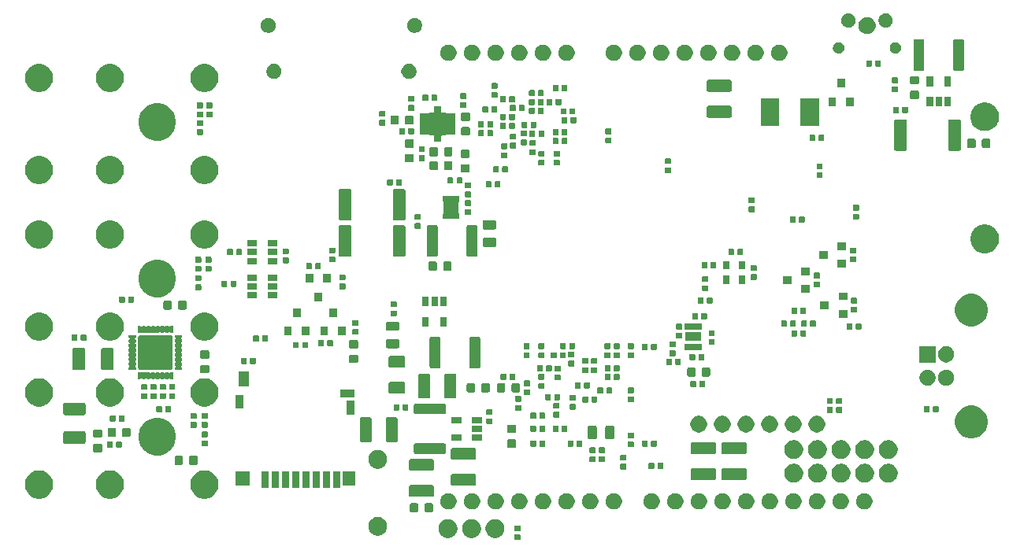
<source format=gbr>
G04 #@! TF.GenerationSoftware,KiCad,Pcbnew,5.1.5-52549c5~84~ubuntu18.04.1*
G04 #@! TF.CreationDate,2019-12-03T23:50:19-05:00*
G04 #@! TF.ProjectId,DFTBoard,44465442-6f61-4726-942e-6b696361645f,rev?*
G04 #@! TF.SameCoordinates,Original*
G04 #@! TF.FileFunction,Soldermask,Bot*
G04 #@! TF.FilePolarity,Negative*
%FSLAX46Y46*%
G04 Gerber Fmt 4.6, Leading zero omitted, Abs format (unit mm)*
G04 Created by KiCad (PCBNEW 5.1.5-52549c5~84~ubuntu18.04.1) date 2019-12-03 23:50:19*
%MOMM*%
%LPD*%
G04 APERTURE LIST*
%ADD10C,0.125000*%
G04 APERTURE END LIST*
D10*
G36*
X159656133Y-157377423D02*
G01*
X159674384Y-157382959D01*
X159691204Y-157391950D01*
X159705949Y-157404051D01*
X159718050Y-157418796D01*
X159727041Y-157435616D01*
X159732577Y-157453867D01*
X159735000Y-157478467D01*
X159735000Y-157891533D01*
X159732577Y-157916133D01*
X159727041Y-157934384D01*
X159718050Y-157951204D01*
X159705949Y-157965949D01*
X159691204Y-157978050D01*
X159674384Y-157987041D01*
X159656133Y-157992577D01*
X159631533Y-157995000D01*
X159168467Y-157995000D01*
X159143867Y-157992577D01*
X159125616Y-157987041D01*
X159108796Y-157978050D01*
X159094051Y-157965949D01*
X159081950Y-157951204D01*
X159072959Y-157934384D01*
X159067423Y-157916133D01*
X159065000Y-157891533D01*
X159065000Y-157478467D01*
X159067423Y-157453867D01*
X159072959Y-157435616D01*
X159081950Y-157418796D01*
X159094051Y-157404051D01*
X159108796Y-157391950D01*
X159125616Y-157382959D01*
X159143867Y-157377423D01*
X159168467Y-157375000D01*
X159631533Y-157375000D01*
X159656133Y-157377423D01*
G37*
G36*
X157296065Y-155774006D02*
G01*
X157453734Y-155839315D01*
X157480786Y-155850520D01*
X157647021Y-155961595D01*
X157647025Y-155961598D01*
X157788402Y-156102975D01*
X157788404Y-156102978D01*
X157788405Y-156102979D01*
X157899480Y-156269214D01*
X157899481Y-156269217D01*
X157975994Y-156453935D01*
X158015000Y-156650031D01*
X158015000Y-156849969D01*
X157975994Y-157046065D01*
X157910685Y-157203734D01*
X157899480Y-157230786D01*
X157803119Y-157375000D01*
X157788402Y-157397025D01*
X157647025Y-157538402D01*
X157647022Y-157538404D01*
X157647021Y-157538405D01*
X157480786Y-157649480D01*
X157453734Y-157660685D01*
X157296065Y-157725994D01*
X157099969Y-157765000D01*
X156900031Y-157765000D01*
X156703935Y-157725994D01*
X156546266Y-157660685D01*
X156519214Y-157649480D01*
X156352979Y-157538405D01*
X156352978Y-157538404D01*
X156352975Y-157538402D01*
X156211598Y-157397025D01*
X156196881Y-157375000D01*
X156100520Y-157230786D01*
X156089315Y-157203734D01*
X156024006Y-157046065D01*
X155985000Y-156849969D01*
X155985000Y-156650031D01*
X156024006Y-156453935D01*
X156100519Y-156269217D01*
X156100520Y-156269214D01*
X156211595Y-156102979D01*
X156211596Y-156102978D01*
X156211598Y-156102975D01*
X156352975Y-155961598D01*
X156352979Y-155961595D01*
X156519214Y-155850520D01*
X156546266Y-155839315D01*
X156703935Y-155774006D01*
X156900031Y-155735000D01*
X157099969Y-155735000D01*
X157296065Y-155774006D01*
G37*
G36*
X154796065Y-155774006D02*
G01*
X154953734Y-155839315D01*
X154980786Y-155850520D01*
X155147021Y-155961595D01*
X155147025Y-155961598D01*
X155288402Y-156102975D01*
X155288404Y-156102978D01*
X155288405Y-156102979D01*
X155399480Y-156269214D01*
X155399481Y-156269217D01*
X155475994Y-156453935D01*
X155515000Y-156650031D01*
X155515000Y-156849969D01*
X155475994Y-157046065D01*
X155410685Y-157203734D01*
X155399480Y-157230786D01*
X155303119Y-157375000D01*
X155288402Y-157397025D01*
X155147025Y-157538402D01*
X155147022Y-157538404D01*
X155147021Y-157538405D01*
X154980786Y-157649480D01*
X154953734Y-157660685D01*
X154796065Y-157725994D01*
X154599969Y-157765000D01*
X154400031Y-157765000D01*
X154203935Y-157725994D01*
X154046266Y-157660685D01*
X154019214Y-157649480D01*
X153852979Y-157538405D01*
X153852978Y-157538404D01*
X153852975Y-157538402D01*
X153711598Y-157397025D01*
X153696881Y-157375000D01*
X153600520Y-157230786D01*
X153589315Y-157203734D01*
X153524006Y-157046065D01*
X153485000Y-156849969D01*
X153485000Y-156650031D01*
X153524006Y-156453935D01*
X153600519Y-156269217D01*
X153600520Y-156269214D01*
X153711595Y-156102979D01*
X153711596Y-156102978D01*
X153711598Y-156102975D01*
X153852975Y-155961598D01*
X153852979Y-155961595D01*
X154019214Y-155850520D01*
X154046266Y-155839315D01*
X154203935Y-155774006D01*
X154400031Y-155735000D01*
X154599969Y-155735000D01*
X154796065Y-155774006D01*
G37*
G36*
X152256065Y-155774006D02*
G01*
X152413734Y-155839315D01*
X152440786Y-155850520D01*
X152607021Y-155961595D01*
X152607025Y-155961598D01*
X152748402Y-156102975D01*
X152748404Y-156102978D01*
X152748405Y-156102979D01*
X152859480Y-156269214D01*
X152859481Y-156269217D01*
X152935994Y-156453935D01*
X152975000Y-156650031D01*
X152975000Y-156849969D01*
X152935994Y-157046065D01*
X152870685Y-157203734D01*
X152859480Y-157230786D01*
X152763119Y-157375000D01*
X152748402Y-157397025D01*
X152607025Y-157538402D01*
X152607022Y-157538404D01*
X152607021Y-157538405D01*
X152440786Y-157649480D01*
X152413734Y-157660685D01*
X152256065Y-157725994D01*
X152059969Y-157765000D01*
X151860031Y-157765000D01*
X151663935Y-157725994D01*
X151506266Y-157660685D01*
X151479214Y-157649480D01*
X151312979Y-157538405D01*
X151312978Y-157538404D01*
X151312975Y-157538402D01*
X151171598Y-157397025D01*
X151156881Y-157375000D01*
X151060520Y-157230786D01*
X151049315Y-157203734D01*
X150984006Y-157046065D01*
X150945000Y-156849969D01*
X150945000Y-156650031D01*
X150984006Y-156453935D01*
X151060519Y-156269217D01*
X151060520Y-156269214D01*
X151171595Y-156102979D01*
X151171596Y-156102978D01*
X151171598Y-156102975D01*
X151312975Y-155961598D01*
X151312979Y-155961595D01*
X151479214Y-155850520D01*
X151506266Y-155839315D01*
X151663935Y-155774006D01*
X151860031Y-155735000D01*
X152059969Y-155735000D01*
X152256065Y-155774006D01*
G37*
G36*
X144696065Y-155524006D02*
G01*
X144853734Y-155589315D01*
X144880786Y-155600520D01*
X145047021Y-155711595D01*
X145047025Y-155711598D01*
X145188402Y-155852975D01*
X145188404Y-155852978D01*
X145188405Y-155852979D01*
X145299480Y-156019214D01*
X145299481Y-156019217D01*
X145375994Y-156203935D01*
X145415000Y-156400031D01*
X145415000Y-156599969D01*
X145375994Y-156796065D01*
X145310685Y-156953734D01*
X145299480Y-156980786D01*
X145188405Y-157147021D01*
X145188402Y-157147025D01*
X145047025Y-157288402D01*
X145047022Y-157288404D01*
X145047021Y-157288405D01*
X144880786Y-157399480D01*
X144869750Y-157404051D01*
X144696065Y-157475994D01*
X144499969Y-157515000D01*
X144300031Y-157515000D01*
X144103935Y-157475994D01*
X143930250Y-157404051D01*
X143919214Y-157399480D01*
X143752979Y-157288405D01*
X143752978Y-157288404D01*
X143752975Y-157288402D01*
X143611598Y-157147025D01*
X143611595Y-157147021D01*
X143500520Y-156980786D01*
X143489315Y-156953734D01*
X143424006Y-156796065D01*
X143385000Y-156599969D01*
X143385000Y-156400031D01*
X143424006Y-156203935D01*
X143500519Y-156019217D01*
X143500520Y-156019214D01*
X143611595Y-155852979D01*
X143611596Y-155852978D01*
X143611598Y-155852975D01*
X143752975Y-155711598D01*
X143752979Y-155711595D01*
X143919214Y-155600520D01*
X143946266Y-155589315D01*
X144103935Y-155524006D01*
X144300031Y-155485000D01*
X144499969Y-155485000D01*
X144696065Y-155524006D01*
G37*
G36*
X159656133Y-156407423D02*
G01*
X159674384Y-156412959D01*
X159691204Y-156421950D01*
X159705949Y-156434051D01*
X159718050Y-156448796D01*
X159727041Y-156465616D01*
X159732577Y-156483867D01*
X159735000Y-156508467D01*
X159735000Y-156921533D01*
X159732577Y-156946133D01*
X159727041Y-156964384D01*
X159718050Y-156981204D01*
X159705949Y-156995949D01*
X159691204Y-157008050D01*
X159674384Y-157017041D01*
X159656133Y-157022577D01*
X159631533Y-157025000D01*
X159168467Y-157025000D01*
X159143867Y-157022577D01*
X159125616Y-157017041D01*
X159108796Y-157008050D01*
X159094051Y-156995949D01*
X159081950Y-156981204D01*
X159072959Y-156964384D01*
X159067423Y-156946133D01*
X159065000Y-156921533D01*
X159065000Y-156508467D01*
X159067423Y-156483867D01*
X159072959Y-156465616D01*
X159081950Y-156448796D01*
X159094051Y-156434051D01*
X159108796Y-156421950D01*
X159125616Y-156412959D01*
X159143867Y-156407423D01*
X159168467Y-156405000D01*
X159631533Y-156405000D01*
X159656133Y-156407423D01*
G37*
G36*
X148628785Y-154013792D02*
G01*
X148660398Y-154023381D01*
X148689540Y-154038958D01*
X148715081Y-154059919D01*
X148736042Y-154085460D01*
X148751619Y-154114602D01*
X148761208Y-154146215D01*
X148765000Y-154184717D01*
X148765000Y-154815283D01*
X148761208Y-154853785D01*
X148751619Y-154885398D01*
X148736042Y-154914540D01*
X148715081Y-154940081D01*
X148689540Y-154961042D01*
X148660398Y-154976619D01*
X148628785Y-154986208D01*
X148590283Y-154990000D01*
X148034717Y-154990000D01*
X147996215Y-154986208D01*
X147964602Y-154976619D01*
X147935460Y-154961042D01*
X147909919Y-154940081D01*
X147888958Y-154914540D01*
X147873381Y-154885398D01*
X147863792Y-154853785D01*
X147860000Y-154815283D01*
X147860000Y-154184717D01*
X147863792Y-154146215D01*
X147873381Y-154114602D01*
X147888958Y-154085460D01*
X147909919Y-154059919D01*
X147935460Y-154038958D01*
X147964602Y-154023381D01*
X147996215Y-154013792D01*
X148034717Y-154010000D01*
X148590283Y-154010000D01*
X148628785Y-154013792D01*
G37*
G36*
X150203785Y-154013792D02*
G01*
X150235398Y-154023381D01*
X150264540Y-154038958D01*
X150290081Y-154059919D01*
X150311042Y-154085460D01*
X150326619Y-154114602D01*
X150336208Y-154146215D01*
X150340000Y-154184717D01*
X150340000Y-154815283D01*
X150336208Y-154853785D01*
X150326619Y-154885398D01*
X150311042Y-154914540D01*
X150290081Y-154940081D01*
X150264540Y-154961042D01*
X150235398Y-154976619D01*
X150203785Y-154986208D01*
X150165283Y-154990000D01*
X149609717Y-154990000D01*
X149571215Y-154986208D01*
X149539602Y-154976619D01*
X149510460Y-154961042D01*
X149484919Y-154940081D01*
X149463958Y-154914540D01*
X149448381Y-154885398D01*
X149438792Y-154853785D01*
X149435000Y-154815283D01*
X149435000Y-154184717D01*
X149438792Y-154146215D01*
X149448381Y-154114602D01*
X149463958Y-154085460D01*
X149484919Y-154059919D01*
X149510460Y-154038958D01*
X149539602Y-154023381D01*
X149571215Y-154013792D01*
X149609717Y-154010000D01*
X150165283Y-154010000D01*
X150203785Y-154013792D01*
G37*
G36*
X181720278Y-152955164D02*
G01*
X181745842Y-152965753D01*
X181880172Y-153021394D01*
X181880173Y-153021395D01*
X182024075Y-153117547D01*
X182146453Y-153239925D01*
X182146455Y-153239928D01*
X182242606Y-153383828D01*
X182272823Y-153456779D01*
X182308836Y-153543722D01*
X182342600Y-153713465D01*
X182342600Y-153886535D01*
X182308836Y-154056278D01*
X182308834Y-154056282D01*
X182242606Y-154216172D01*
X182242605Y-154216173D01*
X182146453Y-154360075D01*
X182024075Y-154482453D01*
X182024072Y-154482455D01*
X181880172Y-154578606D01*
X181779344Y-154620370D01*
X181720278Y-154644836D01*
X181550535Y-154678600D01*
X181377465Y-154678600D01*
X181207722Y-154644836D01*
X181148656Y-154620370D01*
X181047828Y-154578606D01*
X180903928Y-154482455D01*
X180903925Y-154482453D01*
X180781547Y-154360075D01*
X180685395Y-154216173D01*
X180685394Y-154216172D01*
X180619166Y-154056282D01*
X180619164Y-154056278D01*
X180585400Y-153886535D01*
X180585400Y-153713465D01*
X180619164Y-153543722D01*
X180655177Y-153456779D01*
X180685394Y-153383828D01*
X180781545Y-153239928D01*
X180781547Y-153239925D01*
X180903925Y-153117547D01*
X181047827Y-153021395D01*
X181047828Y-153021394D01*
X181182158Y-152965753D01*
X181207722Y-152955164D01*
X181377465Y-152921400D01*
X181550535Y-152921400D01*
X181720278Y-152955164D01*
G37*
G36*
X152256278Y-152955164D02*
G01*
X152281842Y-152965753D01*
X152416172Y-153021394D01*
X152416173Y-153021395D01*
X152560075Y-153117547D01*
X152682453Y-153239925D01*
X152682455Y-153239928D01*
X152778606Y-153383828D01*
X152808823Y-153456779D01*
X152844836Y-153543722D01*
X152878600Y-153713465D01*
X152878600Y-153886535D01*
X152844836Y-154056278D01*
X152844834Y-154056282D01*
X152778606Y-154216172D01*
X152778605Y-154216173D01*
X152682453Y-154360075D01*
X152560075Y-154482453D01*
X152560072Y-154482455D01*
X152416172Y-154578606D01*
X152315344Y-154620370D01*
X152256278Y-154644836D01*
X152086535Y-154678600D01*
X151913465Y-154678600D01*
X151743722Y-154644836D01*
X151684656Y-154620370D01*
X151583828Y-154578606D01*
X151439928Y-154482455D01*
X151439925Y-154482453D01*
X151317547Y-154360075D01*
X151221395Y-154216173D01*
X151221394Y-154216172D01*
X151155166Y-154056282D01*
X151155164Y-154056278D01*
X151121400Y-153886535D01*
X151121400Y-153713465D01*
X151155164Y-153543722D01*
X151191177Y-153456779D01*
X151221394Y-153383828D01*
X151317545Y-153239928D01*
X151317547Y-153239925D01*
X151439925Y-153117547D01*
X151583827Y-153021395D01*
X151583828Y-153021394D01*
X151718158Y-152965753D01*
X151743722Y-152955164D01*
X151913465Y-152921400D01*
X152086535Y-152921400D01*
X152256278Y-152955164D01*
G37*
G36*
X154796278Y-152955164D02*
G01*
X154821842Y-152965753D01*
X154956172Y-153021394D01*
X154956173Y-153021395D01*
X155100075Y-153117547D01*
X155222453Y-153239925D01*
X155222455Y-153239928D01*
X155318606Y-153383828D01*
X155348823Y-153456779D01*
X155384836Y-153543722D01*
X155418600Y-153713465D01*
X155418600Y-153886535D01*
X155384836Y-154056278D01*
X155384834Y-154056282D01*
X155318606Y-154216172D01*
X155318605Y-154216173D01*
X155222453Y-154360075D01*
X155100075Y-154482453D01*
X155100072Y-154482455D01*
X154956172Y-154578606D01*
X154855344Y-154620370D01*
X154796278Y-154644836D01*
X154626535Y-154678600D01*
X154453465Y-154678600D01*
X154283722Y-154644836D01*
X154224656Y-154620370D01*
X154123828Y-154578606D01*
X153979928Y-154482455D01*
X153979925Y-154482453D01*
X153857547Y-154360075D01*
X153761395Y-154216173D01*
X153761394Y-154216172D01*
X153695166Y-154056282D01*
X153695164Y-154056278D01*
X153661400Y-153886535D01*
X153661400Y-153713465D01*
X153695164Y-153543722D01*
X153731177Y-153456779D01*
X153761394Y-153383828D01*
X153857545Y-153239928D01*
X153857547Y-153239925D01*
X153979925Y-153117547D01*
X154123827Y-153021395D01*
X154123828Y-153021394D01*
X154258158Y-152965753D01*
X154283722Y-152955164D01*
X154453465Y-152921400D01*
X154626535Y-152921400D01*
X154796278Y-152955164D01*
G37*
G36*
X157336278Y-152955164D02*
G01*
X157361842Y-152965753D01*
X157496172Y-153021394D01*
X157496173Y-153021395D01*
X157640075Y-153117547D01*
X157762453Y-153239925D01*
X157762455Y-153239928D01*
X157858606Y-153383828D01*
X157888823Y-153456779D01*
X157924836Y-153543722D01*
X157958600Y-153713465D01*
X157958600Y-153886535D01*
X157924836Y-154056278D01*
X157924834Y-154056282D01*
X157858606Y-154216172D01*
X157858605Y-154216173D01*
X157762453Y-154360075D01*
X157640075Y-154482453D01*
X157640072Y-154482455D01*
X157496172Y-154578606D01*
X157395344Y-154620370D01*
X157336278Y-154644836D01*
X157166535Y-154678600D01*
X156993465Y-154678600D01*
X156823722Y-154644836D01*
X156764656Y-154620370D01*
X156663828Y-154578606D01*
X156519928Y-154482455D01*
X156519925Y-154482453D01*
X156397547Y-154360075D01*
X156301395Y-154216173D01*
X156301394Y-154216172D01*
X156235166Y-154056282D01*
X156235164Y-154056278D01*
X156201400Y-153886535D01*
X156201400Y-153713465D01*
X156235164Y-153543722D01*
X156271177Y-153456779D01*
X156301394Y-153383828D01*
X156397545Y-153239928D01*
X156397547Y-153239925D01*
X156519925Y-153117547D01*
X156663827Y-153021395D01*
X156663828Y-153021394D01*
X156798158Y-152965753D01*
X156823722Y-152955164D01*
X156993465Y-152921400D01*
X157166535Y-152921400D01*
X157336278Y-152955164D01*
G37*
G36*
X159876278Y-152955164D02*
G01*
X159901842Y-152965753D01*
X160036172Y-153021394D01*
X160036173Y-153021395D01*
X160180075Y-153117547D01*
X160302453Y-153239925D01*
X160302455Y-153239928D01*
X160398606Y-153383828D01*
X160428823Y-153456779D01*
X160464836Y-153543722D01*
X160498600Y-153713465D01*
X160498600Y-153886535D01*
X160464836Y-154056278D01*
X160464834Y-154056282D01*
X160398606Y-154216172D01*
X160398605Y-154216173D01*
X160302453Y-154360075D01*
X160180075Y-154482453D01*
X160180072Y-154482455D01*
X160036172Y-154578606D01*
X159935344Y-154620370D01*
X159876278Y-154644836D01*
X159706535Y-154678600D01*
X159533465Y-154678600D01*
X159363722Y-154644836D01*
X159304656Y-154620370D01*
X159203828Y-154578606D01*
X159059928Y-154482455D01*
X159059925Y-154482453D01*
X158937547Y-154360075D01*
X158841395Y-154216173D01*
X158841394Y-154216172D01*
X158775166Y-154056282D01*
X158775164Y-154056278D01*
X158741400Y-153886535D01*
X158741400Y-153713465D01*
X158775164Y-153543722D01*
X158811177Y-153456779D01*
X158841394Y-153383828D01*
X158937545Y-153239928D01*
X158937547Y-153239925D01*
X159059925Y-153117547D01*
X159203827Y-153021395D01*
X159203828Y-153021394D01*
X159338158Y-152965753D01*
X159363722Y-152955164D01*
X159533465Y-152921400D01*
X159706535Y-152921400D01*
X159876278Y-152955164D01*
G37*
G36*
X162416278Y-152955164D02*
G01*
X162441842Y-152965753D01*
X162576172Y-153021394D01*
X162576173Y-153021395D01*
X162720075Y-153117547D01*
X162842453Y-153239925D01*
X162842455Y-153239928D01*
X162938606Y-153383828D01*
X162968823Y-153456779D01*
X163004836Y-153543722D01*
X163038600Y-153713465D01*
X163038600Y-153886535D01*
X163004836Y-154056278D01*
X163004834Y-154056282D01*
X162938606Y-154216172D01*
X162938605Y-154216173D01*
X162842453Y-154360075D01*
X162720075Y-154482453D01*
X162720072Y-154482455D01*
X162576172Y-154578606D01*
X162475344Y-154620370D01*
X162416278Y-154644836D01*
X162246535Y-154678600D01*
X162073465Y-154678600D01*
X161903722Y-154644836D01*
X161844656Y-154620370D01*
X161743828Y-154578606D01*
X161599928Y-154482455D01*
X161599925Y-154482453D01*
X161477547Y-154360075D01*
X161381395Y-154216173D01*
X161381394Y-154216172D01*
X161315166Y-154056282D01*
X161315164Y-154056278D01*
X161281400Y-153886535D01*
X161281400Y-153713465D01*
X161315164Y-153543722D01*
X161351177Y-153456779D01*
X161381394Y-153383828D01*
X161477545Y-153239928D01*
X161477547Y-153239925D01*
X161599925Y-153117547D01*
X161743827Y-153021395D01*
X161743828Y-153021394D01*
X161878158Y-152965753D01*
X161903722Y-152955164D01*
X162073465Y-152921400D01*
X162246535Y-152921400D01*
X162416278Y-152955164D01*
G37*
G36*
X164956278Y-152955164D02*
G01*
X164981842Y-152965753D01*
X165116172Y-153021394D01*
X165116173Y-153021395D01*
X165260075Y-153117547D01*
X165382453Y-153239925D01*
X165382455Y-153239928D01*
X165478606Y-153383828D01*
X165508823Y-153456779D01*
X165544836Y-153543722D01*
X165578600Y-153713465D01*
X165578600Y-153886535D01*
X165544836Y-154056278D01*
X165544834Y-154056282D01*
X165478606Y-154216172D01*
X165478605Y-154216173D01*
X165382453Y-154360075D01*
X165260075Y-154482453D01*
X165260072Y-154482455D01*
X165116172Y-154578606D01*
X165015344Y-154620370D01*
X164956278Y-154644836D01*
X164786535Y-154678600D01*
X164613465Y-154678600D01*
X164443722Y-154644836D01*
X164384656Y-154620370D01*
X164283828Y-154578606D01*
X164139928Y-154482455D01*
X164139925Y-154482453D01*
X164017547Y-154360075D01*
X163921395Y-154216173D01*
X163921394Y-154216172D01*
X163855166Y-154056282D01*
X163855164Y-154056278D01*
X163821400Y-153886535D01*
X163821400Y-153713465D01*
X163855164Y-153543722D01*
X163891177Y-153456779D01*
X163921394Y-153383828D01*
X164017545Y-153239928D01*
X164017547Y-153239925D01*
X164139925Y-153117547D01*
X164283827Y-153021395D01*
X164283828Y-153021394D01*
X164418158Y-152965753D01*
X164443722Y-152955164D01*
X164613465Y-152921400D01*
X164786535Y-152921400D01*
X164956278Y-152955164D01*
G37*
G36*
X167496278Y-152955164D02*
G01*
X167521842Y-152965753D01*
X167656172Y-153021394D01*
X167656173Y-153021395D01*
X167800075Y-153117547D01*
X167922453Y-153239925D01*
X167922455Y-153239928D01*
X168018606Y-153383828D01*
X168048823Y-153456779D01*
X168084836Y-153543722D01*
X168118600Y-153713465D01*
X168118600Y-153886535D01*
X168084836Y-154056278D01*
X168084834Y-154056282D01*
X168018606Y-154216172D01*
X168018605Y-154216173D01*
X167922453Y-154360075D01*
X167800075Y-154482453D01*
X167800072Y-154482455D01*
X167656172Y-154578606D01*
X167555344Y-154620370D01*
X167496278Y-154644836D01*
X167326535Y-154678600D01*
X167153465Y-154678600D01*
X166983722Y-154644836D01*
X166924656Y-154620370D01*
X166823828Y-154578606D01*
X166679928Y-154482455D01*
X166679925Y-154482453D01*
X166557547Y-154360075D01*
X166461395Y-154216173D01*
X166461394Y-154216172D01*
X166395166Y-154056282D01*
X166395164Y-154056278D01*
X166361400Y-153886535D01*
X166361400Y-153713465D01*
X166395164Y-153543722D01*
X166431177Y-153456779D01*
X166461394Y-153383828D01*
X166557545Y-153239928D01*
X166557547Y-153239925D01*
X166679925Y-153117547D01*
X166823827Y-153021395D01*
X166823828Y-153021394D01*
X166958158Y-152965753D01*
X166983722Y-152955164D01*
X167153465Y-152921400D01*
X167326535Y-152921400D01*
X167496278Y-152955164D01*
G37*
G36*
X170036278Y-152955164D02*
G01*
X170061842Y-152965753D01*
X170196172Y-153021394D01*
X170196173Y-153021395D01*
X170340075Y-153117547D01*
X170462453Y-153239925D01*
X170462455Y-153239928D01*
X170558606Y-153383828D01*
X170588823Y-153456779D01*
X170624836Y-153543722D01*
X170658600Y-153713465D01*
X170658600Y-153886535D01*
X170624836Y-154056278D01*
X170624834Y-154056282D01*
X170558606Y-154216172D01*
X170558605Y-154216173D01*
X170462453Y-154360075D01*
X170340075Y-154482453D01*
X170340072Y-154482455D01*
X170196172Y-154578606D01*
X170095344Y-154620370D01*
X170036278Y-154644836D01*
X169866535Y-154678600D01*
X169693465Y-154678600D01*
X169523722Y-154644836D01*
X169464656Y-154620370D01*
X169363828Y-154578606D01*
X169219928Y-154482455D01*
X169219925Y-154482453D01*
X169097547Y-154360075D01*
X169001395Y-154216173D01*
X169001394Y-154216172D01*
X168935166Y-154056282D01*
X168935164Y-154056278D01*
X168901400Y-153886535D01*
X168901400Y-153713465D01*
X168935164Y-153543722D01*
X168971177Y-153456779D01*
X169001394Y-153383828D01*
X169097545Y-153239928D01*
X169097547Y-153239925D01*
X169219925Y-153117547D01*
X169363827Y-153021395D01*
X169363828Y-153021394D01*
X169498158Y-152965753D01*
X169523722Y-152955164D01*
X169693465Y-152921400D01*
X169866535Y-152921400D01*
X170036278Y-152955164D01*
G37*
G36*
X174100278Y-152955164D02*
G01*
X174125842Y-152965753D01*
X174260172Y-153021394D01*
X174260173Y-153021395D01*
X174404075Y-153117547D01*
X174526453Y-153239925D01*
X174526455Y-153239928D01*
X174622606Y-153383828D01*
X174652823Y-153456779D01*
X174688836Y-153543722D01*
X174722600Y-153713465D01*
X174722600Y-153886535D01*
X174688836Y-154056278D01*
X174688834Y-154056282D01*
X174622606Y-154216172D01*
X174622605Y-154216173D01*
X174526453Y-154360075D01*
X174404075Y-154482453D01*
X174404072Y-154482455D01*
X174260172Y-154578606D01*
X174159344Y-154620370D01*
X174100278Y-154644836D01*
X173930535Y-154678600D01*
X173757465Y-154678600D01*
X173587722Y-154644836D01*
X173528656Y-154620370D01*
X173427828Y-154578606D01*
X173283928Y-154482455D01*
X173283925Y-154482453D01*
X173161547Y-154360075D01*
X173065395Y-154216173D01*
X173065394Y-154216172D01*
X172999166Y-154056282D01*
X172999164Y-154056278D01*
X172965400Y-153886535D01*
X172965400Y-153713465D01*
X172999164Y-153543722D01*
X173035177Y-153456779D01*
X173065394Y-153383828D01*
X173161545Y-153239928D01*
X173161547Y-153239925D01*
X173283925Y-153117547D01*
X173427827Y-153021395D01*
X173427828Y-153021394D01*
X173562158Y-152965753D01*
X173587722Y-152955164D01*
X173757465Y-152921400D01*
X173930535Y-152921400D01*
X174100278Y-152955164D01*
G37*
G36*
X176640278Y-152955164D02*
G01*
X176665842Y-152965753D01*
X176800172Y-153021394D01*
X176800173Y-153021395D01*
X176944075Y-153117547D01*
X177066453Y-153239925D01*
X177066455Y-153239928D01*
X177162606Y-153383828D01*
X177192823Y-153456779D01*
X177228836Y-153543722D01*
X177262600Y-153713465D01*
X177262600Y-153886535D01*
X177228836Y-154056278D01*
X177228834Y-154056282D01*
X177162606Y-154216172D01*
X177162605Y-154216173D01*
X177066453Y-154360075D01*
X176944075Y-154482453D01*
X176944072Y-154482455D01*
X176800172Y-154578606D01*
X176699344Y-154620370D01*
X176640278Y-154644836D01*
X176470535Y-154678600D01*
X176297465Y-154678600D01*
X176127722Y-154644836D01*
X176068656Y-154620370D01*
X175967828Y-154578606D01*
X175823928Y-154482455D01*
X175823925Y-154482453D01*
X175701547Y-154360075D01*
X175605395Y-154216173D01*
X175605394Y-154216172D01*
X175539166Y-154056282D01*
X175539164Y-154056278D01*
X175505400Y-153886535D01*
X175505400Y-153713465D01*
X175539164Y-153543722D01*
X175575177Y-153456779D01*
X175605394Y-153383828D01*
X175701545Y-153239928D01*
X175701547Y-153239925D01*
X175823925Y-153117547D01*
X175967827Y-153021395D01*
X175967828Y-153021394D01*
X176102158Y-152965753D01*
X176127722Y-152955164D01*
X176297465Y-152921400D01*
X176470535Y-152921400D01*
X176640278Y-152955164D01*
G37*
G36*
X179180278Y-152955164D02*
G01*
X179205842Y-152965753D01*
X179340172Y-153021394D01*
X179340173Y-153021395D01*
X179484075Y-153117547D01*
X179606453Y-153239925D01*
X179606455Y-153239928D01*
X179702606Y-153383828D01*
X179732823Y-153456779D01*
X179768836Y-153543722D01*
X179802600Y-153713465D01*
X179802600Y-153886535D01*
X179768836Y-154056278D01*
X179768834Y-154056282D01*
X179702606Y-154216172D01*
X179702605Y-154216173D01*
X179606453Y-154360075D01*
X179484075Y-154482453D01*
X179484072Y-154482455D01*
X179340172Y-154578606D01*
X179239344Y-154620370D01*
X179180278Y-154644836D01*
X179010535Y-154678600D01*
X178837465Y-154678600D01*
X178667722Y-154644836D01*
X178608656Y-154620370D01*
X178507828Y-154578606D01*
X178363928Y-154482455D01*
X178363925Y-154482453D01*
X178241547Y-154360075D01*
X178145395Y-154216173D01*
X178145394Y-154216172D01*
X178079166Y-154056282D01*
X178079164Y-154056278D01*
X178045400Y-153886535D01*
X178045400Y-153713465D01*
X178079164Y-153543722D01*
X178115177Y-153456779D01*
X178145394Y-153383828D01*
X178241545Y-153239928D01*
X178241547Y-153239925D01*
X178363925Y-153117547D01*
X178507827Y-153021395D01*
X178507828Y-153021394D01*
X178642158Y-152965753D01*
X178667722Y-152955164D01*
X178837465Y-152921400D01*
X179010535Y-152921400D01*
X179180278Y-152955164D01*
G37*
G36*
X196960278Y-152955164D02*
G01*
X196985842Y-152965753D01*
X197120172Y-153021394D01*
X197120173Y-153021395D01*
X197264075Y-153117547D01*
X197386453Y-153239925D01*
X197386455Y-153239928D01*
X197482606Y-153383828D01*
X197512823Y-153456779D01*
X197548836Y-153543722D01*
X197582600Y-153713465D01*
X197582600Y-153886535D01*
X197548836Y-154056278D01*
X197548834Y-154056282D01*
X197482606Y-154216172D01*
X197482605Y-154216173D01*
X197386453Y-154360075D01*
X197264075Y-154482453D01*
X197264072Y-154482455D01*
X197120172Y-154578606D01*
X197019344Y-154620370D01*
X196960278Y-154644836D01*
X196790535Y-154678600D01*
X196617465Y-154678600D01*
X196447722Y-154644836D01*
X196388656Y-154620370D01*
X196287828Y-154578606D01*
X196143928Y-154482455D01*
X196143925Y-154482453D01*
X196021547Y-154360075D01*
X195925395Y-154216173D01*
X195925394Y-154216172D01*
X195859166Y-154056282D01*
X195859164Y-154056278D01*
X195825400Y-153886535D01*
X195825400Y-153713465D01*
X195859164Y-153543722D01*
X195895177Y-153456779D01*
X195925394Y-153383828D01*
X196021545Y-153239928D01*
X196021547Y-153239925D01*
X196143925Y-153117547D01*
X196287827Y-153021395D01*
X196287828Y-153021394D01*
X196422158Y-152965753D01*
X196447722Y-152955164D01*
X196617465Y-152921400D01*
X196790535Y-152921400D01*
X196960278Y-152955164D01*
G37*
G36*
X194420278Y-152955164D02*
G01*
X194445842Y-152965753D01*
X194580172Y-153021394D01*
X194580173Y-153021395D01*
X194724075Y-153117547D01*
X194846453Y-153239925D01*
X194846455Y-153239928D01*
X194942606Y-153383828D01*
X194972823Y-153456779D01*
X195008836Y-153543722D01*
X195042600Y-153713465D01*
X195042600Y-153886535D01*
X195008836Y-154056278D01*
X195008834Y-154056282D01*
X194942606Y-154216172D01*
X194942605Y-154216173D01*
X194846453Y-154360075D01*
X194724075Y-154482453D01*
X194724072Y-154482455D01*
X194580172Y-154578606D01*
X194479344Y-154620370D01*
X194420278Y-154644836D01*
X194250535Y-154678600D01*
X194077465Y-154678600D01*
X193907722Y-154644836D01*
X193848656Y-154620370D01*
X193747828Y-154578606D01*
X193603928Y-154482455D01*
X193603925Y-154482453D01*
X193481547Y-154360075D01*
X193385395Y-154216173D01*
X193385394Y-154216172D01*
X193319166Y-154056282D01*
X193319164Y-154056278D01*
X193285400Y-153886535D01*
X193285400Y-153713465D01*
X193319164Y-153543722D01*
X193355177Y-153456779D01*
X193385394Y-153383828D01*
X193481545Y-153239928D01*
X193481547Y-153239925D01*
X193603925Y-153117547D01*
X193747827Y-153021395D01*
X193747828Y-153021394D01*
X193882158Y-152965753D01*
X193907722Y-152955164D01*
X194077465Y-152921400D01*
X194250535Y-152921400D01*
X194420278Y-152955164D01*
G37*
G36*
X191880278Y-152955164D02*
G01*
X191905842Y-152965753D01*
X192040172Y-153021394D01*
X192040173Y-153021395D01*
X192184075Y-153117547D01*
X192306453Y-153239925D01*
X192306455Y-153239928D01*
X192402606Y-153383828D01*
X192432823Y-153456779D01*
X192468836Y-153543722D01*
X192502600Y-153713465D01*
X192502600Y-153886535D01*
X192468836Y-154056278D01*
X192468834Y-154056282D01*
X192402606Y-154216172D01*
X192402605Y-154216173D01*
X192306453Y-154360075D01*
X192184075Y-154482453D01*
X192184072Y-154482455D01*
X192040172Y-154578606D01*
X191939344Y-154620370D01*
X191880278Y-154644836D01*
X191710535Y-154678600D01*
X191537465Y-154678600D01*
X191367722Y-154644836D01*
X191308656Y-154620370D01*
X191207828Y-154578606D01*
X191063928Y-154482455D01*
X191063925Y-154482453D01*
X190941547Y-154360075D01*
X190845395Y-154216173D01*
X190845394Y-154216172D01*
X190779166Y-154056282D01*
X190779164Y-154056278D01*
X190745400Y-153886535D01*
X190745400Y-153713465D01*
X190779164Y-153543722D01*
X190815177Y-153456779D01*
X190845394Y-153383828D01*
X190941545Y-153239928D01*
X190941547Y-153239925D01*
X191063925Y-153117547D01*
X191207827Y-153021395D01*
X191207828Y-153021394D01*
X191342158Y-152965753D01*
X191367722Y-152955164D01*
X191537465Y-152921400D01*
X191710535Y-152921400D01*
X191880278Y-152955164D01*
G37*
G36*
X186800278Y-152955164D02*
G01*
X186825842Y-152965753D01*
X186960172Y-153021394D01*
X186960173Y-153021395D01*
X187104075Y-153117547D01*
X187226453Y-153239925D01*
X187226455Y-153239928D01*
X187322606Y-153383828D01*
X187352823Y-153456779D01*
X187388836Y-153543722D01*
X187422600Y-153713465D01*
X187422600Y-153886535D01*
X187388836Y-154056278D01*
X187388834Y-154056282D01*
X187322606Y-154216172D01*
X187322605Y-154216173D01*
X187226453Y-154360075D01*
X187104075Y-154482453D01*
X187104072Y-154482455D01*
X186960172Y-154578606D01*
X186859344Y-154620370D01*
X186800278Y-154644836D01*
X186630535Y-154678600D01*
X186457465Y-154678600D01*
X186287722Y-154644836D01*
X186228656Y-154620370D01*
X186127828Y-154578606D01*
X185983928Y-154482455D01*
X185983925Y-154482453D01*
X185861547Y-154360075D01*
X185765395Y-154216173D01*
X185765394Y-154216172D01*
X185699166Y-154056282D01*
X185699164Y-154056278D01*
X185665400Y-153886535D01*
X185665400Y-153713465D01*
X185699164Y-153543722D01*
X185735177Y-153456779D01*
X185765394Y-153383828D01*
X185861545Y-153239928D01*
X185861547Y-153239925D01*
X185983925Y-153117547D01*
X186127827Y-153021395D01*
X186127828Y-153021394D01*
X186262158Y-152965753D01*
X186287722Y-152955164D01*
X186457465Y-152921400D01*
X186630535Y-152921400D01*
X186800278Y-152955164D01*
G37*
G36*
X184260278Y-152955164D02*
G01*
X184285842Y-152965753D01*
X184420172Y-153021394D01*
X184420173Y-153021395D01*
X184564075Y-153117547D01*
X184686453Y-153239925D01*
X184686455Y-153239928D01*
X184782606Y-153383828D01*
X184812823Y-153456779D01*
X184848836Y-153543722D01*
X184882600Y-153713465D01*
X184882600Y-153886535D01*
X184848836Y-154056278D01*
X184848834Y-154056282D01*
X184782606Y-154216172D01*
X184782605Y-154216173D01*
X184686453Y-154360075D01*
X184564075Y-154482453D01*
X184564072Y-154482455D01*
X184420172Y-154578606D01*
X184319344Y-154620370D01*
X184260278Y-154644836D01*
X184090535Y-154678600D01*
X183917465Y-154678600D01*
X183747722Y-154644836D01*
X183688656Y-154620370D01*
X183587828Y-154578606D01*
X183443928Y-154482455D01*
X183443925Y-154482453D01*
X183321547Y-154360075D01*
X183225395Y-154216173D01*
X183225394Y-154216172D01*
X183159166Y-154056282D01*
X183159164Y-154056278D01*
X183125400Y-153886535D01*
X183125400Y-153713465D01*
X183159164Y-153543722D01*
X183195177Y-153456779D01*
X183225394Y-153383828D01*
X183321545Y-153239928D01*
X183321547Y-153239925D01*
X183443925Y-153117547D01*
X183587827Y-153021395D01*
X183587828Y-153021394D01*
X183722158Y-152965753D01*
X183747722Y-152955164D01*
X183917465Y-152921400D01*
X184090535Y-152921400D01*
X184260278Y-152955164D01*
G37*
G36*
X189340278Y-152955164D02*
G01*
X189365842Y-152965753D01*
X189500172Y-153021394D01*
X189500173Y-153021395D01*
X189644075Y-153117547D01*
X189766453Y-153239925D01*
X189766455Y-153239928D01*
X189862606Y-153383828D01*
X189892823Y-153456779D01*
X189928836Y-153543722D01*
X189962600Y-153713465D01*
X189962600Y-153886535D01*
X189928836Y-154056278D01*
X189928834Y-154056282D01*
X189862606Y-154216172D01*
X189862605Y-154216173D01*
X189766453Y-154360075D01*
X189644075Y-154482453D01*
X189644072Y-154482455D01*
X189500172Y-154578606D01*
X189399344Y-154620370D01*
X189340278Y-154644836D01*
X189170535Y-154678600D01*
X188997465Y-154678600D01*
X188827722Y-154644836D01*
X188768656Y-154620370D01*
X188667828Y-154578606D01*
X188523928Y-154482455D01*
X188523925Y-154482453D01*
X188401547Y-154360075D01*
X188305395Y-154216173D01*
X188305394Y-154216172D01*
X188239166Y-154056282D01*
X188239164Y-154056278D01*
X188205400Y-153886535D01*
X188205400Y-153713465D01*
X188239164Y-153543722D01*
X188275177Y-153456779D01*
X188305394Y-153383828D01*
X188401545Y-153239928D01*
X188401547Y-153239925D01*
X188523925Y-153117547D01*
X188667827Y-153021395D01*
X188667828Y-153021394D01*
X188802158Y-152965753D01*
X188827722Y-152955164D01*
X188997465Y-152921400D01*
X189170535Y-152921400D01*
X189340278Y-152955164D01*
G37*
G36*
X108441909Y-150543221D02*
G01*
X108717621Y-150657425D01*
X108717623Y-150657426D01*
X108962456Y-150821018D01*
X108965756Y-150823223D01*
X109176777Y-151034244D01*
X109176779Y-151034247D01*
X109321466Y-151250786D01*
X109342575Y-151282379D01*
X109456779Y-151558091D01*
X109515000Y-151850786D01*
X109515000Y-152149214D01*
X109456779Y-152441909D01*
X109342575Y-152717621D01*
X109176777Y-152965756D01*
X108965756Y-153176777D01*
X108965753Y-153176779D01*
X108717623Y-153342574D01*
X108717622Y-153342575D01*
X108717621Y-153342575D01*
X108441909Y-153456779D01*
X108149214Y-153515000D01*
X107850786Y-153515000D01*
X107558091Y-153456779D01*
X107282379Y-153342575D01*
X107282378Y-153342575D01*
X107282377Y-153342574D01*
X107034247Y-153176779D01*
X107034244Y-153176777D01*
X106823223Y-152965756D01*
X106657425Y-152717621D01*
X106543221Y-152441909D01*
X106485000Y-152149214D01*
X106485000Y-151850786D01*
X106543221Y-151558091D01*
X106657425Y-151282379D01*
X106678535Y-151250786D01*
X106823221Y-151034247D01*
X106823223Y-151034244D01*
X107034244Y-150823223D01*
X107037544Y-150821018D01*
X107282377Y-150657426D01*
X107282379Y-150657425D01*
X107558091Y-150543221D01*
X107850786Y-150485000D01*
X108149214Y-150485000D01*
X108441909Y-150543221D01*
G37*
G36*
X126221909Y-150543221D02*
G01*
X126497621Y-150657425D01*
X126497623Y-150657426D01*
X126742456Y-150821018D01*
X126745756Y-150823223D01*
X126956777Y-151034244D01*
X126956779Y-151034247D01*
X127101466Y-151250786D01*
X127122575Y-151282379D01*
X127236779Y-151558091D01*
X127295000Y-151850786D01*
X127295000Y-152149214D01*
X127236779Y-152441909D01*
X127122575Y-152717621D01*
X126956777Y-152965756D01*
X126745756Y-153176777D01*
X126745753Y-153176779D01*
X126497623Y-153342574D01*
X126497622Y-153342575D01*
X126497621Y-153342575D01*
X126221909Y-153456779D01*
X125929214Y-153515000D01*
X125630786Y-153515000D01*
X125338091Y-153456779D01*
X125062379Y-153342575D01*
X125062378Y-153342575D01*
X125062377Y-153342574D01*
X124814247Y-153176779D01*
X124814244Y-153176777D01*
X124603223Y-152965756D01*
X124437425Y-152717621D01*
X124323221Y-152441909D01*
X124265000Y-152149214D01*
X124265000Y-151850786D01*
X124323221Y-151558091D01*
X124437425Y-151282379D01*
X124458535Y-151250786D01*
X124603221Y-151034247D01*
X124603223Y-151034244D01*
X124814244Y-150823223D01*
X124817544Y-150821018D01*
X125062377Y-150657426D01*
X125062379Y-150657425D01*
X125338091Y-150543221D01*
X125630786Y-150485000D01*
X125929214Y-150485000D01*
X126221909Y-150543221D01*
G37*
G36*
X116061909Y-150543221D02*
G01*
X116337621Y-150657425D01*
X116337623Y-150657426D01*
X116582456Y-150821018D01*
X116585756Y-150823223D01*
X116796777Y-151034244D01*
X116796779Y-151034247D01*
X116941466Y-151250786D01*
X116962575Y-151282379D01*
X117076779Y-151558091D01*
X117135000Y-151850786D01*
X117135000Y-152149214D01*
X117076779Y-152441909D01*
X116962575Y-152717621D01*
X116796777Y-152965756D01*
X116585756Y-153176777D01*
X116585753Y-153176779D01*
X116337623Y-153342574D01*
X116337622Y-153342575D01*
X116337621Y-153342575D01*
X116061909Y-153456779D01*
X115769214Y-153515000D01*
X115470786Y-153515000D01*
X115178091Y-153456779D01*
X114902379Y-153342575D01*
X114902378Y-153342575D01*
X114902377Y-153342574D01*
X114654247Y-153176779D01*
X114654244Y-153176777D01*
X114443223Y-152965756D01*
X114277425Y-152717621D01*
X114163221Y-152441909D01*
X114105000Y-152149214D01*
X114105000Y-151850786D01*
X114163221Y-151558091D01*
X114277425Y-151282379D01*
X114298535Y-151250786D01*
X114443221Y-151034247D01*
X114443223Y-151034244D01*
X114654244Y-150823223D01*
X114657544Y-150821018D01*
X114902377Y-150657426D01*
X114902379Y-150657425D01*
X115178091Y-150543221D01*
X115470786Y-150485000D01*
X115769214Y-150485000D01*
X116061909Y-150543221D01*
G37*
G36*
X150289037Y-152064144D02*
G01*
X150324091Y-152074777D01*
X150356399Y-152092046D01*
X150384716Y-152115284D01*
X150407954Y-152143601D01*
X150425223Y-152175909D01*
X150435856Y-152210963D01*
X150440000Y-152253037D01*
X150440000Y-153146963D01*
X150435856Y-153189037D01*
X150425223Y-153224091D01*
X150407954Y-153256399D01*
X150384716Y-153284716D01*
X150356399Y-153307954D01*
X150324091Y-153325223D01*
X150289037Y-153335856D01*
X150246963Y-153340000D01*
X147953037Y-153340000D01*
X147910963Y-153335856D01*
X147875909Y-153325223D01*
X147843601Y-153307954D01*
X147815284Y-153284716D01*
X147792046Y-153256399D01*
X147774777Y-153224091D01*
X147764144Y-153189037D01*
X147760000Y-153146963D01*
X147760000Y-152253037D01*
X147764144Y-152210963D01*
X147774777Y-152175909D01*
X147792046Y-152143601D01*
X147815284Y-152115284D01*
X147843601Y-152092046D01*
X147875909Y-152074777D01*
X147910963Y-152064144D01*
X147953037Y-152060000D01*
X150246963Y-152060000D01*
X150289037Y-152064144D01*
G37*
G36*
X135965000Y-152340000D02*
G01*
X135235000Y-152340000D01*
X135235000Y-150560000D01*
X135965000Y-150560000D01*
X135965000Y-152340000D01*
G37*
G36*
X137065000Y-152340000D02*
G01*
X136335000Y-152340000D01*
X136335000Y-150560000D01*
X137065000Y-150560000D01*
X137065000Y-152340000D01*
G37*
G36*
X138165000Y-152340000D02*
G01*
X137435000Y-152340000D01*
X137435000Y-150560000D01*
X138165000Y-150560000D01*
X138165000Y-152340000D01*
G37*
G36*
X139265000Y-152340000D02*
G01*
X138535000Y-152340000D01*
X138535000Y-150560000D01*
X139265000Y-150560000D01*
X139265000Y-152340000D01*
G37*
G36*
X140365000Y-152340000D02*
G01*
X139635000Y-152340000D01*
X139635000Y-150560000D01*
X140365000Y-150560000D01*
X140365000Y-152340000D01*
G37*
G36*
X132665000Y-152340000D02*
G01*
X131935000Y-152340000D01*
X131935000Y-150560000D01*
X132665000Y-150560000D01*
X132665000Y-152340000D01*
G37*
G36*
X133765000Y-152340000D02*
G01*
X133035000Y-152340000D01*
X133035000Y-150560000D01*
X133765000Y-150560000D01*
X133765000Y-152340000D01*
G37*
G36*
X134865000Y-152340000D02*
G01*
X134135000Y-152340000D01*
X134135000Y-150560000D01*
X134865000Y-150560000D01*
X134865000Y-152340000D01*
G37*
G36*
X154789037Y-150864144D02*
G01*
X154824091Y-150874777D01*
X154856399Y-150892046D01*
X154884716Y-150915284D01*
X154907954Y-150943601D01*
X154925223Y-150975909D01*
X154935856Y-151010963D01*
X154940000Y-151053037D01*
X154940000Y-151946963D01*
X154935856Y-151989037D01*
X154925223Y-152024091D01*
X154907954Y-152056399D01*
X154884716Y-152084716D01*
X154856399Y-152107954D01*
X154824091Y-152125223D01*
X154789037Y-152135856D01*
X154746963Y-152140000D01*
X152453037Y-152140000D01*
X152410963Y-152135856D01*
X152375909Y-152125223D01*
X152343601Y-152107954D01*
X152315284Y-152084716D01*
X152292046Y-152056399D01*
X152274777Y-152024091D01*
X152264144Y-151989037D01*
X152260000Y-151946963D01*
X152260000Y-151053037D01*
X152264144Y-151010963D01*
X152274777Y-150975909D01*
X152292046Y-150943601D01*
X152315284Y-150915284D01*
X152343601Y-150892046D01*
X152375909Y-150874777D01*
X152410963Y-150864144D01*
X152453037Y-150860000D01*
X154746963Y-150860000D01*
X154789037Y-150864144D01*
G37*
G36*
X141965000Y-152090000D02*
G01*
X140635000Y-152090000D01*
X140635000Y-150560000D01*
X141965000Y-150560000D01*
X141965000Y-152090000D01*
G37*
G36*
X130615000Y-152090000D02*
G01*
X129085000Y-152090000D01*
X129085000Y-150560000D01*
X130615000Y-150560000D01*
X130615000Y-152090000D01*
G37*
G36*
X199576065Y-149794006D02*
G01*
X199733734Y-149859315D01*
X199760786Y-149870520D01*
X199875283Y-149947025D01*
X199927025Y-149981598D01*
X200068402Y-150122975D01*
X200068404Y-150122978D01*
X200068405Y-150122979D01*
X200179480Y-150289214D01*
X200180653Y-150292046D01*
X200255994Y-150473935D01*
X200295000Y-150670031D01*
X200295000Y-150869969D01*
X200255994Y-151066065D01*
X200190685Y-151223734D01*
X200179480Y-151250786D01*
X200115216Y-151346963D01*
X200068402Y-151417025D01*
X199927025Y-151558402D01*
X199927022Y-151558404D01*
X199927021Y-151558405D01*
X199760786Y-151669480D01*
X199733734Y-151680685D01*
X199576065Y-151745994D01*
X199379969Y-151785000D01*
X199180031Y-151785000D01*
X198983935Y-151745994D01*
X198826266Y-151680685D01*
X198799214Y-151669480D01*
X198632979Y-151558405D01*
X198632978Y-151558404D01*
X198632975Y-151558402D01*
X198491598Y-151417025D01*
X198444784Y-151346963D01*
X198380520Y-151250786D01*
X198369315Y-151223734D01*
X198304006Y-151066065D01*
X198265000Y-150869969D01*
X198265000Y-150670031D01*
X198304006Y-150473935D01*
X198379347Y-150292046D01*
X198380520Y-150289214D01*
X198491595Y-150122979D01*
X198491596Y-150122978D01*
X198491598Y-150122975D01*
X198632975Y-149981598D01*
X198684717Y-149947025D01*
X198799214Y-149870520D01*
X198826266Y-149859315D01*
X198983935Y-149794006D01*
X199180031Y-149755000D01*
X199379969Y-149755000D01*
X199576065Y-149794006D01*
G37*
G36*
X189416065Y-149794006D02*
G01*
X189573734Y-149859315D01*
X189600786Y-149870520D01*
X189715283Y-149947025D01*
X189767025Y-149981598D01*
X189908402Y-150122975D01*
X189908404Y-150122978D01*
X189908405Y-150122979D01*
X190019480Y-150289214D01*
X190020653Y-150292046D01*
X190095994Y-150473935D01*
X190135000Y-150670031D01*
X190135000Y-150869969D01*
X190095994Y-151066065D01*
X190030685Y-151223734D01*
X190019480Y-151250786D01*
X189955216Y-151346963D01*
X189908402Y-151417025D01*
X189767025Y-151558402D01*
X189767022Y-151558404D01*
X189767021Y-151558405D01*
X189600786Y-151669480D01*
X189573734Y-151680685D01*
X189416065Y-151745994D01*
X189219969Y-151785000D01*
X189020031Y-151785000D01*
X188823935Y-151745994D01*
X188666266Y-151680685D01*
X188639214Y-151669480D01*
X188472979Y-151558405D01*
X188472978Y-151558404D01*
X188472975Y-151558402D01*
X188331598Y-151417025D01*
X188284784Y-151346963D01*
X188220520Y-151250786D01*
X188209315Y-151223734D01*
X188144006Y-151066065D01*
X188105000Y-150869969D01*
X188105000Y-150670031D01*
X188144006Y-150473935D01*
X188219347Y-150292046D01*
X188220520Y-150289214D01*
X188331595Y-150122979D01*
X188331596Y-150122978D01*
X188331598Y-150122975D01*
X188472975Y-149981598D01*
X188524717Y-149947025D01*
X188639214Y-149870520D01*
X188666266Y-149859315D01*
X188823935Y-149794006D01*
X189020031Y-149755000D01*
X189219969Y-149755000D01*
X189416065Y-149794006D01*
G37*
G36*
X191956065Y-149794006D02*
G01*
X192113734Y-149859315D01*
X192140786Y-149870520D01*
X192255283Y-149947025D01*
X192307025Y-149981598D01*
X192448402Y-150122975D01*
X192448404Y-150122978D01*
X192448405Y-150122979D01*
X192559480Y-150289214D01*
X192560653Y-150292046D01*
X192635994Y-150473935D01*
X192675000Y-150670031D01*
X192675000Y-150869969D01*
X192635994Y-151066065D01*
X192570685Y-151223734D01*
X192559480Y-151250786D01*
X192495216Y-151346963D01*
X192448402Y-151417025D01*
X192307025Y-151558402D01*
X192307022Y-151558404D01*
X192307021Y-151558405D01*
X192140786Y-151669480D01*
X192113734Y-151680685D01*
X191956065Y-151745994D01*
X191759969Y-151785000D01*
X191560031Y-151785000D01*
X191363935Y-151745994D01*
X191206266Y-151680685D01*
X191179214Y-151669480D01*
X191012979Y-151558405D01*
X191012978Y-151558404D01*
X191012975Y-151558402D01*
X190871598Y-151417025D01*
X190824784Y-151346963D01*
X190760520Y-151250786D01*
X190749315Y-151223734D01*
X190684006Y-151066065D01*
X190645000Y-150869969D01*
X190645000Y-150670031D01*
X190684006Y-150473935D01*
X190759347Y-150292046D01*
X190760520Y-150289214D01*
X190871595Y-150122979D01*
X190871596Y-150122978D01*
X190871598Y-150122975D01*
X191012975Y-149981598D01*
X191064717Y-149947025D01*
X191179214Y-149870520D01*
X191206266Y-149859315D01*
X191363935Y-149794006D01*
X191560031Y-149755000D01*
X191759969Y-149755000D01*
X191956065Y-149794006D01*
G37*
G36*
X194496065Y-149794006D02*
G01*
X194653734Y-149859315D01*
X194680786Y-149870520D01*
X194795283Y-149947025D01*
X194847025Y-149981598D01*
X194988402Y-150122975D01*
X194988404Y-150122978D01*
X194988405Y-150122979D01*
X195099480Y-150289214D01*
X195100653Y-150292046D01*
X195175994Y-150473935D01*
X195215000Y-150670031D01*
X195215000Y-150869969D01*
X195175994Y-151066065D01*
X195110685Y-151223734D01*
X195099480Y-151250786D01*
X195035216Y-151346963D01*
X194988402Y-151417025D01*
X194847025Y-151558402D01*
X194847022Y-151558404D01*
X194847021Y-151558405D01*
X194680786Y-151669480D01*
X194653734Y-151680685D01*
X194496065Y-151745994D01*
X194299969Y-151785000D01*
X194100031Y-151785000D01*
X193903935Y-151745994D01*
X193746266Y-151680685D01*
X193719214Y-151669480D01*
X193552979Y-151558405D01*
X193552978Y-151558404D01*
X193552975Y-151558402D01*
X193411598Y-151417025D01*
X193364784Y-151346963D01*
X193300520Y-151250786D01*
X193289315Y-151223734D01*
X193224006Y-151066065D01*
X193185000Y-150869969D01*
X193185000Y-150670031D01*
X193224006Y-150473935D01*
X193299347Y-150292046D01*
X193300520Y-150289214D01*
X193411595Y-150122979D01*
X193411596Y-150122978D01*
X193411598Y-150122975D01*
X193552975Y-149981598D01*
X193604717Y-149947025D01*
X193719214Y-149870520D01*
X193746266Y-149859315D01*
X193903935Y-149794006D01*
X194100031Y-149755000D01*
X194299969Y-149755000D01*
X194496065Y-149794006D01*
G37*
G36*
X197036065Y-149794006D02*
G01*
X197193734Y-149859315D01*
X197220786Y-149870520D01*
X197335283Y-149947025D01*
X197387025Y-149981598D01*
X197528402Y-150122975D01*
X197528404Y-150122978D01*
X197528405Y-150122979D01*
X197639480Y-150289214D01*
X197640653Y-150292046D01*
X197715994Y-150473935D01*
X197755000Y-150670031D01*
X197755000Y-150869969D01*
X197715994Y-151066065D01*
X197650685Y-151223734D01*
X197639480Y-151250786D01*
X197575216Y-151346963D01*
X197528402Y-151417025D01*
X197387025Y-151558402D01*
X197387022Y-151558404D01*
X197387021Y-151558405D01*
X197220786Y-151669480D01*
X197193734Y-151680685D01*
X197036065Y-151745994D01*
X196839969Y-151785000D01*
X196640031Y-151785000D01*
X196443935Y-151745994D01*
X196286266Y-151680685D01*
X196259214Y-151669480D01*
X196092979Y-151558405D01*
X196092978Y-151558404D01*
X196092975Y-151558402D01*
X195951598Y-151417025D01*
X195904784Y-151346963D01*
X195840520Y-151250786D01*
X195829315Y-151223734D01*
X195764006Y-151066065D01*
X195725000Y-150869969D01*
X195725000Y-150670031D01*
X195764006Y-150473935D01*
X195839347Y-150292046D01*
X195840520Y-150289214D01*
X195951595Y-150122979D01*
X195951596Y-150122978D01*
X195951598Y-150122975D01*
X196092975Y-149981598D01*
X196144717Y-149947025D01*
X196259214Y-149870520D01*
X196286266Y-149859315D01*
X196443935Y-149794006D01*
X196640031Y-149755000D01*
X196839969Y-149755000D01*
X197036065Y-149794006D01*
G37*
G36*
X180589037Y-150264144D02*
G01*
X180624091Y-150274777D01*
X180656399Y-150292046D01*
X180684716Y-150315284D01*
X180707954Y-150343601D01*
X180725223Y-150375909D01*
X180735856Y-150410963D01*
X180740000Y-150453037D01*
X180740000Y-151346963D01*
X180735856Y-151389037D01*
X180725223Y-151424091D01*
X180707954Y-151456399D01*
X180684716Y-151484716D01*
X180656399Y-151507954D01*
X180624091Y-151525223D01*
X180589037Y-151535856D01*
X180546963Y-151540000D01*
X178253037Y-151540000D01*
X178210963Y-151535856D01*
X178175909Y-151525223D01*
X178143601Y-151507954D01*
X178115284Y-151484716D01*
X178092046Y-151456399D01*
X178074777Y-151424091D01*
X178064144Y-151389037D01*
X178060000Y-151346963D01*
X178060000Y-150453037D01*
X178064144Y-150410963D01*
X178074777Y-150375909D01*
X178092046Y-150343601D01*
X178115284Y-150315284D01*
X178143601Y-150292046D01*
X178175909Y-150274777D01*
X178210963Y-150264144D01*
X178253037Y-150260000D01*
X180546963Y-150260000D01*
X180589037Y-150264144D01*
G37*
G36*
X183889037Y-150264144D02*
G01*
X183924091Y-150274777D01*
X183956399Y-150292046D01*
X183984716Y-150315284D01*
X184007954Y-150343601D01*
X184025223Y-150375909D01*
X184035856Y-150410963D01*
X184040000Y-150453037D01*
X184040000Y-151346963D01*
X184035856Y-151389037D01*
X184025223Y-151424091D01*
X184007954Y-151456399D01*
X183984716Y-151484716D01*
X183956399Y-151507954D01*
X183924091Y-151525223D01*
X183889037Y-151535856D01*
X183846963Y-151540000D01*
X181553037Y-151540000D01*
X181510963Y-151535856D01*
X181475909Y-151525223D01*
X181443601Y-151507954D01*
X181415284Y-151484716D01*
X181392046Y-151456399D01*
X181374777Y-151424091D01*
X181364144Y-151389037D01*
X181360000Y-151346963D01*
X181360000Y-150453037D01*
X181364144Y-150410963D01*
X181374777Y-150375909D01*
X181392046Y-150343601D01*
X181415284Y-150315284D01*
X181443601Y-150292046D01*
X181475909Y-150274777D01*
X181510963Y-150264144D01*
X181553037Y-150260000D01*
X183846963Y-150260000D01*
X183889037Y-150264144D01*
G37*
G36*
X150289037Y-149264144D02*
G01*
X150324091Y-149274777D01*
X150356399Y-149292046D01*
X150384716Y-149315284D01*
X150407954Y-149343601D01*
X150425223Y-149375909D01*
X150435856Y-149410963D01*
X150440000Y-149453037D01*
X150440000Y-150346963D01*
X150435856Y-150389037D01*
X150425223Y-150424091D01*
X150407954Y-150456399D01*
X150384716Y-150484716D01*
X150356399Y-150507954D01*
X150324091Y-150525223D01*
X150289037Y-150535856D01*
X150246963Y-150540000D01*
X147953037Y-150540000D01*
X147910963Y-150535856D01*
X147875909Y-150525223D01*
X147843601Y-150507954D01*
X147815284Y-150484716D01*
X147792046Y-150456399D01*
X147774777Y-150424091D01*
X147764144Y-150389037D01*
X147760000Y-150346963D01*
X147760000Y-149453037D01*
X147764144Y-149410963D01*
X147774777Y-149375909D01*
X147792046Y-149343601D01*
X147815284Y-149315284D01*
X147843601Y-149292046D01*
X147875909Y-149274777D01*
X147910963Y-149264144D01*
X147953037Y-149260000D01*
X150246963Y-149260000D01*
X150289037Y-149264144D01*
G37*
G36*
X171056133Y-149777423D02*
G01*
X171074384Y-149782959D01*
X171091204Y-149791950D01*
X171105949Y-149804051D01*
X171118050Y-149818796D01*
X171127041Y-149835616D01*
X171132577Y-149853867D01*
X171135000Y-149878467D01*
X171135000Y-150291533D01*
X171132577Y-150316133D01*
X171127041Y-150334384D01*
X171118050Y-150351204D01*
X171105949Y-150365949D01*
X171091204Y-150378050D01*
X171074384Y-150387041D01*
X171056133Y-150392577D01*
X171031533Y-150395000D01*
X170568467Y-150395000D01*
X170543867Y-150392577D01*
X170525616Y-150387041D01*
X170508796Y-150378050D01*
X170494051Y-150365949D01*
X170481950Y-150351204D01*
X170472959Y-150334384D01*
X170467423Y-150316133D01*
X170465000Y-150291533D01*
X170465000Y-149878467D01*
X170467423Y-149853867D01*
X170472959Y-149835616D01*
X170481950Y-149818796D01*
X170494051Y-149804051D01*
X170508796Y-149791950D01*
X170525616Y-149782959D01*
X170543867Y-149777423D01*
X170568467Y-149775000D01*
X171031533Y-149775000D01*
X171056133Y-149777423D01*
G37*
G36*
X174046133Y-149667423D02*
G01*
X174064384Y-149672959D01*
X174081204Y-149681950D01*
X174095949Y-149694051D01*
X174108050Y-149708796D01*
X174117041Y-149725616D01*
X174122577Y-149743867D01*
X174125000Y-149768467D01*
X174125000Y-150231533D01*
X174122577Y-150256133D01*
X174117041Y-150274384D01*
X174108050Y-150291204D01*
X174095949Y-150305949D01*
X174081204Y-150318050D01*
X174064384Y-150327041D01*
X174046133Y-150332577D01*
X174021533Y-150335000D01*
X173608467Y-150335000D01*
X173583867Y-150332577D01*
X173565616Y-150327041D01*
X173548796Y-150318050D01*
X173534051Y-150305949D01*
X173521950Y-150291204D01*
X173512959Y-150274384D01*
X173507423Y-150256133D01*
X173505000Y-150231533D01*
X173505000Y-149768467D01*
X173507423Y-149743867D01*
X173512959Y-149725616D01*
X173521950Y-149708796D01*
X173534051Y-149694051D01*
X173548796Y-149681950D01*
X173565616Y-149672959D01*
X173583867Y-149667423D01*
X173608467Y-149665000D01*
X174021533Y-149665000D01*
X174046133Y-149667423D01*
G37*
G36*
X175016133Y-149667423D02*
G01*
X175034384Y-149672959D01*
X175051204Y-149681950D01*
X175065949Y-149694051D01*
X175078050Y-149708796D01*
X175087041Y-149725616D01*
X175092577Y-149743867D01*
X175095000Y-149768467D01*
X175095000Y-150231533D01*
X175092577Y-150256133D01*
X175087041Y-150274384D01*
X175078050Y-150291204D01*
X175065949Y-150305949D01*
X175051204Y-150318050D01*
X175034384Y-150327041D01*
X175016133Y-150332577D01*
X174991533Y-150335000D01*
X174578467Y-150335000D01*
X174553867Y-150332577D01*
X174535616Y-150327041D01*
X174518796Y-150318050D01*
X174504051Y-150305949D01*
X174491950Y-150291204D01*
X174482959Y-150274384D01*
X174477423Y-150256133D01*
X174475000Y-150231533D01*
X174475000Y-149768467D01*
X174477423Y-149743867D01*
X174482959Y-149725616D01*
X174491950Y-149708796D01*
X174504051Y-149694051D01*
X174518796Y-149681950D01*
X174535616Y-149672959D01*
X174553867Y-149667423D01*
X174578467Y-149665000D01*
X174991533Y-149665000D01*
X175016133Y-149667423D01*
G37*
G36*
X144696065Y-148324006D02*
G01*
X144853734Y-148389315D01*
X144880786Y-148400520D01*
X145046193Y-148511042D01*
X145047025Y-148511598D01*
X145188402Y-148652975D01*
X145188404Y-148652978D01*
X145188405Y-148652979D01*
X145299480Y-148819214D01*
X145310685Y-148846266D01*
X145375994Y-149003935D01*
X145415000Y-149200031D01*
X145415000Y-149399969D01*
X145375994Y-149596065D01*
X145326612Y-149715283D01*
X145299480Y-149780786D01*
X145226505Y-149890000D01*
X145188402Y-149947025D01*
X145047025Y-150088402D01*
X145047022Y-150088404D01*
X145047021Y-150088405D01*
X144880786Y-150199480D01*
X144854811Y-150210239D01*
X144696065Y-150275994D01*
X144499969Y-150315000D01*
X144300031Y-150315000D01*
X144103935Y-150275994D01*
X143945189Y-150210239D01*
X143919214Y-150199480D01*
X143752979Y-150088405D01*
X143752978Y-150088404D01*
X143752975Y-150088402D01*
X143611598Y-149947025D01*
X143573495Y-149890000D01*
X143500520Y-149780786D01*
X143473388Y-149715283D01*
X143424006Y-149596065D01*
X143385000Y-149399969D01*
X143385000Y-149200031D01*
X143424006Y-149003935D01*
X143489315Y-148846266D01*
X143500520Y-148819214D01*
X143611595Y-148652979D01*
X143611596Y-148652978D01*
X143611598Y-148652975D01*
X143752975Y-148511598D01*
X143753807Y-148511042D01*
X143919214Y-148400520D01*
X143946266Y-148389315D01*
X144103935Y-148324006D01*
X144300031Y-148285000D01*
X144499969Y-148285000D01*
X144696065Y-148324006D01*
G37*
G36*
X123328785Y-148913792D02*
G01*
X123360398Y-148923381D01*
X123389540Y-148938958D01*
X123415081Y-148959919D01*
X123436042Y-148985460D01*
X123451619Y-149014602D01*
X123461208Y-149046215D01*
X123465000Y-149084717D01*
X123465000Y-149715283D01*
X123461208Y-149753785D01*
X123451619Y-149785398D01*
X123436042Y-149814540D01*
X123415081Y-149840081D01*
X123389540Y-149861042D01*
X123360398Y-149876619D01*
X123328785Y-149886208D01*
X123290283Y-149890000D01*
X122734717Y-149890000D01*
X122696215Y-149886208D01*
X122664602Y-149876619D01*
X122635460Y-149861042D01*
X122609919Y-149840081D01*
X122588958Y-149814540D01*
X122573381Y-149785398D01*
X122563792Y-149753785D01*
X122560000Y-149715283D01*
X122560000Y-149084717D01*
X122563792Y-149046215D01*
X122573381Y-149014602D01*
X122588958Y-148985460D01*
X122609919Y-148959919D01*
X122635460Y-148938958D01*
X122664602Y-148923381D01*
X122696215Y-148913792D01*
X122734717Y-148910000D01*
X123290283Y-148910000D01*
X123328785Y-148913792D01*
G37*
G36*
X124903785Y-148913792D02*
G01*
X124935398Y-148923381D01*
X124964540Y-148938958D01*
X124990081Y-148959919D01*
X125011042Y-148985460D01*
X125026619Y-149014602D01*
X125036208Y-149046215D01*
X125040000Y-149084717D01*
X125040000Y-149715283D01*
X125036208Y-149753785D01*
X125026619Y-149785398D01*
X125011042Y-149814540D01*
X124990081Y-149840081D01*
X124964540Y-149861042D01*
X124935398Y-149876619D01*
X124903785Y-149886208D01*
X124865283Y-149890000D01*
X124309717Y-149890000D01*
X124271215Y-149886208D01*
X124239602Y-149876619D01*
X124210460Y-149861042D01*
X124184919Y-149840081D01*
X124163958Y-149814540D01*
X124148381Y-149785398D01*
X124138792Y-149753785D01*
X124135000Y-149715283D01*
X124135000Y-149084717D01*
X124138792Y-149046215D01*
X124148381Y-149014602D01*
X124163958Y-148985460D01*
X124184919Y-148959919D01*
X124210460Y-148938958D01*
X124239602Y-148923381D01*
X124271215Y-148913792D01*
X124309717Y-148910000D01*
X124865283Y-148910000D01*
X124903785Y-148913792D01*
G37*
G36*
X168756133Y-148977423D02*
G01*
X168774384Y-148982959D01*
X168791204Y-148991950D01*
X168805949Y-149004051D01*
X168818050Y-149018796D01*
X168827041Y-149035616D01*
X168832577Y-149053867D01*
X168835000Y-149078467D01*
X168835000Y-149491533D01*
X168832577Y-149516133D01*
X168827041Y-149534384D01*
X168818050Y-149551204D01*
X168805949Y-149565949D01*
X168791204Y-149578050D01*
X168774384Y-149587041D01*
X168756133Y-149592577D01*
X168731533Y-149595000D01*
X168268467Y-149595000D01*
X168243867Y-149592577D01*
X168225616Y-149587041D01*
X168208796Y-149578050D01*
X168194051Y-149565949D01*
X168181950Y-149551204D01*
X168172959Y-149534384D01*
X168167423Y-149516133D01*
X168165000Y-149491533D01*
X168165000Y-149078467D01*
X168167423Y-149053867D01*
X168172959Y-149035616D01*
X168181950Y-149018796D01*
X168194051Y-149004051D01*
X168208796Y-148991950D01*
X168225616Y-148982959D01*
X168243867Y-148977423D01*
X168268467Y-148975000D01*
X168731533Y-148975000D01*
X168756133Y-148977423D01*
G37*
G36*
X167756133Y-148977423D02*
G01*
X167774384Y-148982959D01*
X167791204Y-148991950D01*
X167805949Y-149004051D01*
X167818050Y-149018796D01*
X167827041Y-149035616D01*
X167832577Y-149053867D01*
X167835000Y-149078467D01*
X167835000Y-149491533D01*
X167832577Y-149516133D01*
X167827041Y-149534384D01*
X167818050Y-149551204D01*
X167805949Y-149565949D01*
X167791204Y-149578050D01*
X167774384Y-149587041D01*
X167756133Y-149592577D01*
X167731533Y-149595000D01*
X167268467Y-149595000D01*
X167243867Y-149592577D01*
X167225616Y-149587041D01*
X167208796Y-149578050D01*
X167194051Y-149565949D01*
X167181950Y-149551204D01*
X167172959Y-149534384D01*
X167167423Y-149516133D01*
X167165000Y-149491533D01*
X167165000Y-149078467D01*
X167167423Y-149053867D01*
X167172959Y-149035616D01*
X167181950Y-149018796D01*
X167194051Y-149004051D01*
X167208796Y-148991950D01*
X167225616Y-148982959D01*
X167243867Y-148977423D01*
X167268467Y-148975000D01*
X167731533Y-148975000D01*
X167756133Y-148977423D01*
G37*
G36*
X171056133Y-148807423D02*
G01*
X171074384Y-148812959D01*
X171091204Y-148821950D01*
X171105949Y-148834051D01*
X171118050Y-148848796D01*
X171127041Y-148865616D01*
X171132577Y-148883867D01*
X171135000Y-148908467D01*
X171135000Y-149321533D01*
X171132577Y-149346133D01*
X171127041Y-149364384D01*
X171118050Y-149381204D01*
X171105949Y-149395949D01*
X171091204Y-149408050D01*
X171074384Y-149417041D01*
X171056133Y-149422577D01*
X171031533Y-149425000D01*
X170568467Y-149425000D01*
X170543867Y-149422577D01*
X170525616Y-149417041D01*
X170508796Y-149408050D01*
X170494051Y-149395949D01*
X170481950Y-149381204D01*
X170472959Y-149364384D01*
X170467423Y-149346133D01*
X170465000Y-149321533D01*
X170465000Y-148908467D01*
X170467423Y-148883867D01*
X170472959Y-148865616D01*
X170481950Y-148848796D01*
X170494051Y-148834051D01*
X170508796Y-148821950D01*
X170525616Y-148812959D01*
X170543867Y-148807423D01*
X170568467Y-148805000D01*
X171031533Y-148805000D01*
X171056133Y-148807423D01*
G37*
G36*
X154789037Y-148064144D02*
G01*
X154824091Y-148074777D01*
X154856399Y-148092046D01*
X154884716Y-148115284D01*
X154907954Y-148143601D01*
X154925223Y-148175909D01*
X154935856Y-148210963D01*
X154940000Y-148253037D01*
X154940000Y-149146963D01*
X154935856Y-149189037D01*
X154925223Y-149224091D01*
X154907954Y-149256399D01*
X154884716Y-149284716D01*
X154856399Y-149307954D01*
X154824091Y-149325223D01*
X154789037Y-149335856D01*
X154746963Y-149340000D01*
X152453037Y-149340000D01*
X152410963Y-149335856D01*
X152375909Y-149325223D01*
X152343601Y-149307954D01*
X152315284Y-149284716D01*
X152292046Y-149256399D01*
X152274777Y-149224091D01*
X152264144Y-149189037D01*
X152260000Y-149146963D01*
X152260000Y-148253037D01*
X152264144Y-148210963D01*
X152274777Y-148175909D01*
X152292046Y-148143601D01*
X152315284Y-148115284D01*
X152343601Y-148092046D01*
X152375909Y-148074777D01*
X152410963Y-148064144D01*
X152453037Y-148060000D01*
X154746963Y-148060000D01*
X154789037Y-148064144D01*
G37*
G36*
X189416065Y-147254006D02*
G01*
X189568413Y-147317111D01*
X189600786Y-147330520D01*
X189767021Y-147441595D01*
X189767025Y-147441598D01*
X189908402Y-147582975D01*
X189908404Y-147582978D01*
X189908405Y-147582979D01*
X190019480Y-147749214D01*
X190019481Y-147749217D01*
X190095994Y-147933935D01*
X190135000Y-148130031D01*
X190135000Y-148329969D01*
X190095994Y-148526065D01*
X190031409Y-148681987D01*
X190019480Y-148710786D01*
X189910499Y-148873887D01*
X189908402Y-148877025D01*
X189767025Y-149018402D01*
X189767022Y-149018404D01*
X189767021Y-149018405D01*
X189600786Y-149129480D01*
X189590011Y-149133943D01*
X189416065Y-149205994D01*
X189219969Y-149245000D01*
X189020031Y-149245000D01*
X188823935Y-149205994D01*
X188649989Y-149133943D01*
X188639214Y-149129480D01*
X188472979Y-149018405D01*
X188472978Y-149018404D01*
X188472975Y-149018402D01*
X188331598Y-148877025D01*
X188329501Y-148873887D01*
X188220520Y-148710786D01*
X188208591Y-148681987D01*
X188144006Y-148526065D01*
X188105000Y-148329969D01*
X188105000Y-148130031D01*
X188144006Y-147933935D01*
X188220519Y-147749217D01*
X188220520Y-147749214D01*
X188331595Y-147582979D01*
X188331596Y-147582978D01*
X188331598Y-147582975D01*
X188472975Y-147441598D01*
X188472979Y-147441595D01*
X188639214Y-147330520D01*
X188671587Y-147317111D01*
X188823935Y-147254006D01*
X189020031Y-147215000D01*
X189219969Y-147215000D01*
X189416065Y-147254006D01*
G37*
G36*
X191956065Y-147254006D02*
G01*
X192108413Y-147317111D01*
X192140786Y-147330520D01*
X192307021Y-147441595D01*
X192307025Y-147441598D01*
X192448402Y-147582975D01*
X192448404Y-147582978D01*
X192448405Y-147582979D01*
X192559480Y-147749214D01*
X192559481Y-147749217D01*
X192635994Y-147933935D01*
X192675000Y-148130031D01*
X192675000Y-148329969D01*
X192635994Y-148526065D01*
X192571409Y-148681987D01*
X192559480Y-148710786D01*
X192450499Y-148873887D01*
X192448402Y-148877025D01*
X192307025Y-149018402D01*
X192307022Y-149018404D01*
X192307021Y-149018405D01*
X192140786Y-149129480D01*
X192130011Y-149133943D01*
X191956065Y-149205994D01*
X191759969Y-149245000D01*
X191560031Y-149245000D01*
X191363935Y-149205994D01*
X191189989Y-149133943D01*
X191179214Y-149129480D01*
X191012979Y-149018405D01*
X191012978Y-149018404D01*
X191012975Y-149018402D01*
X190871598Y-148877025D01*
X190869501Y-148873887D01*
X190760520Y-148710786D01*
X190748591Y-148681987D01*
X190684006Y-148526065D01*
X190645000Y-148329969D01*
X190645000Y-148130031D01*
X190684006Y-147933935D01*
X190760519Y-147749217D01*
X190760520Y-147749214D01*
X190871595Y-147582979D01*
X190871596Y-147582978D01*
X190871598Y-147582975D01*
X191012975Y-147441598D01*
X191012979Y-147441595D01*
X191179214Y-147330520D01*
X191211587Y-147317111D01*
X191363935Y-147254006D01*
X191560031Y-147215000D01*
X191759969Y-147215000D01*
X191956065Y-147254006D01*
G37*
G36*
X194496065Y-147254006D02*
G01*
X194648413Y-147317111D01*
X194680786Y-147330520D01*
X194847021Y-147441595D01*
X194847025Y-147441598D01*
X194988402Y-147582975D01*
X194988404Y-147582978D01*
X194988405Y-147582979D01*
X195099480Y-147749214D01*
X195099481Y-147749217D01*
X195175994Y-147933935D01*
X195215000Y-148130031D01*
X195215000Y-148329969D01*
X195175994Y-148526065D01*
X195111409Y-148681987D01*
X195099480Y-148710786D01*
X194990499Y-148873887D01*
X194988402Y-148877025D01*
X194847025Y-149018402D01*
X194847022Y-149018404D01*
X194847021Y-149018405D01*
X194680786Y-149129480D01*
X194670011Y-149133943D01*
X194496065Y-149205994D01*
X194299969Y-149245000D01*
X194100031Y-149245000D01*
X193903935Y-149205994D01*
X193729989Y-149133943D01*
X193719214Y-149129480D01*
X193552979Y-149018405D01*
X193552978Y-149018404D01*
X193552975Y-149018402D01*
X193411598Y-148877025D01*
X193409501Y-148873887D01*
X193300520Y-148710786D01*
X193288591Y-148681987D01*
X193224006Y-148526065D01*
X193185000Y-148329969D01*
X193185000Y-148130031D01*
X193224006Y-147933935D01*
X193300519Y-147749217D01*
X193300520Y-147749214D01*
X193411595Y-147582979D01*
X193411596Y-147582978D01*
X193411598Y-147582975D01*
X193552975Y-147441598D01*
X193552979Y-147441595D01*
X193719214Y-147330520D01*
X193751587Y-147317111D01*
X193903935Y-147254006D01*
X194100031Y-147215000D01*
X194299969Y-147215000D01*
X194496065Y-147254006D01*
G37*
G36*
X197036065Y-147254006D02*
G01*
X197188413Y-147317111D01*
X197220786Y-147330520D01*
X197387021Y-147441595D01*
X197387025Y-147441598D01*
X197528402Y-147582975D01*
X197528404Y-147582978D01*
X197528405Y-147582979D01*
X197639480Y-147749214D01*
X197639481Y-147749217D01*
X197715994Y-147933935D01*
X197755000Y-148130031D01*
X197755000Y-148329969D01*
X197715994Y-148526065D01*
X197651409Y-148681987D01*
X197639480Y-148710786D01*
X197530499Y-148873887D01*
X197528402Y-148877025D01*
X197387025Y-149018402D01*
X197387022Y-149018404D01*
X197387021Y-149018405D01*
X197220786Y-149129480D01*
X197210011Y-149133943D01*
X197036065Y-149205994D01*
X196839969Y-149245000D01*
X196640031Y-149245000D01*
X196443935Y-149205994D01*
X196269989Y-149133943D01*
X196259214Y-149129480D01*
X196092979Y-149018405D01*
X196092978Y-149018404D01*
X196092975Y-149018402D01*
X195951598Y-148877025D01*
X195949501Y-148873887D01*
X195840520Y-148710786D01*
X195828591Y-148681987D01*
X195764006Y-148526065D01*
X195725000Y-148329969D01*
X195725000Y-148130031D01*
X195764006Y-147933935D01*
X195840519Y-147749217D01*
X195840520Y-147749214D01*
X195951595Y-147582979D01*
X195951596Y-147582978D01*
X195951598Y-147582975D01*
X196092975Y-147441598D01*
X196092979Y-147441595D01*
X196259214Y-147330520D01*
X196291587Y-147317111D01*
X196443935Y-147254006D01*
X196640031Y-147215000D01*
X196839969Y-147215000D01*
X197036065Y-147254006D01*
G37*
G36*
X199576065Y-147254006D02*
G01*
X199728413Y-147317111D01*
X199760786Y-147330520D01*
X199927021Y-147441595D01*
X199927025Y-147441598D01*
X200068402Y-147582975D01*
X200068404Y-147582978D01*
X200068405Y-147582979D01*
X200179480Y-147749214D01*
X200179481Y-147749217D01*
X200255994Y-147933935D01*
X200295000Y-148130031D01*
X200295000Y-148329969D01*
X200255994Y-148526065D01*
X200191409Y-148681987D01*
X200179480Y-148710786D01*
X200070499Y-148873887D01*
X200068402Y-148877025D01*
X199927025Y-149018402D01*
X199927022Y-149018404D01*
X199927021Y-149018405D01*
X199760786Y-149129480D01*
X199750011Y-149133943D01*
X199576065Y-149205994D01*
X199379969Y-149245000D01*
X199180031Y-149245000D01*
X198983935Y-149205994D01*
X198809989Y-149133943D01*
X198799214Y-149129480D01*
X198632979Y-149018405D01*
X198632978Y-149018404D01*
X198632975Y-149018402D01*
X198491598Y-148877025D01*
X198489501Y-148873887D01*
X198380520Y-148710786D01*
X198368591Y-148681987D01*
X198304006Y-148526065D01*
X198265000Y-148329969D01*
X198265000Y-148130031D01*
X198304006Y-147933935D01*
X198380519Y-147749217D01*
X198380520Y-147749214D01*
X198491595Y-147582979D01*
X198491596Y-147582978D01*
X198491598Y-147582975D01*
X198632975Y-147441598D01*
X198632979Y-147441595D01*
X198799214Y-147330520D01*
X198831587Y-147317111D01*
X198983935Y-147254006D01*
X199180031Y-147215000D01*
X199379969Y-147215000D01*
X199576065Y-147254006D01*
G37*
G36*
X121287754Y-144902435D02*
G01*
X121654461Y-145054330D01*
X121984488Y-145274847D01*
X122265153Y-145555512D01*
X122485670Y-145885539D01*
X122637565Y-146252246D01*
X122715000Y-146641540D01*
X122715000Y-147038460D01*
X122637565Y-147427754D01*
X122485670Y-147794461D01*
X122265153Y-148124488D01*
X121984488Y-148405153D01*
X121654461Y-148625670D01*
X121287754Y-148777565D01*
X120898460Y-148855000D01*
X120501540Y-148855000D01*
X120112246Y-148777565D01*
X119745539Y-148625670D01*
X119415512Y-148405153D01*
X119134847Y-148124488D01*
X118914330Y-147794461D01*
X118762435Y-147427754D01*
X118685000Y-147038460D01*
X118685000Y-146641540D01*
X118762435Y-146252246D01*
X118914330Y-145885539D01*
X119134847Y-145555512D01*
X119415512Y-145274847D01*
X119745539Y-145054330D01*
X120112246Y-144902435D01*
X120501540Y-144825000D01*
X120898460Y-144825000D01*
X121287754Y-144902435D01*
G37*
G36*
X180589037Y-147464144D02*
G01*
X180624091Y-147474777D01*
X180656399Y-147492046D01*
X180684716Y-147515284D01*
X180707954Y-147543601D01*
X180725223Y-147575909D01*
X180735856Y-147610963D01*
X180740000Y-147653037D01*
X180740000Y-148546963D01*
X180735856Y-148589037D01*
X180725223Y-148624091D01*
X180707954Y-148656399D01*
X180684716Y-148684716D01*
X180656399Y-148707954D01*
X180624091Y-148725223D01*
X180589037Y-148735856D01*
X180546963Y-148740000D01*
X178253037Y-148740000D01*
X178210963Y-148735856D01*
X178175909Y-148725223D01*
X178143601Y-148707954D01*
X178115284Y-148684716D01*
X178092046Y-148656399D01*
X178074777Y-148624091D01*
X178064144Y-148589037D01*
X178060000Y-148546963D01*
X178060000Y-147653037D01*
X178064144Y-147610963D01*
X178074777Y-147575909D01*
X178092046Y-147543601D01*
X178115284Y-147515284D01*
X178143601Y-147492046D01*
X178175909Y-147474777D01*
X178210963Y-147464144D01*
X178253037Y-147460000D01*
X180546963Y-147460000D01*
X180589037Y-147464144D01*
G37*
G36*
X183889037Y-147464144D02*
G01*
X183924091Y-147474777D01*
X183956399Y-147492046D01*
X183984716Y-147515284D01*
X184007954Y-147543601D01*
X184025223Y-147575909D01*
X184035856Y-147610963D01*
X184040000Y-147653037D01*
X184040000Y-148546963D01*
X184035856Y-148589037D01*
X184025223Y-148624091D01*
X184007954Y-148656399D01*
X183984716Y-148684716D01*
X183956399Y-148707954D01*
X183924091Y-148725223D01*
X183889037Y-148735856D01*
X183846963Y-148740000D01*
X181553037Y-148740000D01*
X181510963Y-148735856D01*
X181475909Y-148725223D01*
X181443601Y-148707954D01*
X181415284Y-148684716D01*
X181392046Y-148656399D01*
X181374777Y-148624091D01*
X181364144Y-148589037D01*
X181360000Y-148546963D01*
X181360000Y-147653037D01*
X181364144Y-147610963D01*
X181374777Y-147575909D01*
X181392046Y-147543601D01*
X181415284Y-147515284D01*
X181443601Y-147492046D01*
X181475909Y-147474777D01*
X181510963Y-147464144D01*
X181553037Y-147460000D01*
X183846963Y-147460000D01*
X183889037Y-147464144D01*
G37*
G36*
X151559412Y-147564255D02*
G01*
X151595547Y-147575216D01*
X151628842Y-147593013D01*
X151658032Y-147616968D01*
X151681987Y-147646158D01*
X151699784Y-147679453D01*
X151710745Y-147715588D01*
X151715000Y-147758786D01*
X151715000Y-148516214D01*
X151710745Y-148559412D01*
X151699784Y-148595547D01*
X151681987Y-148628842D01*
X151658032Y-148658032D01*
X151628842Y-148681987D01*
X151595547Y-148699784D01*
X151559412Y-148710745D01*
X151516214Y-148715000D01*
X148483786Y-148715000D01*
X148440588Y-148710745D01*
X148404453Y-148699784D01*
X148371158Y-148681987D01*
X148341968Y-148658032D01*
X148318013Y-148628842D01*
X148300216Y-148595547D01*
X148289255Y-148559412D01*
X148285000Y-148516214D01*
X148285000Y-147758786D01*
X148289255Y-147715588D01*
X148300216Y-147679453D01*
X148318013Y-147646158D01*
X148341968Y-147616968D01*
X148371158Y-147593013D01*
X148404453Y-147575216D01*
X148440588Y-147564255D01*
X148483786Y-147560000D01*
X151516214Y-147560000D01*
X151559412Y-147564255D01*
G37*
G36*
X168756133Y-148007423D02*
G01*
X168774384Y-148012959D01*
X168791204Y-148021950D01*
X168805949Y-148034051D01*
X168818050Y-148048796D01*
X168827041Y-148065616D01*
X168832577Y-148083867D01*
X168835000Y-148108467D01*
X168835000Y-148521533D01*
X168832577Y-148546133D01*
X168827041Y-148564384D01*
X168818050Y-148581204D01*
X168805949Y-148595949D01*
X168791204Y-148608050D01*
X168774384Y-148617041D01*
X168756133Y-148622577D01*
X168731533Y-148625000D01*
X168268467Y-148625000D01*
X168243867Y-148622577D01*
X168225616Y-148617041D01*
X168208796Y-148608050D01*
X168194051Y-148595949D01*
X168181950Y-148581204D01*
X168172959Y-148564384D01*
X168167423Y-148546133D01*
X168165000Y-148521533D01*
X168165000Y-148108467D01*
X168167423Y-148083867D01*
X168172959Y-148065616D01*
X168181950Y-148048796D01*
X168194051Y-148034051D01*
X168208796Y-148021950D01*
X168225616Y-148012959D01*
X168243867Y-148007423D01*
X168268467Y-148005000D01*
X168731533Y-148005000D01*
X168756133Y-148007423D01*
G37*
G36*
X167756133Y-148007423D02*
G01*
X167774384Y-148012959D01*
X167791204Y-148021950D01*
X167805949Y-148034051D01*
X167818050Y-148048796D01*
X167827041Y-148065616D01*
X167832577Y-148083867D01*
X167835000Y-148108467D01*
X167835000Y-148521533D01*
X167832577Y-148546133D01*
X167827041Y-148564384D01*
X167818050Y-148581204D01*
X167805949Y-148595949D01*
X167791204Y-148608050D01*
X167774384Y-148617041D01*
X167756133Y-148622577D01*
X167731533Y-148625000D01*
X167268467Y-148625000D01*
X167243867Y-148622577D01*
X167225616Y-148617041D01*
X167208796Y-148608050D01*
X167194051Y-148595949D01*
X167181950Y-148581204D01*
X167172959Y-148564384D01*
X167167423Y-148546133D01*
X167165000Y-148521533D01*
X167165000Y-148108467D01*
X167167423Y-148083867D01*
X167172959Y-148065616D01*
X167181950Y-148048796D01*
X167194051Y-148034051D01*
X167208796Y-148021950D01*
X167225616Y-148012959D01*
X167243867Y-148007423D01*
X167268467Y-148005000D01*
X167731533Y-148005000D01*
X167756133Y-148007423D01*
G37*
G36*
X114653785Y-147638792D02*
G01*
X114685398Y-147648381D01*
X114714540Y-147663958D01*
X114740081Y-147684919D01*
X114761042Y-147710460D01*
X114776619Y-147739602D01*
X114786208Y-147771215D01*
X114790000Y-147809717D01*
X114790000Y-148365283D01*
X114786208Y-148403785D01*
X114776619Y-148435398D01*
X114761042Y-148464540D01*
X114740081Y-148490081D01*
X114714540Y-148511042D01*
X114685398Y-148526619D01*
X114653785Y-148536208D01*
X114615283Y-148540000D01*
X113984717Y-148540000D01*
X113946215Y-148536208D01*
X113914602Y-148526619D01*
X113885460Y-148511042D01*
X113859919Y-148490081D01*
X113838958Y-148464540D01*
X113823381Y-148435398D01*
X113813792Y-148403785D01*
X113810000Y-148365283D01*
X113810000Y-147809717D01*
X113813792Y-147771215D01*
X113823381Y-147739602D01*
X113838958Y-147710460D01*
X113859919Y-147684919D01*
X113885460Y-147663958D01*
X113914602Y-147648381D01*
X113946215Y-147638792D01*
X113984717Y-147635000D01*
X114615283Y-147635000D01*
X114653785Y-147638792D01*
G37*
G36*
X159153785Y-147138792D02*
G01*
X159185398Y-147148381D01*
X159214540Y-147163958D01*
X159240081Y-147184919D01*
X159261042Y-147210460D01*
X159276619Y-147239602D01*
X159286208Y-147271215D01*
X159290000Y-147309717D01*
X159290000Y-147865283D01*
X159286208Y-147903785D01*
X159276619Y-147935398D01*
X159261042Y-147964540D01*
X159240081Y-147990081D01*
X159214540Y-148011042D01*
X159185398Y-148026619D01*
X159153785Y-148036208D01*
X159115283Y-148040000D01*
X158484717Y-148040000D01*
X158446215Y-148036208D01*
X158414602Y-148026619D01*
X158385460Y-148011042D01*
X158359919Y-147990081D01*
X158338958Y-147964540D01*
X158323381Y-147935398D01*
X158313792Y-147903785D01*
X158310000Y-147865283D01*
X158310000Y-147309717D01*
X158313792Y-147271215D01*
X158323381Y-147239602D01*
X158338958Y-147210460D01*
X158359919Y-147184919D01*
X158385460Y-147163958D01*
X158414602Y-147148381D01*
X158446215Y-147138792D01*
X158484717Y-147135000D01*
X159115283Y-147135000D01*
X159153785Y-147138792D01*
G37*
G36*
X115846133Y-147367423D02*
G01*
X115864384Y-147372959D01*
X115881204Y-147381950D01*
X115895949Y-147394051D01*
X115908050Y-147408796D01*
X115917041Y-147425616D01*
X115922577Y-147443867D01*
X115925000Y-147468467D01*
X115925000Y-147931533D01*
X115922577Y-147956133D01*
X115917041Y-147974384D01*
X115908050Y-147991204D01*
X115895949Y-148005949D01*
X115881204Y-148018050D01*
X115864384Y-148027041D01*
X115846133Y-148032577D01*
X115821533Y-148035000D01*
X115408467Y-148035000D01*
X115383867Y-148032577D01*
X115365616Y-148027041D01*
X115348796Y-148018050D01*
X115334051Y-148005949D01*
X115321950Y-147991204D01*
X115312959Y-147974384D01*
X115307423Y-147956133D01*
X115305000Y-147931533D01*
X115305000Y-147468467D01*
X115307423Y-147443867D01*
X115312959Y-147425616D01*
X115321950Y-147408796D01*
X115334051Y-147394051D01*
X115348796Y-147381950D01*
X115365616Y-147372959D01*
X115383867Y-147367423D01*
X115408467Y-147365000D01*
X115821533Y-147365000D01*
X115846133Y-147367423D01*
G37*
G36*
X116816133Y-147367423D02*
G01*
X116834384Y-147372959D01*
X116851204Y-147381950D01*
X116865949Y-147394051D01*
X116878050Y-147408796D01*
X116887041Y-147425616D01*
X116892577Y-147443867D01*
X116895000Y-147468467D01*
X116895000Y-147931533D01*
X116892577Y-147956133D01*
X116887041Y-147974384D01*
X116878050Y-147991204D01*
X116865949Y-148005949D01*
X116851204Y-148018050D01*
X116834384Y-148027041D01*
X116816133Y-148032577D01*
X116791533Y-148035000D01*
X116378467Y-148035000D01*
X116353867Y-148032577D01*
X116335616Y-148027041D01*
X116318796Y-148018050D01*
X116304051Y-148005949D01*
X116291950Y-147991204D01*
X116282959Y-147974384D01*
X116277423Y-147956133D01*
X116275000Y-147931533D01*
X116275000Y-147468467D01*
X116277423Y-147443867D01*
X116282959Y-147425616D01*
X116291950Y-147408796D01*
X116304051Y-147394051D01*
X116318796Y-147381950D01*
X116335616Y-147372959D01*
X116353867Y-147367423D01*
X116378467Y-147365000D01*
X116791533Y-147365000D01*
X116816133Y-147367423D01*
G37*
G36*
X171856133Y-147377423D02*
G01*
X171874384Y-147382959D01*
X171891204Y-147391950D01*
X171905949Y-147404051D01*
X171918050Y-147418796D01*
X171927041Y-147435616D01*
X171932577Y-147453867D01*
X171935000Y-147478467D01*
X171935000Y-147891533D01*
X171932577Y-147916133D01*
X171927041Y-147934384D01*
X171918050Y-147951204D01*
X171905949Y-147965949D01*
X171891204Y-147978050D01*
X171874384Y-147987041D01*
X171856133Y-147992577D01*
X171831533Y-147995000D01*
X171368467Y-147995000D01*
X171343867Y-147992577D01*
X171325616Y-147987041D01*
X171308796Y-147978050D01*
X171294051Y-147965949D01*
X171281950Y-147951204D01*
X171272959Y-147934384D01*
X171267423Y-147916133D01*
X171265000Y-147891533D01*
X171265000Y-147478467D01*
X171267423Y-147453867D01*
X171272959Y-147435616D01*
X171281950Y-147418796D01*
X171294051Y-147404051D01*
X171308796Y-147391950D01*
X171325616Y-147382959D01*
X171343867Y-147377423D01*
X171368467Y-147375000D01*
X171831533Y-147375000D01*
X171856133Y-147377423D01*
G37*
G36*
X165346133Y-147267423D02*
G01*
X165364384Y-147272959D01*
X165381204Y-147281950D01*
X165395949Y-147294051D01*
X165408050Y-147308796D01*
X165417041Y-147325616D01*
X165422577Y-147343867D01*
X165425000Y-147368467D01*
X165425000Y-147831533D01*
X165422577Y-147856133D01*
X165417041Y-147874384D01*
X165408050Y-147891204D01*
X165395949Y-147905949D01*
X165381204Y-147918050D01*
X165364384Y-147927041D01*
X165346133Y-147932577D01*
X165321533Y-147935000D01*
X164908467Y-147935000D01*
X164883867Y-147932577D01*
X164865616Y-147927041D01*
X164848796Y-147918050D01*
X164834051Y-147905949D01*
X164821950Y-147891204D01*
X164812959Y-147874384D01*
X164807423Y-147856133D01*
X164805000Y-147831533D01*
X164805000Y-147368467D01*
X164807423Y-147343867D01*
X164812959Y-147325616D01*
X164821950Y-147308796D01*
X164834051Y-147294051D01*
X164848796Y-147281950D01*
X164865616Y-147272959D01*
X164883867Y-147267423D01*
X164908467Y-147265000D01*
X165321533Y-147265000D01*
X165346133Y-147267423D01*
G37*
G36*
X162316133Y-147267423D02*
G01*
X162334384Y-147272959D01*
X162351204Y-147281950D01*
X162365949Y-147294051D01*
X162378050Y-147308796D01*
X162387041Y-147325616D01*
X162392577Y-147343867D01*
X162395000Y-147368467D01*
X162395000Y-147831533D01*
X162392577Y-147856133D01*
X162387041Y-147874384D01*
X162378050Y-147891204D01*
X162365949Y-147905949D01*
X162351204Y-147918050D01*
X162334384Y-147927041D01*
X162316133Y-147932577D01*
X162291533Y-147935000D01*
X161878467Y-147935000D01*
X161853867Y-147932577D01*
X161835616Y-147927041D01*
X161818796Y-147918050D01*
X161804051Y-147905949D01*
X161791950Y-147891204D01*
X161782959Y-147874384D01*
X161777423Y-147856133D01*
X161775000Y-147831533D01*
X161775000Y-147368467D01*
X161777423Y-147343867D01*
X161782959Y-147325616D01*
X161791950Y-147308796D01*
X161804051Y-147294051D01*
X161818796Y-147281950D01*
X161835616Y-147272959D01*
X161853867Y-147267423D01*
X161878467Y-147265000D01*
X162291533Y-147265000D01*
X162316133Y-147267423D01*
G37*
G36*
X161346133Y-147267423D02*
G01*
X161364384Y-147272959D01*
X161381204Y-147281950D01*
X161395949Y-147294051D01*
X161408050Y-147308796D01*
X161417041Y-147325616D01*
X161422577Y-147343867D01*
X161425000Y-147368467D01*
X161425000Y-147831533D01*
X161422577Y-147856133D01*
X161417041Y-147874384D01*
X161408050Y-147891204D01*
X161395949Y-147905949D01*
X161381204Y-147918050D01*
X161364384Y-147927041D01*
X161346133Y-147932577D01*
X161321533Y-147935000D01*
X160908467Y-147935000D01*
X160883867Y-147932577D01*
X160865616Y-147927041D01*
X160848796Y-147918050D01*
X160834051Y-147905949D01*
X160821950Y-147891204D01*
X160812959Y-147874384D01*
X160807423Y-147856133D01*
X160805000Y-147831533D01*
X160805000Y-147368467D01*
X160807423Y-147343867D01*
X160812959Y-147325616D01*
X160821950Y-147308796D01*
X160834051Y-147294051D01*
X160848796Y-147281950D01*
X160865616Y-147272959D01*
X160883867Y-147267423D01*
X160908467Y-147265000D01*
X161321533Y-147265000D01*
X161346133Y-147267423D01*
G37*
G36*
X174316133Y-147267423D02*
G01*
X174334384Y-147272959D01*
X174351204Y-147281950D01*
X174365949Y-147294051D01*
X174378050Y-147308796D01*
X174387041Y-147325616D01*
X174392577Y-147343867D01*
X174395000Y-147368467D01*
X174395000Y-147831533D01*
X174392577Y-147856133D01*
X174387041Y-147874384D01*
X174378050Y-147891204D01*
X174365949Y-147905949D01*
X174351204Y-147918050D01*
X174334384Y-147927041D01*
X174316133Y-147932577D01*
X174291533Y-147935000D01*
X173878467Y-147935000D01*
X173853867Y-147932577D01*
X173835616Y-147927041D01*
X173818796Y-147918050D01*
X173804051Y-147905949D01*
X173791950Y-147891204D01*
X173782959Y-147874384D01*
X173777423Y-147856133D01*
X173775000Y-147831533D01*
X173775000Y-147368467D01*
X173777423Y-147343867D01*
X173782959Y-147325616D01*
X173791950Y-147308796D01*
X173804051Y-147294051D01*
X173818796Y-147281950D01*
X173835616Y-147272959D01*
X173853867Y-147267423D01*
X173878467Y-147265000D01*
X174291533Y-147265000D01*
X174316133Y-147267423D01*
G37*
G36*
X166316133Y-147267423D02*
G01*
X166334384Y-147272959D01*
X166351204Y-147281950D01*
X166365949Y-147294051D01*
X166378050Y-147308796D01*
X166387041Y-147325616D01*
X166392577Y-147343867D01*
X166395000Y-147368467D01*
X166395000Y-147831533D01*
X166392577Y-147856133D01*
X166387041Y-147874384D01*
X166378050Y-147891204D01*
X166365949Y-147905949D01*
X166351204Y-147918050D01*
X166334384Y-147927041D01*
X166316133Y-147932577D01*
X166291533Y-147935000D01*
X165878467Y-147935000D01*
X165853867Y-147932577D01*
X165835616Y-147927041D01*
X165818796Y-147918050D01*
X165804051Y-147905949D01*
X165791950Y-147891204D01*
X165782959Y-147874384D01*
X165777423Y-147856133D01*
X165775000Y-147831533D01*
X165775000Y-147368467D01*
X165777423Y-147343867D01*
X165782959Y-147325616D01*
X165791950Y-147308796D01*
X165804051Y-147294051D01*
X165818796Y-147281950D01*
X165835616Y-147272959D01*
X165853867Y-147267423D01*
X165878467Y-147265000D01*
X166291533Y-147265000D01*
X166316133Y-147267423D01*
G37*
G36*
X173346133Y-147267423D02*
G01*
X173364384Y-147272959D01*
X173381204Y-147281950D01*
X173395949Y-147294051D01*
X173408050Y-147308796D01*
X173417041Y-147325616D01*
X173422577Y-147343867D01*
X173425000Y-147368467D01*
X173425000Y-147831533D01*
X173422577Y-147856133D01*
X173417041Y-147874384D01*
X173408050Y-147891204D01*
X173395949Y-147905949D01*
X173381204Y-147918050D01*
X173364384Y-147927041D01*
X173346133Y-147932577D01*
X173321533Y-147935000D01*
X172908467Y-147935000D01*
X172883867Y-147932577D01*
X172865616Y-147927041D01*
X172848796Y-147918050D01*
X172834051Y-147905949D01*
X172821950Y-147891204D01*
X172812959Y-147874384D01*
X172807423Y-147856133D01*
X172805000Y-147831533D01*
X172805000Y-147368467D01*
X172807423Y-147343867D01*
X172812959Y-147325616D01*
X172821950Y-147308796D01*
X172834051Y-147294051D01*
X172848796Y-147281950D01*
X172865616Y-147272959D01*
X172883867Y-147267423D01*
X172908467Y-147265000D01*
X173321533Y-147265000D01*
X173346133Y-147267423D01*
G37*
G36*
X126056133Y-147277423D02*
G01*
X126074384Y-147282959D01*
X126091204Y-147291950D01*
X126105949Y-147304051D01*
X126118050Y-147318796D01*
X126127041Y-147335616D01*
X126132577Y-147353867D01*
X126135000Y-147378467D01*
X126135000Y-147791533D01*
X126132577Y-147816133D01*
X126127041Y-147834384D01*
X126118050Y-147851204D01*
X126105949Y-147865949D01*
X126091204Y-147878050D01*
X126074384Y-147887041D01*
X126056133Y-147892577D01*
X126031533Y-147895000D01*
X125568467Y-147895000D01*
X125543867Y-147892577D01*
X125525616Y-147887041D01*
X125508796Y-147878050D01*
X125494051Y-147865949D01*
X125481950Y-147851204D01*
X125472959Y-147834384D01*
X125467423Y-147816133D01*
X125465000Y-147791533D01*
X125465000Y-147378467D01*
X125467423Y-147353867D01*
X125472959Y-147335616D01*
X125481950Y-147318796D01*
X125494051Y-147304051D01*
X125508796Y-147291950D01*
X125525616Y-147282959D01*
X125543867Y-147277423D01*
X125568467Y-147275000D01*
X126031533Y-147275000D01*
X126056133Y-147277423D01*
G37*
G36*
X112841396Y-146264088D02*
G01*
X112875896Y-146274553D01*
X112907699Y-146291552D01*
X112935572Y-146314428D01*
X112958448Y-146342301D01*
X112975447Y-146374104D01*
X112985912Y-146408604D01*
X112990000Y-146450111D01*
X112990000Y-147424889D01*
X112985912Y-147466396D01*
X112975447Y-147500896D01*
X112958448Y-147532699D01*
X112935572Y-147560572D01*
X112907699Y-147583448D01*
X112875896Y-147600447D01*
X112841396Y-147610912D01*
X112799889Y-147615000D01*
X110800111Y-147615000D01*
X110758604Y-147610912D01*
X110724104Y-147600447D01*
X110692301Y-147583448D01*
X110664428Y-147560572D01*
X110641552Y-147532699D01*
X110624553Y-147500896D01*
X110614088Y-147466396D01*
X110610000Y-147424889D01*
X110610000Y-146450111D01*
X110614088Y-146408604D01*
X110624553Y-146374104D01*
X110641552Y-146342301D01*
X110664428Y-146314428D01*
X110692301Y-146291552D01*
X110724104Y-146274553D01*
X110758604Y-146264088D01*
X110800111Y-146260000D01*
X112799889Y-146260000D01*
X112841396Y-146264088D01*
G37*
G36*
X146389037Y-144764144D02*
G01*
X146424091Y-144774777D01*
X146456399Y-144792046D01*
X146484716Y-144815284D01*
X146507954Y-144843601D01*
X146525223Y-144875909D01*
X146535856Y-144910963D01*
X146540000Y-144953037D01*
X146540000Y-147246963D01*
X146535856Y-147289037D01*
X146525223Y-147324091D01*
X146507954Y-147356399D01*
X146484716Y-147384716D01*
X146456399Y-147407954D01*
X146424091Y-147425223D01*
X146389037Y-147435856D01*
X146346963Y-147440000D01*
X145453037Y-147440000D01*
X145410963Y-147435856D01*
X145375909Y-147425223D01*
X145343601Y-147407954D01*
X145315284Y-147384716D01*
X145292046Y-147356399D01*
X145274777Y-147324091D01*
X145264144Y-147289037D01*
X145260000Y-147246963D01*
X145260000Y-144953037D01*
X145264144Y-144910963D01*
X145274777Y-144875909D01*
X145292046Y-144843601D01*
X145315284Y-144815284D01*
X145343601Y-144792046D01*
X145375909Y-144774777D01*
X145410963Y-144764144D01*
X145453037Y-144760000D01*
X146346963Y-144760000D01*
X146389037Y-144764144D01*
G37*
G36*
X143589037Y-144764144D02*
G01*
X143624091Y-144774777D01*
X143656399Y-144792046D01*
X143684716Y-144815284D01*
X143707954Y-144843601D01*
X143725223Y-144875909D01*
X143735856Y-144910963D01*
X143740000Y-144953037D01*
X143740000Y-147246963D01*
X143735856Y-147289037D01*
X143725223Y-147324091D01*
X143707954Y-147356399D01*
X143684716Y-147384716D01*
X143656399Y-147407954D01*
X143624091Y-147425223D01*
X143589037Y-147435856D01*
X143546963Y-147440000D01*
X142653037Y-147440000D01*
X142610963Y-147435856D01*
X142575909Y-147425223D01*
X142543601Y-147407954D01*
X142515284Y-147384716D01*
X142492046Y-147356399D01*
X142474777Y-147324091D01*
X142464144Y-147289037D01*
X142460000Y-147246963D01*
X142460000Y-144953037D01*
X142464144Y-144910963D01*
X142474777Y-144875909D01*
X142492046Y-144843601D01*
X142515284Y-144815284D01*
X142543601Y-144792046D01*
X142575909Y-144774777D01*
X142610963Y-144764144D01*
X142653037Y-144760000D01*
X143546963Y-144760000D01*
X143589037Y-144764144D01*
G37*
G36*
X153445000Y-147290000D02*
G01*
X152355000Y-147290000D01*
X152355000Y-146610000D01*
X153445000Y-146610000D01*
X153445000Y-147290000D01*
G37*
G36*
X155645000Y-147290000D02*
G01*
X154555000Y-147290000D01*
X154555000Y-146610000D01*
X155645000Y-146610000D01*
X155645000Y-147290000D01*
G37*
G36*
X169683661Y-145689273D02*
G01*
X169719967Y-145700286D01*
X169753428Y-145718172D01*
X169782758Y-145742242D01*
X169806828Y-145771572D01*
X169824714Y-145805033D01*
X169835727Y-145841339D01*
X169840000Y-145884720D01*
X169840000Y-146915280D01*
X169835727Y-146958661D01*
X169824714Y-146994967D01*
X169806828Y-147028428D01*
X169782758Y-147057758D01*
X169753428Y-147081828D01*
X169719967Y-147099714D01*
X169683661Y-147110727D01*
X169640280Y-147115000D01*
X169034720Y-147115000D01*
X168991339Y-147110727D01*
X168955033Y-147099714D01*
X168921572Y-147081828D01*
X168892242Y-147057758D01*
X168868172Y-147028428D01*
X168850286Y-146994967D01*
X168839273Y-146958661D01*
X168835000Y-146915280D01*
X168835000Y-145884720D01*
X168839273Y-145841339D01*
X168850286Y-145805033D01*
X168868172Y-145771572D01*
X168892242Y-145742242D01*
X168921572Y-145718172D01*
X168955033Y-145700286D01*
X168991339Y-145689273D01*
X169034720Y-145685000D01*
X169640280Y-145685000D01*
X169683661Y-145689273D01*
G37*
G36*
X167808661Y-145689273D02*
G01*
X167844967Y-145700286D01*
X167878428Y-145718172D01*
X167907758Y-145742242D01*
X167931828Y-145771572D01*
X167949714Y-145805033D01*
X167960727Y-145841339D01*
X167965000Y-145884720D01*
X167965000Y-146915280D01*
X167960727Y-146958661D01*
X167949714Y-146994967D01*
X167931828Y-147028428D01*
X167907758Y-147057758D01*
X167878428Y-147081828D01*
X167844967Y-147099714D01*
X167808661Y-147110727D01*
X167765280Y-147115000D01*
X167159720Y-147115000D01*
X167116339Y-147110727D01*
X167080033Y-147099714D01*
X167046572Y-147081828D01*
X167017242Y-147057758D01*
X166993172Y-147028428D01*
X166975286Y-146994967D01*
X166964273Y-146958661D01*
X166960000Y-146915280D01*
X166960000Y-145884720D01*
X166964273Y-145841339D01*
X166975286Y-145805033D01*
X166993172Y-145771572D01*
X167017242Y-145742242D01*
X167046572Y-145718172D01*
X167080033Y-145700286D01*
X167116339Y-145689273D01*
X167159720Y-145685000D01*
X167765280Y-145685000D01*
X167808661Y-145689273D01*
G37*
G36*
X208724831Y-143572828D02*
G01*
X209046041Y-143705877D01*
X209335122Y-143899035D01*
X209580965Y-144144878D01*
X209774123Y-144433959D01*
X209907172Y-144755169D01*
X209975000Y-145096163D01*
X209975000Y-145443837D01*
X209907172Y-145784831D01*
X209774123Y-146106041D01*
X209580965Y-146395122D01*
X209335122Y-146640965D01*
X209046041Y-146834123D01*
X208724831Y-146967172D01*
X208383837Y-147035000D01*
X208036163Y-147035000D01*
X207695169Y-146967172D01*
X207373959Y-146834123D01*
X207084878Y-146640965D01*
X206839035Y-146395122D01*
X206645877Y-146106041D01*
X206512828Y-145784831D01*
X206445000Y-145443837D01*
X206445000Y-145096163D01*
X206512828Y-144755169D01*
X206645877Y-144433959D01*
X206839035Y-144144878D01*
X207084878Y-143899035D01*
X207373959Y-143705877D01*
X207695169Y-143572828D01*
X208036163Y-143505000D01*
X208383837Y-143505000D01*
X208724831Y-143572828D01*
G37*
G36*
X171856133Y-146407423D02*
G01*
X171874384Y-146412959D01*
X171891204Y-146421950D01*
X171905949Y-146434051D01*
X171918050Y-146448796D01*
X171927041Y-146465616D01*
X171932577Y-146483867D01*
X171935000Y-146508467D01*
X171935000Y-146921533D01*
X171932577Y-146946133D01*
X171927041Y-146964384D01*
X171918050Y-146981204D01*
X171905949Y-146995949D01*
X171891204Y-147008050D01*
X171874384Y-147017041D01*
X171856133Y-147022577D01*
X171831533Y-147025000D01*
X171368467Y-147025000D01*
X171343867Y-147022577D01*
X171325616Y-147017041D01*
X171308796Y-147008050D01*
X171294051Y-146995949D01*
X171281950Y-146981204D01*
X171272959Y-146964384D01*
X171267423Y-146946133D01*
X171265000Y-146921533D01*
X171265000Y-146508467D01*
X171267423Y-146483867D01*
X171272959Y-146465616D01*
X171281950Y-146448796D01*
X171294051Y-146434051D01*
X171308796Y-146421950D01*
X171325616Y-146412959D01*
X171343867Y-146407423D01*
X171368467Y-146405000D01*
X171831533Y-146405000D01*
X171856133Y-146407423D01*
G37*
G36*
X114653785Y-146063792D02*
G01*
X114685398Y-146073381D01*
X114714540Y-146088958D01*
X114740081Y-146109919D01*
X114761042Y-146135460D01*
X114776619Y-146164602D01*
X114786208Y-146196215D01*
X114790000Y-146234717D01*
X114790000Y-146790283D01*
X114786208Y-146828785D01*
X114776619Y-146860398D01*
X114761042Y-146889540D01*
X114740081Y-146915081D01*
X114714540Y-146936042D01*
X114685398Y-146951619D01*
X114653785Y-146961208D01*
X114615283Y-146965000D01*
X113984717Y-146965000D01*
X113946215Y-146961208D01*
X113914602Y-146951619D01*
X113885460Y-146936042D01*
X113859919Y-146915081D01*
X113838958Y-146889540D01*
X113823381Y-146860398D01*
X113813792Y-146828785D01*
X113810000Y-146790283D01*
X113810000Y-146234717D01*
X113813792Y-146196215D01*
X113823381Y-146164602D01*
X113838958Y-146135460D01*
X113859919Y-146109919D01*
X113885460Y-146088958D01*
X113914602Y-146073381D01*
X113946215Y-146063792D01*
X113984717Y-146060000D01*
X114615283Y-146060000D01*
X114653785Y-146063792D01*
G37*
G36*
X126056133Y-146307423D02*
G01*
X126074384Y-146312959D01*
X126091204Y-146321950D01*
X126105949Y-146334051D01*
X126118050Y-146348796D01*
X126127041Y-146365616D01*
X126132577Y-146383867D01*
X126135000Y-146408467D01*
X126135000Y-146821533D01*
X126132577Y-146846133D01*
X126127041Y-146864384D01*
X126118050Y-146881204D01*
X126105949Y-146895949D01*
X126091204Y-146908050D01*
X126074384Y-146917041D01*
X126056133Y-146922577D01*
X126031533Y-146925000D01*
X125568467Y-146925000D01*
X125543867Y-146922577D01*
X125525616Y-146917041D01*
X125508796Y-146908050D01*
X125494051Y-146895949D01*
X125481950Y-146881204D01*
X125472959Y-146864384D01*
X125467423Y-146846133D01*
X125465000Y-146821533D01*
X125465000Y-146408467D01*
X125467423Y-146383867D01*
X125472959Y-146365616D01*
X125481950Y-146348796D01*
X125494051Y-146334051D01*
X125508796Y-146321950D01*
X125525616Y-146312959D01*
X125543867Y-146307423D01*
X125568467Y-146305000D01*
X126031533Y-146305000D01*
X126056133Y-146307423D01*
G37*
G36*
X117703785Y-145913792D02*
G01*
X117735398Y-145923381D01*
X117764540Y-145938958D01*
X117790081Y-145959919D01*
X117811042Y-145985460D01*
X117826619Y-146014602D01*
X117836208Y-146046215D01*
X117840000Y-146084717D01*
X117840000Y-146715283D01*
X117836208Y-146753785D01*
X117826619Y-146785398D01*
X117811042Y-146814540D01*
X117790081Y-146840081D01*
X117764540Y-146861042D01*
X117735398Y-146876619D01*
X117703785Y-146886208D01*
X117665283Y-146890000D01*
X117109717Y-146890000D01*
X117071215Y-146886208D01*
X117039602Y-146876619D01*
X117010460Y-146861042D01*
X116984919Y-146840081D01*
X116963958Y-146814540D01*
X116948381Y-146785398D01*
X116938792Y-146753785D01*
X116935000Y-146715283D01*
X116935000Y-146084717D01*
X116938792Y-146046215D01*
X116948381Y-146014602D01*
X116963958Y-145985460D01*
X116984919Y-145959919D01*
X117010460Y-145938958D01*
X117039602Y-145923381D01*
X117071215Y-145913792D01*
X117109717Y-145910000D01*
X117665283Y-145910000D01*
X117703785Y-145913792D01*
G37*
G36*
X116128785Y-145913792D02*
G01*
X116160398Y-145923381D01*
X116189540Y-145938958D01*
X116215081Y-145959919D01*
X116236042Y-145985460D01*
X116251619Y-146014602D01*
X116261208Y-146046215D01*
X116265000Y-146084717D01*
X116265000Y-146715283D01*
X116261208Y-146753785D01*
X116251619Y-146785398D01*
X116236042Y-146814540D01*
X116215081Y-146840081D01*
X116189540Y-146861042D01*
X116160398Y-146876619D01*
X116128785Y-146886208D01*
X116090283Y-146890000D01*
X115534717Y-146890000D01*
X115496215Y-146886208D01*
X115464602Y-146876619D01*
X115435460Y-146861042D01*
X115409919Y-146840081D01*
X115388958Y-146814540D01*
X115373381Y-146785398D01*
X115363792Y-146753785D01*
X115360000Y-146715283D01*
X115360000Y-146084717D01*
X115363792Y-146046215D01*
X115373381Y-146014602D01*
X115388958Y-145985460D01*
X115409919Y-145959919D01*
X115435460Y-145938958D01*
X115464602Y-145923381D01*
X115496215Y-145913792D01*
X115534717Y-145910000D01*
X116090283Y-145910000D01*
X116128785Y-145913792D01*
G37*
G36*
X159153785Y-145563792D02*
G01*
X159185398Y-145573381D01*
X159214540Y-145588958D01*
X159240081Y-145609919D01*
X159261042Y-145635460D01*
X159276619Y-145664602D01*
X159286208Y-145696215D01*
X159290000Y-145734717D01*
X159290000Y-146290283D01*
X159286208Y-146328785D01*
X159276619Y-146360398D01*
X159261042Y-146389540D01*
X159240081Y-146415081D01*
X159214540Y-146436042D01*
X159185398Y-146451619D01*
X159153785Y-146461208D01*
X159115283Y-146465000D01*
X158484717Y-146465000D01*
X158446215Y-146461208D01*
X158414602Y-146451619D01*
X158385460Y-146436042D01*
X158359919Y-146415081D01*
X158338958Y-146389540D01*
X158323381Y-146360398D01*
X158313792Y-146328785D01*
X158310000Y-146290283D01*
X158310000Y-145734717D01*
X158313792Y-145696215D01*
X158323381Y-145664602D01*
X158338958Y-145635460D01*
X158359919Y-145609919D01*
X158385460Y-145588958D01*
X158414602Y-145573381D01*
X158446215Y-145563792D01*
X158484717Y-145560000D01*
X159115283Y-145560000D01*
X159153785Y-145563792D01*
G37*
G36*
X181703687Y-144630740D02*
G01*
X181868205Y-144698886D01*
X182016266Y-144797817D01*
X182142183Y-144923734D01*
X182241114Y-145071795D01*
X182309260Y-145236313D01*
X182344000Y-145410964D01*
X182344000Y-145589036D01*
X182309260Y-145763687D01*
X182241114Y-145928205D01*
X182142183Y-146076266D01*
X182016266Y-146202183D01*
X181868205Y-146301114D01*
X181703687Y-146369260D01*
X181529036Y-146404000D01*
X181350964Y-146404000D01*
X181176313Y-146369260D01*
X181011795Y-146301114D01*
X180863734Y-146202183D01*
X180737817Y-146076266D01*
X180638886Y-145928205D01*
X180570740Y-145763687D01*
X180536000Y-145589036D01*
X180536000Y-145410964D01*
X180570740Y-145236313D01*
X180638886Y-145071795D01*
X180737817Y-144923734D01*
X180863734Y-144797817D01*
X181011795Y-144698886D01*
X181176313Y-144630740D01*
X181350964Y-144596000D01*
X181529036Y-144596000D01*
X181703687Y-144630740D01*
G37*
G36*
X184243687Y-144630740D02*
G01*
X184408205Y-144698886D01*
X184556266Y-144797817D01*
X184682183Y-144923734D01*
X184781114Y-145071795D01*
X184849260Y-145236313D01*
X184884000Y-145410964D01*
X184884000Y-145589036D01*
X184849260Y-145763687D01*
X184781114Y-145928205D01*
X184682183Y-146076266D01*
X184556266Y-146202183D01*
X184408205Y-146301114D01*
X184243687Y-146369260D01*
X184069036Y-146404000D01*
X183890964Y-146404000D01*
X183716313Y-146369260D01*
X183551795Y-146301114D01*
X183403734Y-146202183D01*
X183277817Y-146076266D01*
X183178886Y-145928205D01*
X183110740Y-145763687D01*
X183076000Y-145589036D01*
X183076000Y-145410964D01*
X183110740Y-145236313D01*
X183178886Y-145071795D01*
X183277817Y-144923734D01*
X183403734Y-144797817D01*
X183551795Y-144698886D01*
X183716313Y-144630740D01*
X183890964Y-144596000D01*
X184069036Y-144596000D01*
X184243687Y-144630740D01*
G37*
G36*
X186783687Y-144630740D02*
G01*
X186948205Y-144698886D01*
X187096266Y-144797817D01*
X187222183Y-144923734D01*
X187321114Y-145071795D01*
X187389260Y-145236313D01*
X187424000Y-145410964D01*
X187424000Y-145589036D01*
X187389260Y-145763687D01*
X187321114Y-145928205D01*
X187222183Y-146076266D01*
X187096266Y-146202183D01*
X186948205Y-146301114D01*
X186783687Y-146369260D01*
X186609036Y-146404000D01*
X186430964Y-146404000D01*
X186256313Y-146369260D01*
X186091795Y-146301114D01*
X185943734Y-146202183D01*
X185817817Y-146076266D01*
X185718886Y-145928205D01*
X185650740Y-145763687D01*
X185616000Y-145589036D01*
X185616000Y-145410964D01*
X185650740Y-145236313D01*
X185718886Y-145071795D01*
X185817817Y-144923734D01*
X185943734Y-144797817D01*
X186091795Y-144698886D01*
X186256313Y-144630740D01*
X186430964Y-144596000D01*
X186609036Y-144596000D01*
X186783687Y-144630740D01*
G37*
G36*
X189323687Y-144630740D02*
G01*
X189488205Y-144698886D01*
X189636266Y-144797817D01*
X189762183Y-144923734D01*
X189861114Y-145071795D01*
X189929260Y-145236313D01*
X189964000Y-145410964D01*
X189964000Y-145589036D01*
X189929260Y-145763687D01*
X189861114Y-145928205D01*
X189762183Y-146076266D01*
X189636266Y-146202183D01*
X189488205Y-146301114D01*
X189323687Y-146369260D01*
X189149036Y-146404000D01*
X188970964Y-146404000D01*
X188796313Y-146369260D01*
X188631795Y-146301114D01*
X188483734Y-146202183D01*
X188357817Y-146076266D01*
X188258886Y-145928205D01*
X188190740Y-145763687D01*
X188156000Y-145589036D01*
X188156000Y-145410964D01*
X188190740Y-145236313D01*
X188258886Y-145071795D01*
X188357817Y-144923734D01*
X188483734Y-144797817D01*
X188631795Y-144698886D01*
X188796313Y-144630740D01*
X188970964Y-144596000D01*
X189149036Y-144596000D01*
X189323687Y-144630740D01*
G37*
G36*
X191863687Y-144630740D02*
G01*
X192028205Y-144698886D01*
X192176266Y-144797817D01*
X192302183Y-144923734D01*
X192401114Y-145071795D01*
X192469260Y-145236313D01*
X192504000Y-145410964D01*
X192504000Y-145589036D01*
X192469260Y-145763687D01*
X192401114Y-145928205D01*
X192302183Y-146076266D01*
X192176266Y-146202183D01*
X192028205Y-146301114D01*
X191863687Y-146369260D01*
X191689036Y-146404000D01*
X191510964Y-146404000D01*
X191336313Y-146369260D01*
X191171795Y-146301114D01*
X191023734Y-146202183D01*
X190897817Y-146076266D01*
X190798886Y-145928205D01*
X190730740Y-145763687D01*
X190696000Y-145589036D01*
X190696000Y-145410964D01*
X190730740Y-145236313D01*
X190798886Y-145071795D01*
X190897817Y-144923734D01*
X191023734Y-144797817D01*
X191171795Y-144698886D01*
X191336313Y-144630740D01*
X191510964Y-144596000D01*
X191689036Y-144596000D01*
X191863687Y-144630740D01*
G37*
G36*
X179163687Y-144630740D02*
G01*
X179328205Y-144698886D01*
X179476266Y-144797817D01*
X179602183Y-144923734D01*
X179701114Y-145071795D01*
X179769260Y-145236313D01*
X179804000Y-145410964D01*
X179804000Y-145589036D01*
X179769260Y-145763687D01*
X179701114Y-145928205D01*
X179602183Y-146076266D01*
X179476266Y-146202183D01*
X179328205Y-146301114D01*
X179163687Y-146369260D01*
X178989036Y-146404000D01*
X178810964Y-146404000D01*
X178636313Y-146369260D01*
X178471795Y-146301114D01*
X178323734Y-146202183D01*
X178197817Y-146076266D01*
X178098886Y-145928205D01*
X178030740Y-145763687D01*
X177996000Y-145589036D01*
X177996000Y-145410964D01*
X178030740Y-145236313D01*
X178098886Y-145071795D01*
X178197817Y-144923734D01*
X178323734Y-144797817D01*
X178471795Y-144698886D01*
X178636313Y-144630740D01*
X178810964Y-144596000D01*
X178989036Y-144596000D01*
X179163687Y-144630740D01*
G37*
G36*
X155645000Y-146340000D02*
G01*
X154555000Y-146340000D01*
X154555000Y-145660000D01*
X155645000Y-145660000D01*
X155645000Y-146340000D01*
G37*
G36*
X161346133Y-145667423D02*
G01*
X161364384Y-145672959D01*
X161381204Y-145681950D01*
X161395949Y-145694051D01*
X161408050Y-145708796D01*
X161417041Y-145725616D01*
X161422577Y-145743867D01*
X161425000Y-145768467D01*
X161425000Y-146231533D01*
X161422577Y-146256133D01*
X161417041Y-146274384D01*
X161408050Y-146291204D01*
X161395949Y-146305949D01*
X161381204Y-146318050D01*
X161364384Y-146327041D01*
X161346133Y-146332577D01*
X161321533Y-146335000D01*
X160908467Y-146335000D01*
X160883867Y-146332577D01*
X160865616Y-146327041D01*
X160848796Y-146318050D01*
X160834051Y-146305949D01*
X160821950Y-146291204D01*
X160812959Y-146274384D01*
X160807423Y-146256133D01*
X160805000Y-146231533D01*
X160805000Y-145768467D01*
X160807423Y-145743867D01*
X160812959Y-145725616D01*
X160821950Y-145708796D01*
X160834051Y-145694051D01*
X160848796Y-145681950D01*
X160865616Y-145672959D01*
X160883867Y-145667423D01*
X160908467Y-145665000D01*
X161321533Y-145665000D01*
X161346133Y-145667423D01*
G37*
G36*
X163746133Y-145667423D02*
G01*
X163764384Y-145672959D01*
X163781204Y-145681950D01*
X163795949Y-145694051D01*
X163808050Y-145708796D01*
X163817041Y-145725616D01*
X163822577Y-145743867D01*
X163825000Y-145768467D01*
X163825000Y-146231533D01*
X163822577Y-146256133D01*
X163817041Y-146274384D01*
X163808050Y-146291204D01*
X163795949Y-146305949D01*
X163781204Y-146318050D01*
X163764384Y-146327041D01*
X163746133Y-146332577D01*
X163721533Y-146335000D01*
X163308467Y-146335000D01*
X163283867Y-146332577D01*
X163265616Y-146327041D01*
X163248796Y-146318050D01*
X163234051Y-146305949D01*
X163221950Y-146291204D01*
X163212959Y-146274384D01*
X163207423Y-146256133D01*
X163205000Y-146231533D01*
X163205000Y-145768467D01*
X163207423Y-145743867D01*
X163212959Y-145725616D01*
X163221950Y-145708796D01*
X163234051Y-145694051D01*
X163248796Y-145681950D01*
X163265616Y-145672959D01*
X163283867Y-145667423D01*
X163308467Y-145665000D01*
X163721533Y-145665000D01*
X163746133Y-145667423D01*
G37*
G36*
X164716133Y-145667423D02*
G01*
X164734384Y-145672959D01*
X164751204Y-145681950D01*
X164765949Y-145694051D01*
X164778050Y-145708796D01*
X164787041Y-145725616D01*
X164792577Y-145743867D01*
X164795000Y-145768467D01*
X164795000Y-146231533D01*
X164792577Y-146256133D01*
X164787041Y-146274384D01*
X164778050Y-146291204D01*
X164765949Y-146305949D01*
X164751204Y-146318050D01*
X164734384Y-146327041D01*
X164716133Y-146332577D01*
X164691533Y-146335000D01*
X164278467Y-146335000D01*
X164253867Y-146332577D01*
X164235616Y-146327041D01*
X164218796Y-146318050D01*
X164204051Y-146305949D01*
X164191950Y-146291204D01*
X164182959Y-146274384D01*
X164177423Y-146256133D01*
X164175000Y-146231533D01*
X164175000Y-145768467D01*
X164177423Y-145743867D01*
X164182959Y-145725616D01*
X164191950Y-145708796D01*
X164204051Y-145694051D01*
X164218796Y-145681950D01*
X164235616Y-145672959D01*
X164253867Y-145667423D01*
X164278467Y-145665000D01*
X164691533Y-145665000D01*
X164716133Y-145667423D01*
G37*
G36*
X162316133Y-145667423D02*
G01*
X162334384Y-145672959D01*
X162351204Y-145681950D01*
X162365949Y-145694051D01*
X162378050Y-145708796D01*
X162387041Y-145725616D01*
X162392577Y-145743867D01*
X162395000Y-145768467D01*
X162395000Y-146231533D01*
X162392577Y-146256133D01*
X162387041Y-146274384D01*
X162378050Y-146291204D01*
X162365949Y-146305949D01*
X162351204Y-146318050D01*
X162334384Y-146327041D01*
X162316133Y-146332577D01*
X162291533Y-146335000D01*
X161878467Y-146335000D01*
X161853867Y-146332577D01*
X161835616Y-146327041D01*
X161818796Y-146318050D01*
X161804051Y-146305949D01*
X161791950Y-146291204D01*
X161782959Y-146274384D01*
X161777423Y-146256133D01*
X161775000Y-146231533D01*
X161775000Y-145768467D01*
X161777423Y-145743867D01*
X161782959Y-145725616D01*
X161791950Y-145708796D01*
X161804051Y-145694051D01*
X161818796Y-145681950D01*
X161835616Y-145672959D01*
X161853867Y-145667423D01*
X161878467Y-145665000D01*
X162291533Y-145665000D01*
X162316133Y-145667423D01*
G37*
G36*
X126056133Y-145277423D02*
G01*
X126074384Y-145282959D01*
X126091204Y-145291950D01*
X126105949Y-145304051D01*
X126118050Y-145318796D01*
X126127041Y-145335616D01*
X126132577Y-145353867D01*
X126135000Y-145378467D01*
X126135000Y-145791533D01*
X126132577Y-145816133D01*
X126127041Y-145834384D01*
X126118050Y-145851204D01*
X126105949Y-145865949D01*
X126091204Y-145878050D01*
X126074384Y-145887041D01*
X126056133Y-145892577D01*
X126031533Y-145895000D01*
X125568467Y-145895000D01*
X125543867Y-145892577D01*
X125525616Y-145887041D01*
X125508796Y-145878050D01*
X125494051Y-145865949D01*
X125481950Y-145851204D01*
X125472959Y-145834384D01*
X125467423Y-145816133D01*
X125465000Y-145791533D01*
X125465000Y-145378467D01*
X125467423Y-145353867D01*
X125472959Y-145335616D01*
X125481950Y-145318796D01*
X125494051Y-145304051D01*
X125508796Y-145291950D01*
X125525616Y-145282959D01*
X125543867Y-145277423D01*
X125568467Y-145275000D01*
X126031533Y-145275000D01*
X126056133Y-145277423D01*
G37*
G36*
X124856133Y-145277423D02*
G01*
X124874384Y-145282959D01*
X124891204Y-145291950D01*
X124905949Y-145304051D01*
X124918050Y-145318796D01*
X124927041Y-145335616D01*
X124932577Y-145353867D01*
X124935000Y-145378467D01*
X124935000Y-145791533D01*
X124932577Y-145816133D01*
X124927041Y-145834384D01*
X124918050Y-145851204D01*
X124905949Y-145865949D01*
X124891204Y-145878050D01*
X124874384Y-145887041D01*
X124856133Y-145892577D01*
X124831533Y-145895000D01*
X124368467Y-145895000D01*
X124343867Y-145892577D01*
X124325616Y-145887041D01*
X124308796Y-145878050D01*
X124294051Y-145865949D01*
X124281950Y-145851204D01*
X124272959Y-145834384D01*
X124267423Y-145816133D01*
X124265000Y-145791533D01*
X124265000Y-145378467D01*
X124267423Y-145353867D01*
X124272959Y-145335616D01*
X124281950Y-145318796D01*
X124294051Y-145304051D01*
X124308796Y-145291950D01*
X124325616Y-145282959D01*
X124343867Y-145277423D01*
X124368467Y-145275000D01*
X124831533Y-145275000D01*
X124856133Y-145277423D01*
G37*
G36*
X156656133Y-144877423D02*
G01*
X156674384Y-144882959D01*
X156691204Y-144891950D01*
X156705949Y-144904051D01*
X156718050Y-144918796D01*
X156727041Y-144935616D01*
X156732577Y-144953867D01*
X156735000Y-144978467D01*
X156735000Y-145391533D01*
X156732577Y-145416133D01*
X156727041Y-145434384D01*
X156718050Y-145451204D01*
X156705949Y-145465949D01*
X156691204Y-145478050D01*
X156674384Y-145487041D01*
X156656133Y-145492577D01*
X156631533Y-145495000D01*
X156168467Y-145495000D01*
X156143867Y-145492577D01*
X156125616Y-145487041D01*
X156108796Y-145478050D01*
X156094051Y-145465949D01*
X156081950Y-145451204D01*
X156072959Y-145434384D01*
X156067423Y-145416133D01*
X156065000Y-145391533D01*
X156065000Y-144978467D01*
X156067423Y-144953867D01*
X156072959Y-144935616D01*
X156081950Y-144918796D01*
X156094051Y-144904051D01*
X156108796Y-144891950D01*
X156125616Y-144882959D01*
X156143867Y-144877423D01*
X156168467Y-144875000D01*
X156631533Y-144875000D01*
X156656133Y-144877423D01*
G37*
G36*
X153445000Y-145390000D02*
G01*
X152355000Y-145390000D01*
X152355000Y-144710000D01*
X153445000Y-144710000D01*
X153445000Y-145390000D01*
G37*
G36*
X155645000Y-145390000D02*
G01*
X154555000Y-145390000D01*
X154555000Y-144710000D01*
X155645000Y-144710000D01*
X155645000Y-145390000D01*
G37*
G36*
X117116133Y-144567423D02*
G01*
X117134384Y-144572959D01*
X117151204Y-144581950D01*
X117165949Y-144594051D01*
X117178050Y-144608796D01*
X117187041Y-144625616D01*
X117192577Y-144643867D01*
X117195000Y-144668467D01*
X117195000Y-145131533D01*
X117192577Y-145156133D01*
X117187041Y-145174384D01*
X117178050Y-145191204D01*
X117165949Y-145205949D01*
X117151204Y-145218050D01*
X117134384Y-145227041D01*
X117116133Y-145232577D01*
X117091533Y-145235000D01*
X116678467Y-145235000D01*
X116653867Y-145232577D01*
X116635616Y-145227041D01*
X116618796Y-145218050D01*
X116604051Y-145205949D01*
X116591950Y-145191204D01*
X116582959Y-145174384D01*
X116577423Y-145156133D01*
X116575000Y-145131533D01*
X116575000Y-144668467D01*
X116577423Y-144643867D01*
X116582959Y-144625616D01*
X116591950Y-144608796D01*
X116604051Y-144594051D01*
X116618796Y-144581950D01*
X116635616Y-144572959D01*
X116653867Y-144567423D01*
X116678467Y-144565000D01*
X117091533Y-144565000D01*
X117116133Y-144567423D01*
G37*
G36*
X116146133Y-144567423D02*
G01*
X116164384Y-144572959D01*
X116181204Y-144581950D01*
X116195949Y-144594051D01*
X116208050Y-144608796D01*
X116217041Y-144625616D01*
X116222577Y-144643867D01*
X116225000Y-144668467D01*
X116225000Y-145131533D01*
X116222577Y-145156133D01*
X116217041Y-145174384D01*
X116208050Y-145191204D01*
X116195949Y-145205949D01*
X116181204Y-145218050D01*
X116164384Y-145227041D01*
X116146133Y-145232577D01*
X116121533Y-145235000D01*
X115708467Y-145235000D01*
X115683867Y-145232577D01*
X115665616Y-145227041D01*
X115648796Y-145218050D01*
X115634051Y-145205949D01*
X115621950Y-145191204D01*
X115612959Y-145174384D01*
X115607423Y-145156133D01*
X115605000Y-145131533D01*
X115605000Y-144668467D01*
X115607423Y-144643867D01*
X115612959Y-144625616D01*
X115621950Y-144608796D01*
X115634051Y-144594051D01*
X115648796Y-144581950D01*
X115665616Y-144572959D01*
X115683867Y-144567423D01*
X115708467Y-144565000D01*
X116121533Y-144565000D01*
X116146133Y-144567423D01*
G37*
G36*
X162316133Y-144267423D02*
G01*
X162334384Y-144272959D01*
X162351204Y-144281950D01*
X162365949Y-144294051D01*
X162378050Y-144308796D01*
X162387041Y-144325616D01*
X162392577Y-144343867D01*
X162395000Y-144368467D01*
X162395000Y-144831533D01*
X162392577Y-144856133D01*
X162387041Y-144874384D01*
X162378050Y-144891204D01*
X162365949Y-144905949D01*
X162351204Y-144918050D01*
X162334384Y-144927041D01*
X162316133Y-144932577D01*
X162291533Y-144935000D01*
X161878467Y-144935000D01*
X161853867Y-144932577D01*
X161835616Y-144927041D01*
X161818796Y-144918050D01*
X161804051Y-144905949D01*
X161791950Y-144891204D01*
X161782959Y-144874384D01*
X161777423Y-144856133D01*
X161775000Y-144831533D01*
X161775000Y-144368467D01*
X161777423Y-144343867D01*
X161782959Y-144325616D01*
X161791950Y-144308796D01*
X161804051Y-144294051D01*
X161818796Y-144281950D01*
X161835616Y-144272959D01*
X161853867Y-144267423D01*
X161878467Y-144265000D01*
X162291533Y-144265000D01*
X162316133Y-144267423D01*
G37*
G36*
X161346133Y-144267423D02*
G01*
X161364384Y-144272959D01*
X161381204Y-144281950D01*
X161395949Y-144294051D01*
X161408050Y-144308796D01*
X161417041Y-144325616D01*
X161422577Y-144343867D01*
X161425000Y-144368467D01*
X161425000Y-144831533D01*
X161422577Y-144856133D01*
X161417041Y-144874384D01*
X161408050Y-144891204D01*
X161395949Y-144905949D01*
X161381204Y-144918050D01*
X161364384Y-144927041D01*
X161346133Y-144932577D01*
X161321533Y-144935000D01*
X160908467Y-144935000D01*
X160883867Y-144932577D01*
X160865616Y-144927041D01*
X160848796Y-144918050D01*
X160834051Y-144905949D01*
X160821950Y-144891204D01*
X160812959Y-144874384D01*
X160807423Y-144856133D01*
X160805000Y-144831533D01*
X160805000Y-144368467D01*
X160807423Y-144343867D01*
X160812959Y-144325616D01*
X160821950Y-144308796D01*
X160834051Y-144294051D01*
X160848796Y-144281950D01*
X160865616Y-144272959D01*
X160883867Y-144267423D01*
X160908467Y-144265000D01*
X161321533Y-144265000D01*
X161346133Y-144267423D01*
G37*
G36*
X126056133Y-144307423D02*
G01*
X126074384Y-144312959D01*
X126091204Y-144321950D01*
X126105949Y-144334051D01*
X126118050Y-144348796D01*
X126127041Y-144365616D01*
X126132577Y-144383867D01*
X126135000Y-144408467D01*
X126135000Y-144821533D01*
X126132577Y-144846133D01*
X126127041Y-144864384D01*
X126118050Y-144881204D01*
X126105949Y-144895949D01*
X126091204Y-144908050D01*
X126074384Y-144917041D01*
X126056133Y-144922577D01*
X126031533Y-144925000D01*
X125568467Y-144925000D01*
X125543867Y-144922577D01*
X125525616Y-144917041D01*
X125508796Y-144908050D01*
X125494051Y-144895949D01*
X125481950Y-144881204D01*
X125472959Y-144864384D01*
X125467423Y-144846133D01*
X125465000Y-144821533D01*
X125465000Y-144408467D01*
X125467423Y-144383867D01*
X125472959Y-144365616D01*
X125481950Y-144348796D01*
X125494051Y-144334051D01*
X125508796Y-144321950D01*
X125525616Y-144312959D01*
X125543867Y-144307423D01*
X125568467Y-144305000D01*
X126031533Y-144305000D01*
X126056133Y-144307423D01*
G37*
G36*
X124856133Y-144307423D02*
G01*
X124874384Y-144312959D01*
X124891204Y-144321950D01*
X124905949Y-144334051D01*
X124918050Y-144348796D01*
X124927041Y-144365616D01*
X124932577Y-144383867D01*
X124935000Y-144408467D01*
X124935000Y-144821533D01*
X124932577Y-144846133D01*
X124927041Y-144864384D01*
X124918050Y-144881204D01*
X124905949Y-144895949D01*
X124891204Y-144908050D01*
X124874384Y-144917041D01*
X124856133Y-144922577D01*
X124831533Y-144925000D01*
X124368467Y-144925000D01*
X124343867Y-144922577D01*
X124325616Y-144917041D01*
X124308796Y-144908050D01*
X124294051Y-144895949D01*
X124281950Y-144881204D01*
X124272959Y-144864384D01*
X124267423Y-144846133D01*
X124265000Y-144821533D01*
X124265000Y-144408467D01*
X124267423Y-144383867D01*
X124272959Y-144365616D01*
X124281950Y-144348796D01*
X124294051Y-144334051D01*
X124308796Y-144321950D01*
X124325616Y-144312959D01*
X124343867Y-144307423D01*
X124368467Y-144305000D01*
X124831533Y-144305000D01*
X124856133Y-144307423D01*
G37*
G36*
X163856133Y-144177423D02*
G01*
X163874384Y-144182959D01*
X163891204Y-144191950D01*
X163905949Y-144204051D01*
X163918050Y-144218796D01*
X163927041Y-144235616D01*
X163932577Y-144253867D01*
X163935000Y-144278467D01*
X163935000Y-144691533D01*
X163932577Y-144716133D01*
X163927041Y-144734384D01*
X163918050Y-144751204D01*
X163905949Y-144765949D01*
X163891204Y-144778050D01*
X163874384Y-144787041D01*
X163856133Y-144792577D01*
X163831533Y-144795000D01*
X163368467Y-144795000D01*
X163343867Y-144792577D01*
X163325616Y-144787041D01*
X163308796Y-144778050D01*
X163294051Y-144765949D01*
X163281950Y-144751204D01*
X163272959Y-144734384D01*
X163267423Y-144716133D01*
X163265000Y-144691533D01*
X163265000Y-144278467D01*
X163267423Y-144253867D01*
X163272959Y-144235616D01*
X163281950Y-144218796D01*
X163294051Y-144204051D01*
X163308796Y-144191950D01*
X163325616Y-144182959D01*
X163343867Y-144177423D01*
X163368467Y-144175000D01*
X163831533Y-144175000D01*
X163856133Y-144177423D01*
G37*
G36*
X112841396Y-143189088D02*
G01*
X112875896Y-143199553D01*
X112907699Y-143216552D01*
X112935572Y-143239428D01*
X112958448Y-143267301D01*
X112975447Y-143299104D01*
X112985912Y-143333604D01*
X112990000Y-143375111D01*
X112990000Y-144349889D01*
X112985912Y-144391396D01*
X112975447Y-144425896D01*
X112958448Y-144457699D01*
X112935572Y-144485572D01*
X112907699Y-144508448D01*
X112875896Y-144525447D01*
X112841396Y-144535912D01*
X112799889Y-144540000D01*
X110800111Y-144540000D01*
X110758604Y-144535912D01*
X110724104Y-144525447D01*
X110692301Y-144508448D01*
X110664428Y-144485572D01*
X110641552Y-144457699D01*
X110624553Y-144425896D01*
X110614088Y-144391396D01*
X110610000Y-144349889D01*
X110610000Y-143375111D01*
X110614088Y-143333604D01*
X110624553Y-143299104D01*
X110641552Y-143267301D01*
X110664428Y-143239428D01*
X110692301Y-143216552D01*
X110724104Y-143199553D01*
X110758604Y-143189088D01*
X110800111Y-143185000D01*
X112799889Y-143185000D01*
X112841396Y-143189088D01*
G37*
G36*
X156656133Y-143907423D02*
G01*
X156674384Y-143912959D01*
X156691204Y-143921950D01*
X156705949Y-143934051D01*
X156718050Y-143948796D01*
X156727041Y-143965616D01*
X156732577Y-143983867D01*
X156735000Y-144008467D01*
X156735000Y-144421533D01*
X156732577Y-144446133D01*
X156727041Y-144464384D01*
X156718050Y-144481204D01*
X156705949Y-144495949D01*
X156691204Y-144508050D01*
X156674384Y-144517041D01*
X156656133Y-144522577D01*
X156631533Y-144525000D01*
X156168467Y-144525000D01*
X156143867Y-144522577D01*
X156125616Y-144517041D01*
X156108796Y-144508050D01*
X156094051Y-144495949D01*
X156081950Y-144481204D01*
X156072959Y-144464384D01*
X156067423Y-144446133D01*
X156065000Y-144421533D01*
X156065000Y-144008467D01*
X156067423Y-143983867D01*
X156072959Y-143965616D01*
X156081950Y-143948796D01*
X156094051Y-143934051D01*
X156108796Y-143921950D01*
X156125616Y-143912959D01*
X156143867Y-143907423D01*
X156168467Y-143905000D01*
X156631533Y-143905000D01*
X156656133Y-143907423D01*
G37*
G36*
X141890000Y-144490000D02*
G01*
X141060000Y-144490000D01*
X141060000Y-142960000D01*
X141890000Y-142960000D01*
X141890000Y-144490000D01*
G37*
G36*
X151559412Y-143289255D02*
G01*
X151595547Y-143300216D01*
X151628842Y-143318013D01*
X151658032Y-143341968D01*
X151681987Y-143371158D01*
X151699784Y-143404453D01*
X151710745Y-143440588D01*
X151715000Y-143483786D01*
X151715000Y-144241214D01*
X151710745Y-144284412D01*
X151699784Y-144320547D01*
X151681987Y-144353842D01*
X151658032Y-144383032D01*
X151628842Y-144406987D01*
X151595547Y-144424784D01*
X151559412Y-144435745D01*
X151516214Y-144440000D01*
X148483786Y-144440000D01*
X148440588Y-144435745D01*
X148404453Y-144424784D01*
X148371158Y-144406987D01*
X148341968Y-144383032D01*
X148318013Y-144353842D01*
X148300216Y-144320547D01*
X148289255Y-144284412D01*
X148285000Y-144241214D01*
X148285000Y-143483786D01*
X148289255Y-143440588D01*
X148300216Y-143404453D01*
X148318013Y-143371158D01*
X148341968Y-143341968D01*
X148371158Y-143318013D01*
X148404453Y-143300216D01*
X148440588Y-143289255D01*
X148483786Y-143285000D01*
X151516214Y-143285000D01*
X151559412Y-143289255D01*
G37*
G36*
X194256133Y-143677423D02*
G01*
X194274384Y-143682959D01*
X194291204Y-143691950D01*
X194305949Y-143704051D01*
X194318050Y-143718796D01*
X194327041Y-143735616D01*
X194332577Y-143753867D01*
X194335000Y-143778467D01*
X194335000Y-144191533D01*
X194332577Y-144216133D01*
X194327041Y-144234384D01*
X194318050Y-144251204D01*
X194305949Y-144265949D01*
X194291204Y-144278050D01*
X194274384Y-144287041D01*
X194256133Y-144292577D01*
X194231533Y-144295000D01*
X193768467Y-144295000D01*
X193743867Y-144292577D01*
X193725616Y-144287041D01*
X193708796Y-144278050D01*
X193694051Y-144265949D01*
X193681950Y-144251204D01*
X193672959Y-144234384D01*
X193667423Y-144216133D01*
X193665000Y-144191533D01*
X193665000Y-143778467D01*
X193667423Y-143753867D01*
X193672959Y-143735616D01*
X193681950Y-143718796D01*
X193694051Y-143704051D01*
X193708796Y-143691950D01*
X193725616Y-143682959D01*
X193743867Y-143677423D01*
X193768467Y-143675000D01*
X194231533Y-143675000D01*
X194256133Y-143677423D01*
G37*
G36*
X193256133Y-143677423D02*
G01*
X193274384Y-143682959D01*
X193291204Y-143691950D01*
X193305949Y-143704051D01*
X193318050Y-143718796D01*
X193327041Y-143735616D01*
X193332577Y-143753867D01*
X193335000Y-143778467D01*
X193335000Y-144191533D01*
X193332577Y-144216133D01*
X193327041Y-144234384D01*
X193318050Y-144251204D01*
X193305949Y-144265949D01*
X193291204Y-144278050D01*
X193274384Y-144287041D01*
X193256133Y-144292577D01*
X193231533Y-144295000D01*
X192768467Y-144295000D01*
X192743867Y-144292577D01*
X192725616Y-144287041D01*
X192708796Y-144278050D01*
X192694051Y-144265949D01*
X192681950Y-144251204D01*
X192672959Y-144234384D01*
X192667423Y-144216133D01*
X192665000Y-144191533D01*
X192665000Y-143778467D01*
X192667423Y-143753867D01*
X192672959Y-143735616D01*
X192681950Y-143718796D01*
X192694051Y-143704051D01*
X192708796Y-143691950D01*
X192725616Y-143682959D01*
X192743867Y-143677423D01*
X192768467Y-143675000D01*
X193231533Y-143675000D01*
X193256133Y-143677423D01*
G37*
G36*
X203646133Y-143567423D02*
G01*
X203664384Y-143572959D01*
X203681204Y-143581950D01*
X203695949Y-143594051D01*
X203708050Y-143608796D01*
X203717041Y-143625616D01*
X203722577Y-143643867D01*
X203725000Y-143668467D01*
X203725000Y-144131533D01*
X203722577Y-144156133D01*
X203717041Y-144174384D01*
X203708050Y-144191204D01*
X203695949Y-144205949D01*
X203681204Y-144218050D01*
X203664384Y-144227041D01*
X203646133Y-144232577D01*
X203621533Y-144235000D01*
X203208467Y-144235000D01*
X203183867Y-144232577D01*
X203165616Y-144227041D01*
X203148796Y-144218050D01*
X203134051Y-144205949D01*
X203121950Y-144191204D01*
X203112959Y-144174384D01*
X203107423Y-144156133D01*
X203105000Y-144131533D01*
X203105000Y-143668467D01*
X203107423Y-143643867D01*
X203112959Y-143625616D01*
X203121950Y-143608796D01*
X203134051Y-143594051D01*
X203148796Y-143581950D01*
X203165616Y-143572959D01*
X203183867Y-143567423D01*
X203208467Y-143565000D01*
X203621533Y-143565000D01*
X203646133Y-143567423D01*
G37*
G36*
X204616133Y-143567423D02*
G01*
X204634384Y-143572959D01*
X204651204Y-143581950D01*
X204665949Y-143594051D01*
X204678050Y-143608796D01*
X204687041Y-143625616D01*
X204692577Y-143643867D01*
X204695000Y-143668467D01*
X204695000Y-144131533D01*
X204692577Y-144156133D01*
X204687041Y-144174384D01*
X204678050Y-144191204D01*
X204665949Y-144205949D01*
X204651204Y-144218050D01*
X204634384Y-144227041D01*
X204616133Y-144232577D01*
X204591533Y-144235000D01*
X204178467Y-144235000D01*
X204153867Y-144232577D01*
X204135616Y-144227041D01*
X204118796Y-144218050D01*
X204104051Y-144205949D01*
X204091950Y-144191204D01*
X204082959Y-144174384D01*
X204077423Y-144156133D01*
X204075000Y-144131533D01*
X204075000Y-143668467D01*
X204077423Y-143643867D01*
X204082959Y-143625616D01*
X204091950Y-143608796D01*
X204104051Y-143594051D01*
X204118796Y-143581950D01*
X204135616Y-143572959D01*
X204153867Y-143567423D01*
X204178467Y-143565000D01*
X204591533Y-143565000D01*
X204616133Y-143567423D01*
G37*
G36*
X121146133Y-143567423D02*
G01*
X121164384Y-143572959D01*
X121181204Y-143581950D01*
X121195949Y-143594051D01*
X121208050Y-143608796D01*
X121217041Y-143625616D01*
X121222577Y-143643867D01*
X121225000Y-143668467D01*
X121225000Y-144131533D01*
X121222577Y-144156133D01*
X121217041Y-144174384D01*
X121208050Y-144191204D01*
X121195949Y-144205949D01*
X121181204Y-144218050D01*
X121164384Y-144227041D01*
X121146133Y-144232577D01*
X121121533Y-144235000D01*
X120708467Y-144235000D01*
X120683867Y-144232577D01*
X120665616Y-144227041D01*
X120648796Y-144218050D01*
X120634051Y-144205949D01*
X120621950Y-144191204D01*
X120612959Y-144174384D01*
X120607423Y-144156133D01*
X120605000Y-144131533D01*
X120605000Y-143668467D01*
X120607423Y-143643867D01*
X120612959Y-143625616D01*
X120621950Y-143608796D01*
X120634051Y-143594051D01*
X120648796Y-143581950D01*
X120665616Y-143572959D01*
X120683867Y-143567423D01*
X120708467Y-143565000D01*
X121121533Y-143565000D01*
X121146133Y-143567423D01*
G37*
G36*
X122116133Y-143567423D02*
G01*
X122134384Y-143572959D01*
X122151204Y-143581950D01*
X122165949Y-143594051D01*
X122178050Y-143608796D01*
X122187041Y-143625616D01*
X122192577Y-143643867D01*
X122195000Y-143668467D01*
X122195000Y-144131533D01*
X122192577Y-144156133D01*
X122187041Y-144174384D01*
X122178050Y-144191204D01*
X122165949Y-144205949D01*
X122151204Y-144218050D01*
X122134384Y-144227041D01*
X122116133Y-144232577D01*
X122091533Y-144235000D01*
X121678467Y-144235000D01*
X121653867Y-144232577D01*
X121635616Y-144227041D01*
X121618796Y-144218050D01*
X121604051Y-144205949D01*
X121591950Y-144191204D01*
X121582959Y-144174384D01*
X121577423Y-144156133D01*
X121575000Y-144131533D01*
X121575000Y-143668467D01*
X121577423Y-143643867D01*
X121582959Y-143625616D01*
X121591950Y-143608796D01*
X121604051Y-143594051D01*
X121618796Y-143581950D01*
X121635616Y-143572959D01*
X121653867Y-143567423D01*
X121678467Y-143565000D01*
X122091533Y-143565000D01*
X122116133Y-143567423D01*
G37*
G36*
X159756133Y-143452423D02*
G01*
X159774384Y-143457959D01*
X159791204Y-143466950D01*
X159805949Y-143479051D01*
X159818050Y-143493796D01*
X159827041Y-143510616D01*
X159832577Y-143528867D01*
X159835000Y-143553467D01*
X159835000Y-143966533D01*
X159832577Y-143991133D01*
X159827041Y-144009384D01*
X159818050Y-144026204D01*
X159805949Y-144040949D01*
X159791204Y-144053050D01*
X159774384Y-144062041D01*
X159756133Y-144067577D01*
X159731533Y-144070000D01*
X159268467Y-144070000D01*
X159243867Y-144067577D01*
X159225616Y-144062041D01*
X159208796Y-144053050D01*
X159194051Y-144040949D01*
X159181950Y-144026204D01*
X159172959Y-144009384D01*
X159167423Y-143991133D01*
X159165000Y-143966533D01*
X159165000Y-143553467D01*
X159167423Y-143528867D01*
X159172959Y-143510616D01*
X159181950Y-143493796D01*
X159194051Y-143479051D01*
X159208796Y-143466950D01*
X159225616Y-143457959D01*
X159243867Y-143452423D01*
X159268467Y-143450000D01*
X159731533Y-143450000D01*
X159756133Y-143452423D01*
G37*
G36*
X146646133Y-143367423D02*
G01*
X146664384Y-143372959D01*
X146681204Y-143381950D01*
X146695949Y-143394051D01*
X146708050Y-143408796D01*
X146717041Y-143425616D01*
X146722577Y-143443867D01*
X146725000Y-143468467D01*
X146725000Y-143931533D01*
X146722577Y-143956133D01*
X146717041Y-143974384D01*
X146708050Y-143991204D01*
X146695949Y-144005949D01*
X146681204Y-144018050D01*
X146664384Y-144027041D01*
X146646133Y-144032577D01*
X146621533Y-144035000D01*
X146208467Y-144035000D01*
X146183867Y-144032577D01*
X146165616Y-144027041D01*
X146148796Y-144018050D01*
X146134051Y-144005949D01*
X146121950Y-143991204D01*
X146112959Y-143974384D01*
X146107423Y-143956133D01*
X146105000Y-143931533D01*
X146105000Y-143468467D01*
X146107423Y-143443867D01*
X146112959Y-143425616D01*
X146121950Y-143408796D01*
X146134051Y-143394051D01*
X146148796Y-143381950D01*
X146165616Y-143372959D01*
X146183867Y-143367423D01*
X146208467Y-143365000D01*
X146621533Y-143365000D01*
X146646133Y-143367423D01*
G37*
G36*
X147616133Y-143367423D02*
G01*
X147634384Y-143372959D01*
X147651204Y-143381950D01*
X147665949Y-143394051D01*
X147678050Y-143408796D01*
X147687041Y-143425616D01*
X147692577Y-143443867D01*
X147695000Y-143468467D01*
X147695000Y-143931533D01*
X147692577Y-143956133D01*
X147687041Y-143974384D01*
X147678050Y-143991204D01*
X147665949Y-144005949D01*
X147651204Y-144018050D01*
X147634384Y-144027041D01*
X147616133Y-144032577D01*
X147591533Y-144035000D01*
X147178467Y-144035000D01*
X147153867Y-144032577D01*
X147135616Y-144027041D01*
X147118796Y-144018050D01*
X147104051Y-144005949D01*
X147091950Y-143991204D01*
X147082959Y-143974384D01*
X147077423Y-143956133D01*
X147075000Y-143931533D01*
X147075000Y-143468467D01*
X147077423Y-143443867D01*
X147082959Y-143425616D01*
X147091950Y-143408796D01*
X147104051Y-143394051D01*
X147118796Y-143381950D01*
X147135616Y-143372959D01*
X147153867Y-143367423D01*
X147178467Y-143365000D01*
X147591533Y-143365000D01*
X147616133Y-143367423D01*
G37*
G36*
X165606133Y-143327423D02*
G01*
X165624384Y-143332959D01*
X165641204Y-143341950D01*
X165655949Y-143354051D01*
X165668050Y-143368796D01*
X165677041Y-143385616D01*
X165682577Y-143403867D01*
X165685000Y-143428467D01*
X165685000Y-143841533D01*
X165682577Y-143866133D01*
X165677041Y-143884384D01*
X165668050Y-143901204D01*
X165655949Y-143915949D01*
X165641204Y-143928050D01*
X165624384Y-143937041D01*
X165606133Y-143942577D01*
X165581533Y-143945000D01*
X165118467Y-143945000D01*
X165093867Y-143942577D01*
X165075616Y-143937041D01*
X165058796Y-143928050D01*
X165044051Y-143915949D01*
X165031950Y-143901204D01*
X165022959Y-143884384D01*
X165017423Y-143866133D01*
X165015000Y-143841533D01*
X165015000Y-143428467D01*
X165017423Y-143403867D01*
X165022959Y-143385616D01*
X165031950Y-143368796D01*
X165044051Y-143354051D01*
X165058796Y-143341950D01*
X165075616Y-143332959D01*
X165093867Y-143327423D01*
X165118467Y-143325000D01*
X165581533Y-143325000D01*
X165606133Y-143327423D01*
G37*
G36*
X163856133Y-143207423D02*
G01*
X163874384Y-143212959D01*
X163891204Y-143221950D01*
X163905949Y-143234051D01*
X163918050Y-143248796D01*
X163927041Y-143265616D01*
X163932577Y-143283867D01*
X163935000Y-143308467D01*
X163935000Y-143721533D01*
X163932577Y-143746133D01*
X163927041Y-143764384D01*
X163918050Y-143781204D01*
X163905949Y-143795949D01*
X163891204Y-143808050D01*
X163874384Y-143817041D01*
X163856133Y-143822577D01*
X163831533Y-143825000D01*
X163368467Y-143825000D01*
X163343867Y-143822577D01*
X163325616Y-143817041D01*
X163308796Y-143808050D01*
X163294051Y-143795949D01*
X163281950Y-143781204D01*
X163272959Y-143764384D01*
X163267423Y-143746133D01*
X163265000Y-143721533D01*
X163265000Y-143308467D01*
X163267423Y-143283867D01*
X163272959Y-143265616D01*
X163281950Y-143248796D01*
X163294051Y-143234051D01*
X163308796Y-143221950D01*
X163325616Y-143212959D01*
X163343867Y-143207423D01*
X163368467Y-143205000D01*
X163831533Y-143205000D01*
X163856133Y-143207423D01*
G37*
G36*
X129940000Y-143790000D02*
G01*
X129110000Y-143790000D01*
X129110000Y-142360000D01*
X129940000Y-142360000D01*
X129940000Y-143790000D01*
G37*
G36*
X108441909Y-140633221D02*
G01*
X108702602Y-140741204D01*
X108717623Y-140747426D01*
X108918953Y-140881950D01*
X108965756Y-140913223D01*
X109176777Y-141124244D01*
X109176779Y-141124247D01*
X109331707Y-141356113D01*
X109342575Y-141372379D01*
X109456779Y-141648091D01*
X109515000Y-141940786D01*
X109515000Y-142239214D01*
X109456779Y-142531909D01*
X109349036Y-142792022D01*
X109342574Y-142807623D01*
X109242062Y-142958050D01*
X109176777Y-143055756D01*
X108965756Y-143266777D01*
X108965753Y-143266779D01*
X108717623Y-143432574D01*
X108717622Y-143432575D01*
X108717621Y-143432575D01*
X108441909Y-143546779D01*
X108149214Y-143605000D01*
X107850786Y-143605000D01*
X107558091Y-143546779D01*
X107282379Y-143432575D01*
X107282378Y-143432575D01*
X107282377Y-143432574D01*
X107034247Y-143266779D01*
X107034244Y-143266777D01*
X106823223Y-143055756D01*
X106757938Y-142958050D01*
X106657426Y-142807623D01*
X106650964Y-142792022D01*
X106543221Y-142531909D01*
X106485000Y-142239214D01*
X106485000Y-141940786D01*
X106543221Y-141648091D01*
X106657425Y-141372379D01*
X106668294Y-141356113D01*
X106823221Y-141124247D01*
X106823223Y-141124244D01*
X107034244Y-140913223D01*
X107081047Y-140881950D01*
X107282377Y-140747426D01*
X107297398Y-140741204D01*
X107558091Y-140633221D01*
X107850786Y-140575000D01*
X108149214Y-140575000D01*
X108441909Y-140633221D01*
G37*
G36*
X116061909Y-140633221D02*
G01*
X116322602Y-140741204D01*
X116337623Y-140747426D01*
X116538953Y-140881950D01*
X116585756Y-140913223D01*
X116796777Y-141124244D01*
X116796779Y-141124247D01*
X116951707Y-141356113D01*
X116962575Y-141372379D01*
X117076779Y-141648091D01*
X117135000Y-141940786D01*
X117135000Y-142239214D01*
X117076779Y-142531909D01*
X116969036Y-142792022D01*
X116962574Y-142807623D01*
X116862062Y-142958050D01*
X116796777Y-143055756D01*
X116585756Y-143266777D01*
X116585753Y-143266779D01*
X116337623Y-143432574D01*
X116337622Y-143432575D01*
X116337621Y-143432575D01*
X116061909Y-143546779D01*
X115769214Y-143605000D01*
X115470786Y-143605000D01*
X115178091Y-143546779D01*
X114902379Y-143432575D01*
X114902378Y-143432575D01*
X114902377Y-143432574D01*
X114654247Y-143266779D01*
X114654244Y-143266777D01*
X114443223Y-143055756D01*
X114377938Y-142958050D01*
X114277426Y-142807623D01*
X114270964Y-142792022D01*
X114163221Y-142531909D01*
X114105000Y-142239214D01*
X114105000Y-141940786D01*
X114163221Y-141648091D01*
X114277425Y-141372379D01*
X114288294Y-141356113D01*
X114443221Y-141124247D01*
X114443223Y-141124244D01*
X114654244Y-140913223D01*
X114701047Y-140881950D01*
X114902377Y-140747426D01*
X114917398Y-140741204D01*
X115178091Y-140633221D01*
X115470786Y-140575000D01*
X115769214Y-140575000D01*
X116061909Y-140633221D01*
G37*
G36*
X126221909Y-140633221D02*
G01*
X126482602Y-140741204D01*
X126497623Y-140747426D01*
X126698953Y-140881950D01*
X126745756Y-140913223D01*
X126956777Y-141124244D01*
X126956779Y-141124247D01*
X127111707Y-141356113D01*
X127122575Y-141372379D01*
X127236779Y-141648091D01*
X127295000Y-141940786D01*
X127295000Y-142239214D01*
X127236779Y-142531909D01*
X127129036Y-142792022D01*
X127122574Y-142807623D01*
X127022062Y-142958050D01*
X126956777Y-143055756D01*
X126745756Y-143266777D01*
X126745753Y-143266779D01*
X126497623Y-143432574D01*
X126497622Y-143432575D01*
X126497621Y-143432575D01*
X126221909Y-143546779D01*
X125929214Y-143605000D01*
X125630786Y-143605000D01*
X125338091Y-143546779D01*
X125062379Y-143432575D01*
X125062378Y-143432575D01*
X125062377Y-143432574D01*
X124814247Y-143266779D01*
X124814244Y-143266777D01*
X124603223Y-143055756D01*
X124537938Y-142958050D01*
X124437426Y-142807623D01*
X124430964Y-142792022D01*
X124323221Y-142531909D01*
X124265000Y-142239214D01*
X124265000Y-141940786D01*
X124323221Y-141648091D01*
X124437425Y-141372379D01*
X124448294Y-141356113D01*
X124603221Y-141124247D01*
X124603223Y-141124244D01*
X124814244Y-140913223D01*
X124861047Y-140881950D01*
X125062377Y-140747426D01*
X125077398Y-140741204D01*
X125338091Y-140633221D01*
X125630786Y-140575000D01*
X125929214Y-140575000D01*
X126221909Y-140633221D01*
G37*
G36*
X194256133Y-142707423D02*
G01*
X194274384Y-142712959D01*
X194291204Y-142721950D01*
X194305949Y-142734051D01*
X194318050Y-142748796D01*
X194327041Y-142765616D01*
X194332577Y-142783867D01*
X194335000Y-142808467D01*
X194335000Y-143221533D01*
X194332577Y-143246133D01*
X194327041Y-143264384D01*
X194318050Y-143281204D01*
X194305949Y-143295949D01*
X194291204Y-143308050D01*
X194274384Y-143317041D01*
X194256133Y-143322577D01*
X194231533Y-143325000D01*
X193768467Y-143325000D01*
X193743867Y-143322577D01*
X193725616Y-143317041D01*
X193708796Y-143308050D01*
X193694051Y-143295949D01*
X193681950Y-143281204D01*
X193672959Y-143264384D01*
X193667423Y-143246133D01*
X193665000Y-143221533D01*
X193665000Y-142808467D01*
X193667423Y-142783867D01*
X193672959Y-142765616D01*
X193681950Y-142748796D01*
X193694051Y-142734051D01*
X193708796Y-142721950D01*
X193725616Y-142712959D01*
X193743867Y-142707423D01*
X193768467Y-142705000D01*
X194231533Y-142705000D01*
X194256133Y-142707423D01*
G37*
G36*
X193256133Y-142707423D02*
G01*
X193274384Y-142712959D01*
X193291204Y-142721950D01*
X193305949Y-142734051D01*
X193318050Y-142748796D01*
X193327041Y-142765616D01*
X193332577Y-142783867D01*
X193335000Y-142808467D01*
X193335000Y-143221533D01*
X193332577Y-143246133D01*
X193327041Y-143264384D01*
X193318050Y-143281204D01*
X193305949Y-143295949D01*
X193291204Y-143308050D01*
X193274384Y-143317041D01*
X193256133Y-143322577D01*
X193231533Y-143325000D01*
X192768467Y-143325000D01*
X192743867Y-143322577D01*
X192725616Y-143317041D01*
X192708796Y-143308050D01*
X192694051Y-143295949D01*
X192681950Y-143281204D01*
X192672959Y-143264384D01*
X192667423Y-143246133D01*
X192665000Y-143221533D01*
X192665000Y-142808467D01*
X192667423Y-142783867D01*
X192672959Y-142765616D01*
X192681950Y-142748796D01*
X192694051Y-142734051D01*
X192708796Y-142721950D01*
X192725616Y-142712959D01*
X192743867Y-142707423D01*
X192768467Y-142705000D01*
X193231533Y-142705000D01*
X193256133Y-142707423D01*
G37*
G36*
X167916133Y-142517423D02*
G01*
X167934384Y-142522959D01*
X167951204Y-142531950D01*
X167965949Y-142544051D01*
X167978050Y-142558796D01*
X167987041Y-142575616D01*
X167992577Y-142593867D01*
X167995000Y-142618467D01*
X167995000Y-143081533D01*
X167992577Y-143106133D01*
X167987041Y-143124384D01*
X167978050Y-143141204D01*
X167965949Y-143155949D01*
X167951204Y-143168050D01*
X167934384Y-143177041D01*
X167916133Y-143182577D01*
X167891533Y-143185000D01*
X167478467Y-143185000D01*
X167453867Y-143182577D01*
X167435616Y-143177041D01*
X167418796Y-143168050D01*
X167404051Y-143155949D01*
X167391950Y-143141204D01*
X167382959Y-143124384D01*
X167377423Y-143106133D01*
X167375000Y-143081533D01*
X167375000Y-142618467D01*
X167377423Y-142593867D01*
X167382959Y-142575616D01*
X167391950Y-142558796D01*
X167404051Y-142544051D01*
X167418796Y-142531950D01*
X167435616Y-142522959D01*
X167453867Y-142517423D01*
X167478467Y-142515000D01*
X167891533Y-142515000D01*
X167916133Y-142517423D01*
G37*
G36*
X166946133Y-142517423D02*
G01*
X166964384Y-142522959D01*
X166981204Y-142531950D01*
X166995949Y-142544051D01*
X167008050Y-142558796D01*
X167017041Y-142575616D01*
X167022577Y-142593867D01*
X167025000Y-142618467D01*
X167025000Y-143081533D01*
X167022577Y-143106133D01*
X167017041Y-143124384D01*
X167008050Y-143141204D01*
X166995949Y-143155949D01*
X166981204Y-143168050D01*
X166964384Y-143177041D01*
X166946133Y-143182577D01*
X166921533Y-143185000D01*
X166508467Y-143185000D01*
X166483867Y-143182577D01*
X166465616Y-143177041D01*
X166448796Y-143168050D01*
X166434051Y-143155949D01*
X166421950Y-143141204D01*
X166412959Y-143124384D01*
X166407423Y-143106133D01*
X166405000Y-143081533D01*
X166405000Y-142618467D01*
X166407423Y-142593867D01*
X166412959Y-142575616D01*
X166421950Y-142558796D01*
X166434051Y-142544051D01*
X166448796Y-142531950D01*
X166465616Y-142522959D01*
X166483867Y-142517423D01*
X166508467Y-142515000D01*
X166921533Y-142515000D01*
X166946133Y-142517423D01*
G37*
G36*
X171856133Y-142527423D02*
G01*
X171874384Y-142532959D01*
X171891204Y-142541950D01*
X171905949Y-142554051D01*
X171918050Y-142568796D01*
X171927041Y-142585616D01*
X171932577Y-142603867D01*
X171935000Y-142628467D01*
X171935000Y-143041533D01*
X171932577Y-143066133D01*
X171927041Y-143084384D01*
X171918050Y-143101204D01*
X171905949Y-143115949D01*
X171891204Y-143128050D01*
X171874384Y-143137041D01*
X171856133Y-143142577D01*
X171831533Y-143145000D01*
X171368467Y-143145000D01*
X171343867Y-143142577D01*
X171325616Y-143137041D01*
X171308796Y-143128050D01*
X171294051Y-143115949D01*
X171281950Y-143101204D01*
X171272959Y-143084384D01*
X171267423Y-143066133D01*
X171265000Y-143041533D01*
X171265000Y-142628467D01*
X171267423Y-142603867D01*
X171272959Y-142585616D01*
X171281950Y-142568796D01*
X171294051Y-142554051D01*
X171308796Y-142541950D01*
X171325616Y-142532959D01*
X171343867Y-142527423D01*
X171368467Y-142525000D01*
X171831533Y-142525000D01*
X171856133Y-142527423D01*
G37*
G36*
X159756133Y-142482423D02*
G01*
X159774384Y-142487959D01*
X159791204Y-142496950D01*
X159805949Y-142509051D01*
X159818050Y-142523796D01*
X159827041Y-142540616D01*
X159832577Y-142558867D01*
X159835000Y-142583467D01*
X159835000Y-142996533D01*
X159832577Y-143021133D01*
X159827041Y-143039384D01*
X159818050Y-143056204D01*
X159805949Y-143070949D01*
X159791204Y-143083050D01*
X159774384Y-143092041D01*
X159756133Y-143097577D01*
X159731533Y-143100000D01*
X159268467Y-143100000D01*
X159243867Y-143097577D01*
X159225616Y-143092041D01*
X159208796Y-143083050D01*
X159194051Y-143070949D01*
X159181950Y-143056204D01*
X159172959Y-143039384D01*
X159167423Y-143021133D01*
X159165000Y-142996533D01*
X159165000Y-142583467D01*
X159167423Y-142558867D01*
X159172959Y-142540616D01*
X159181950Y-142523796D01*
X159194051Y-142509051D01*
X159208796Y-142496950D01*
X159225616Y-142487959D01*
X159243867Y-142482423D01*
X159268467Y-142480000D01*
X159731533Y-142480000D01*
X159756133Y-142482423D01*
G37*
G36*
X165606133Y-142357423D02*
G01*
X165624384Y-142362959D01*
X165641204Y-142371950D01*
X165655949Y-142384051D01*
X165668050Y-142398796D01*
X165677041Y-142415616D01*
X165682577Y-142433867D01*
X165685000Y-142458467D01*
X165685000Y-142871533D01*
X165682577Y-142896133D01*
X165677041Y-142914384D01*
X165668050Y-142931204D01*
X165655949Y-142945949D01*
X165641204Y-142958050D01*
X165624384Y-142967041D01*
X165606133Y-142972577D01*
X165581533Y-142975000D01*
X165118467Y-142975000D01*
X165093867Y-142972577D01*
X165075616Y-142967041D01*
X165058796Y-142958050D01*
X165044051Y-142945949D01*
X165031950Y-142931204D01*
X165022959Y-142914384D01*
X165017423Y-142896133D01*
X165015000Y-142871533D01*
X165015000Y-142458467D01*
X165017423Y-142433867D01*
X165022959Y-142415616D01*
X165031950Y-142398796D01*
X165044051Y-142384051D01*
X165058796Y-142371950D01*
X165075616Y-142362959D01*
X165093867Y-142357423D01*
X165118467Y-142355000D01*
X165581533Y-142355000D01*
X165606133Y-142357423D01*
G37*
G36*
X162946133Y-142267423D02*
G01*
X162964384Y-142272959D01*
X162981204Y-142281950D01*
X162995949Y-142294051D01*
X163008050Y-142308796D01*
X163017041Y-142325616D01*
X163022577Y-142343867D01*
X163025000Y-142368467D01*
X163025000Y-142831533D01*
X163022577Y-142856133D01*
X163017041Y-142874384D01*
X163008050Y-142891204D01*
X162995949Y-142905949D01*
X162981204Y-142918050D01*
X162964384Y-142927041D01*
X162946133Y-142932577D01*
X162921533Y-142935000D01*
X162508467Y-142935000D01*
X162483867Y-142932577D01*
X162465616Y-142927041D01*
X162448796Y-142918050D01*
X162434051Y-142905949D01*
X162421950Y-142891204D01*
X162412959Y-142874384D01*
X162407423Y-142856133D01*
X162405000Y-142831533D01*
X162405000Y-142368467D01*
X162407423Y-142343867D01*
X162412959Y-142325616D01*
X162421950Y-142308796D01*
X162434051Y-142294051D01*
X162448796Y-142281950D01*
X162465616Y-142272959D01*
X162483867Y-142267423D01*
X162508467Y-142265000D01*
X162921533Y-142265000D01*
X162946133Y-142267423D01*
G37*
G36*
X163916133Y-142267423D02*
G01*
X163934384Y-142272959D01*
X163951204Y-142281950D01*
X163965949Y-142294051D01*
X163978050Y-142308796D01*
X163987041Y-142325616D01*
X163992577Y-142343867D01*
X163995000Y-142368467D01*
X163995000Y-142831533D01*
X163992577Y-142856133D01*
X163987041Y-142874384D01*
X163978050Y-142891204D01*
X163965949Y-142905949D01*
X163951204Y-142918050D01*
X163934384Y-142927041D01*
X163916133Y-142932577D01*
X163891533Y-142935000D01*
X163478467Y-142935000D01*
X163453867Y-142932577D01*
X163435616Y-142927041D01*
X163418796Y-142918050D01*
X163404051Y-142905949D01*
X163391950Y-142891204D01*
X163382959Y-142874384D01*
X163377423Y-142856133D01*
X163375000Y-142831533D01*
X163375000Y-142368467D01*
X163377423Y-142343867D01*
X163382959Y-142325616D01*
X163391950Y-142308796D01*
X163404051Y-142294051D01*
X163418796Y-142281950D01*
X163435616Y-142272959D01*
X163453867Y-142267423D01*
X163478467Y-142265000D01*
X163891533Y-142265000D01*
X163916133Y-142267423D01*
G37*
G36*
X119556133Y-142177423D02*
G01*
X119574384Y-142182959D01*
X119591204Y-142191950D01*
X119605949Y-142204051D01*
X119618050Y-142218796D01*
X119627041Y-142235616D01*
X119632577Y-142253867D01*
X119635000Y-142278467D01*
X119635000Y-142691533D01*
X119632577Y-142716133D01*
X119627041Y-142734384D01*
X119618050Y-142751204D01*
X119605949Y-142765949D01*
X119591204Y-142778050D01*
X119574384Y-142787041D01*
X119556133Y-142792577D01*
X119531533Y-142795000D01*
X119068467Y-142795000D01*
X119043867Y-142792577D01*
X119025616Y-142787041D01*
X119008796Y-142778050D01*
X118994051Y-142765949D01*
X118981950Y-142751204D01*
X118972959Y-142734384D01*
X118967423Y-142716133D01*
X118965000Y-142691533D01*
X118965000Y-142278467D01*
X118967423Y-142253867D01*
X118972959Y-142235616D01*
X118981950Y-142218796D01*
X118994051Y-142204051D01*
X119008796Y-142191950D01*
X119025616Y-142182959D01*
X119043867Y-142177423D01*
X119068467Y-142175000D01*
X119531533Y-142175000D01*
X119556133Y-142177423D01*
G37*
G36*
X121556133Y-142177423D02*
G01*
X121574384Y-142182959D01*
X121591204Y-142191950D01*
X121605949Y-142204051D01*
X121618050Y-142218796D01*
X121627041Y-142235616D01*
X121632577Y-142253867D01*
X121635000Y-142278467D01*
X121635000Y-142691533D01*
X121632577Y-142716133D01*
X121627041Y-142734384D01*
X121618050Y-142751204D01*
X121605949Y-142765949D01*
X121591204Y-142778050D01*
X121574384Y-142787041D01*
X121556133Y-142792577D01*
X121531533Y-142795000D01*
X121068467Y-142795000D01*
X121043867Y-142792577D01*
X121025616Y-142787041D01*
X121008796Y-142778050D01*
X120994051Y-142765949D01*
X120981950Y-142751204D01*
X120972959Y-142734384D01*
X120967423Y-142716133D01*
X120965000Y-142691533D01*
X120965000Y-142278467D01*
X120967423Y-142253867D01*
X120972959Y-142235616D01*
X120981950Y-142218796D01*
X120994051Y-142204051D01*
X121008796Y-142191950D01*
X121025616Y-142182959D01*
X121043867Y-142177423D01*
X121068467Y-142175000D01*
X121531533Y-142175000D01*
X121556133Y-142177423D01*
G37*
G36*
X122556133Y-142177423D02*
G01*
X122574384Y-142182959D01*
X122591204Y-142191950D01*
X122605949Y-142204051D01*
X122618050Y-142218796D01*
X122627041Y-142235616D01*
X122632577Y-142253867D01*
X122635000Y-142278467D01*
X122635000Y-142691533D01*
X122632577Y-142716133D01*
X122627041Y-142734384D01*
X122618050Y-142751204D01*
X122605949Y-142765949D01*
X122591204Y-142778050D01*
X122574384Y-142787041D01*
X122556133Y-142792577D01*
X122531533Y-142795000D01*
X122068467Y-142795000D01*
X122043867Y-142792577D01*
X122025616Y-142787041D01*
X122008796Y-142778050D01*
X121994051Y-142765949D01*
X121981950Y-142751204D01*
X121972959Y-142734384D01*
X121967423Y-142716133D01*
X121965000Y-142691533D01*
X121965000Y-142278467D01*
X121967423Y-142253867D01*
X121972959Y-142235616D01*
X121981950Y-142218796D01*
X121994051Y-142204051D01*
X122008796Y-142191950D01*
X122025616Y-142182959D01*
X122043867Y-142177423D01*
X122068467Y-142175000D01*
X122531533Y-142175000D01*
X122556133Y-142177423D01*
G37*
G36*
X120556133Y-142177423D02*
G01*
X120574384Y-142182959D01*
X120591204Y-142191950D01*
X120605949Y-142204051D01*
X120618050Y-142218796D01*
X120627041Y-142235616D01*
X120632577Y-142253867D01*
X120635000Y-142278467D01*
X120635000Y-142691533D01*
X120632577Y-142716133D01*
X120627041Y-142734384D01*
X120618050Y-142751204D01*
X120605949Y-142765949D01*
X120591204Y-142778050D01*
X120574384Y-142787041D01*
X120556133Y-142792577D01*
X120531533Y-142795000D01*
X120068467Y-142795000D01*
X120043867Y-142792577D01*
X120025616Y-142787041D01*
X120008796Y-142778050D01*
X119994051Y-142765949D01*
X119981950Y-142751204D01*
X119972959Y-142734384D01*
X119967423Y-142716133D01*
X119965000Y-142691533D01*
X119965000Y-142278467D01*
X119967423Y-142253867D01*
X119972959Y-142235616D01*
X119981950Y-142218796D01*
X119994051Y-142204051D01*
X120008796Y-142191950D01*
X120025616Y-142182959D01*
X120043867Y-142177423D01*
X120068467Y-142175000D01*
X120531533Y-142175000D01*
X120556133Y-142177423D01*
G37*
G36*
X149889037Y-140064144D02*
G01*
X149924091Y-140074777D01*
X149956399Y-140092046D01*
X149984716Y-140115284D01*
X150007954Y-140143601D01*
X150025223Y-140175909D01*
X150035856Y-140210963D01*
X150040000Y-140253037D01*
X150040000Y-142546963D01*
X150035856Y-142589037D01*
X150025223Y-142624091D01*
X150007954Y-142656399D01*
X149984716Y-142684716D01*
X149956399Y-142707954D01*
X149924091Y-142725223D01*
X149889037Y-142735856D01*
X149846963Y-142740000D01*
X148953037Y-142740000D01*
X148910963Y-142735856D01*
X148875909Y-142725223D01*
X148843601Y-142707954D01*
X148815284Y-142684716D01*
X148792046Y-142656399D01*
X148774777Y-142624091D01*
X148764144Y-142589037D01*
X148760000Y-142546963D01*
X148760000Y-140253037D01*
X148764144Y-140210963D01*
X148774777Y-140175909D01*
X148792046Y-140143601D01*
X148815284Y-140115284D01*
X148843601Y-140092046D01*
X148875909Y-140074777D01*
X148910963Y-140064144D01*
X148953037Y-140060000D01*
X149846963Y-140060000D01*
X149889037Y-140064144D01*
G37*
G36*
X152689037Y-140064144D02*
G01*
X152724091Y-140074777D01*
X152756399Y-140092046D01*
X152784716Y-140115284D01*
X152807954Y-140143601D01*
X152825223Y-140175909D01*
X152835856Y-140210963D01*
X152840000Y-140253037D01*
X152840000Y-142546963D01*
X152835856Y-142589037D01*
X152825223Y-142624091D01*
X152807954Y-142656399D01*
X152784716Y-142684716D01*
X152756399Y-142707954D01*
X152724091Y-142725223D01*
X152689037Y-142735856D01*
X152646963Y-142740000D01*
X151753037Y-142740000D01*
X151710963Y-142735856D01*
X151675909Y-142725223D01*
X151643601Y-142707954D01*
X151615284Y-142684716D01*
X151592046Y-142656399D01*
X151574777Y-142624091D01*
X151564144Y-142589037D01*
X151560000Y-142546963D01*
X151560000Y-140253037D01*
X151564144Y-140210963D01*
X151574777Y-140175909D01*
X151592046Y-140143601D01*
X151615284Y-140115284D01*
X151643601Y-140092046D01*
X151675909Y-140074777D01*
X151710963Y-140064144D01*
X151753037Y-140060000D01*
X152646963Y-140060000D01*
X152689037Y-140064144D01*
G37*
G36*
X141915000Y-142640000D02*
G01*
X140385000Y-142640000D01*
X140385000Y-141810000D01*
X141915000Y-141810000D01*
X141915000Y-142640000D01*
G37*
G36*
X160706133Y-141777423D02*
G01*
X160724384Y-141782959D01*
X160741204Y-141791950D01*
X160755949Y-141804051D01*
X160768050Y-141818796D01*
X160777041Y-141835616D01*
X160782577Y-141853867D01*
X160785000Y-141878467D01*
X160785000Y-142291533D01*
X160782577Y-142316133D01*
X160777041Y-142334384D01*
X160768050Y-142351204D01*
X160755949Y-142365949D01*
X160741204Y-142378050D01*
X160724384Y-142387041D01*
X160706133Y-142392577D01*
X160681533Y-142395000D01*
X160218467Y-142395000D01*
X160193867Y-142392577D01*
X160175616Y-142387041D01*
X160158796Y-142378050D01*
X160144051Y-142365949D01*
X160131950Y-142351204D01*
X160122959Y-142334384D01*
X160117423Y-142316133D01*
X160115000Y-142291533D01*
X160115000Y-141878467D01*
X160117423Y-141853867D01*
X160122959Y-141835616D01*
X160131950Y-141818796D01*
X160144051Y-141804051D01*
X160158796Y-141791950D01*
X160175616Y-141782959D01*
X160193867Y-141777423D01*
X160218467Y-141775000D01*
X160681533Y-141775000D01*
X160706133Y-141777423D01*
G37*
G36*
X147189037Y-140964144D02*
G01*
X147224091Y-140974777D01*
X147256399Y-140992046D01*
X147284716Y-141015284D01*
X147307954Y-141043601D01*
X147325223Y-141075909D01*
X147335856Y-141110963D01*
X147340000Y-141153037D01*
X147340000Y-142046963D01*
X147335856Y-142089037D01*
X147325223Y-142124091D01*
X147307954Y-142156399D01*
X147284716Y-142184716D01*
X147256399Y-142207954D01*
X147224091Y-142225223D01*
X147189037Y-142235856D01*
X147146963Y-142240000D01*
X145753037Y-142240000D01*
X145710963Y-142235856D01*
X145675909Y-142225223D01*
X145643601Y-142207954D01*
X145615284Y-142184716D01*
X145592046Y-142156399D01*
X145574777Y-142124091D01*
X145564144Y-142089037D01*
X145560000Y-142046963D01*
X145560000Y-141153037D01*
X145564144Y-141110963D01*
X145574777Y-141075909D01*
X145592046Y-141043601D01*
X145615284Y-141015284D01*
X145643601Y-140992046D01*
X145675909Y-140974777D01*
X145710963Y-140964144D01*
X145753037Y-140960000D01*
X147146963Y-140960000D01*
X147189037Y-140964144D01*
G37*
G36*
X168546133Y-141567423D02*
G01*
X168564384Y-141572959D01*
X168581204Y-141581950D01*
X168595949Y-141594051D01*
X168608050Y-141608796D01*
X168617041Y-141625616D01*
X168622577Y-141643867D01*
X168625000Y-141668467D01*
X168625000Y-142131533D01*
X168622577Y-142156133D01*
X168617041Y-142174384D01*
X168608050Y-142191204D01*
X168595949Y-142205949D01*
X168581204Y-142218050D01*
X168564384Y-142227041D01*
X168546133Y-142232577D01*
X168521533Y-142235000D01*
X168108467Y-142235000D01*
X168083867Y-142232577D01*
X168065616Y-142227041D01*
X168048796Y-142218050D01*
X168034051Y-142205949D01*
X168021950Y-142191204D01*
X168012959Y-142174384D01*
X168007423Y-142156133D01*
X168005000Y-142131533D01*
X168005000Y-141668467D01*
X168007423Y-141643867D01*
X168012959Y-141625616D01*
X168021950Y-141608796D01*
X168034051Y-141594051D01*
X168048796Y-141581950D01*
X168065616Y-141572959D01*
X168083867Y-141567423D01*
X168108467Y-141565000D01*
X168521533Y-141565000D01*
X168546133Y-141567423D01*
G37*
G36*
X169516133Y-141567423D02*
G01*
X169534384Y-141572959D01*
X169551204Y-141581950D01*
X169565949Y-141594051D01*
X169578050Y-141608796D01*
X169587041Y-141625616D01*
X169592577Y-141643867D01*
X169595000Y-141668467D01*
X169595000Y-142131533D01*
X169592577Y-142156133D01*
X169587041Y-142174384D01*
X169578050Y-142191204D01*
X169565949Y-142205949D01*
X169551204Y-142218050D01*
X169534384Y-142227041D01*
X169516133Y-142232577D01*
X169491533Y-142235000D01*
X169078467Y-142235000D01*
X169053867Y-142232577D01*
X169035616Y-142227041D01*
X169018796Y-142218050D01*
X169004051Y-142205949D01*
X168991950Y-142191204D01*
X168982959Y-142174384D01*
X168977423Y-142156133D01*
X168975000Y-142131533D01*
X168975000Y-141668467D01*
X168977423Y-141643867D01*
X168982959Y-141625616D01*
X168991950Y-141608796D01*
X169004051Y-141594051D01*
X169018796Y-141581950D01*
X169035616Y-141572959D01*
X169053867Y-141567423D01*
X169078467Y-141565000D01*
X169491533Y-141565000D01*
X169516133Y-141567423D01*
G37*
G36*
X171856133Y-141557423D02*
G01*
X171874384Y-141562959D01*
X171891204Y-141571950D01*
X171905949Y-141584051D01*
X171918050Y-141598796D01*
X171927041Y-141615616D01*
X171932577Y-141633867D01*
X171935000Y-141658467D01*
X171935000Y-142071533D01*
X171932577Y-142096133D01*
X171927041Y-142114384D01*
X171918050Y-142131204D01*
X171905949Y-142145949D01*
X171891204Y-142158050D01*
X171874384Y-142167041D01*
X171856133Y-142172577D01*
X171831533Y-142175000D01*
X171368467Y-142175000D01*
X171343867Y-142172577D01*
X171325616Y-142167041D01*
X171308796Y-142158050D01*
X171294051Y-142145949D01*
X171281950Y-142131204D01*
X171272959Y-142114384D01*
X171267423Y-142096133D01*
X171265000Y-142071533D01*
X171265000Y-141658467D01*
X171267423Y-141633867D01*
X171272959Y-141615616D01*
X171281950Y-141598796D01*
X171294051Y-141584051D01*
X171308796Y-141571950D01*
X171325616Y-141562959D01*
X171343867Y-141557423D01*
X171368467Y-141555000D01*
X171831533Y-141555000D01*
X171856133Y-141557423D01*
G37*
G36*
X157978785Y-141113792D02*
G01*
X158010398Y-141123381D01*
X158039540Y-141138958D01*
X158065081Y-141159919D01*
X158086042Y-141185460D01*
X158101619Y-141214602D01*
X158111208Y-141246215D01*
X158115000Y-141284717D01*
X158115000Y-141915283D01*
X158111208Y-141953785D01*
X158101619Y-141985398D01*
X158086042Y-142014540D01*
X158065081Y-142040081D01*
X158039540Y-142061042D01*
X158010398Y-142076619D01*
X157978785Y-142086208D01*
X157940283Y-142090000D01*
X157384717Y-142090000D01*
X157346215Y-142086208D01*
X157314602Y-142076619D01*
X157285460Y-142061042D01*
X157259919Y-142040081D01*
X157238958Y-142014540D01*
X157223381Y-141985398D01*
X157213792Y-141953785D01*
X157210000Y-141915283D01*
X157210000Y-141284717D01*
X157213792Y-141246215D01*
X157223381Y-141214602D01*
X157238958Y-141185460D01*
X157259919Y-141159919D01*
X157285460Y-141138958D01*
X157314602Y-141123381D01*
X157346215Y-141113792D01*
X157384717Y-141110000D01*
X157940283Y-141110000D01*
X157978785Y-141113792D01*
G37*
G36*
X154728785Y-141113792D02*
G01*
X154760398Y-141123381D01*
X154789540Y-141138958D01*
X154815081Y-141159919D01*
X154836042Y-141185460D01*
X154851619Y-141214602D01*
X154861208Y-141246215D01*
X154865000Y-141284717D01*
X154865000Y-141915283D01*
X154861208Y-141953785D01*
X154851619Y-141985398D01*
X154836042Y-142014540D01*
X154815081Y-142040081D01*
X154789540Y-142061042D01*
X154760398Y-142076619D01*
X154728785Y-142086208D01*
X154690283Y-142090000D01*
X154134717Y-142090000D01*
X154096215Y-142086208D01*
X154064602Y-142076619D01*
X154035460Y-142061042D01*
X154009919Y-142040081D01*
X153988958Y-142014540D01*
X153973381Y-141985398D01*
X153963792Y-141953785D01*
X153960000Y-141915283D01*
X153960000Y-141284717D01*
X153963792Y-141246215D01*
X153973381Y-141214602D01*
X153988958Y-141185460D01*
X154009919Y-141159919D01*
X154035460Y-141138958D01*
X154064602Y-141123381D01*
X154096215Y-141113792D01*
X154134717Y-141110000D01*
X154690283Y-141110000D01*
X154728785Y-141113792D01*
G37*
G36*
X156303785Y-141113792D02*
G01*
X156335398Y-141123381D01*
X156364540Y-141138958D01*
X156390081Y-141159919D01*
X156411042Y-141185460D01*
X156426619Y-141214602D01*
X156436208Y-141246215D01*
X156440000Y-141284717D01*
X156440000Y-141915283D01*
X156436208Y-141953785D01*
X156426619Y-141985398D01*
X156411042Y-142014540D01*
X156390081Y-142040081D01*
X156364540Y-142061042D01*
X156335398Y-142076619D01*
X156303785Y-142086208D01*
X156265283Y-142090000D01*
X155709717Y-142090000D01*
X155671215Y-142086208D01*
X155639602Y-142076619D01*
X155610460Y-142061042D01*
X155584919Y-142040081D01*
X155563958Y-142014540D01*
X155548381Y-141985398D01*
X155538792Y-141953785D01*
X155535000Y-141915283D01*
X155535000Y-141284717D01*
X155538792Y-141246215D01*
X155548381Y-141214602D01*
X155563958Y-141185460D01*
X155584919Y-141159919D01*
X155610460Y-141138958D01*
X155639602Y-141123381D01*
X155671215Y-141113792D01*
X155709717Y-141110000D01*
X156265283Y-141110000D01*
X156303785Y-141113792D01*
G37*
G36*
X159553785Y-141113792D02*
G01*
X159585398Y-141123381D01*
X159614540Y-141138958D01*
X159640081Y-141159919D01*
X159661042Y-141185460D01*
X159676619Y-141214602D01*
X159686208Y-141246215D01*
X159690000Y-141284717D01*
X159690000Y-141915283D01*
X159686208Y-141953785D01*
X159676619Y-141985398D01*
X159661042Y-142014540D01*
X159640081Y-142040081D01*
X159614540Y-142061042D01*
X159585398Y-142076619D01*
X159553785Y-142086208D01*
X159515283Y-142090000D01*
X158959717Y-142090000D01*
X158921215Y-142086208D01*
X158889602Y-142076619D01*
X158860460Y-142061042D01*
X158834919Y-142040081D01*
X158813958Y-142014540D01*
X158798381Y-141985398D01*
X158788792Y-141953785D01*
X158785000Y-141915283D01*
X158785000Y-141284717D01*
X158788792Y-141246215D01*
X158798381Y-141214602D01*
X158813958Y-141185460D01*
X158834919Y-141159919D01*
X158860460Y-141138958D01*
X158889602Y-141123381D01*
X158921215Y-141113792D01*
X158959717Y-141110000D01*
X159515283Y-141110000D01*
X159553785Y-141113792D01*
G37*
G36*
X121556133Y-141207423D02*
G01*
X121574384Y-141212959D01*
X121591204Y-141221950D01*
X121605949Y-141234051D01*
X121618050Y-141248796D01*
X121627041Y-141265616D01*
X121632577Y-141283867D01*
X121635000Y-141308467D01*
X121635000Y-141721533D01*
X121632577Y-141746133D01*
X121627041Y-141764384D01*
X121618050Y-141781204D01*
X121605949Y-141795949D01*
X121591204Y-141808050D01*
X121574384Y-141817041D01*
X121556133Y-141822577D01*
X121531533Y-141825000D01*
X121068467Y-141825000D01*
X121043867Y-141822577D01*
X121025616Y-141817041D01*
X121008796Y-141808050D01*
X120994051Y-141795949D01*
X120981950Y-141781204D01*
X120972959Y-141764384D01*
X120967423Y-141746133D01*
X120965000Y-141721533D01*
X120965000Y-141308467D01*
X120967423Y-141283867D01*
X120972959Y-141265616D01*
X120981950Y-141248796D01*
X120994051Y-141234051D01*
X121008796Y-141221950D01*
X121025616Y-141212959D01*
X121043867Y-141207423D01*
X121068467Y-141205000D01*
X121531533Y-141205000D01*
X121556133Y-141207423D01*
G37*
G36*
X120556133Y-141207423D02*
G01*
X120574384Y-141212959D01*
X120591204Y-141221950D01*
X120605949Y-141234051D01*
X120618050Y-141248796D01*
X120627041Y-141265616D01*
X120632577Y-141283867D01*
X120635000Y-141308467D01*
X120635000Y-141721533D01*
X120632577Y-141746133D01*
X120627041Y-141764384D01*
X120618050Y-141781204D01*
X120605949Y-141795949D01*
X120591204Y-141808050D01*
X120574384Y-141817041D01*
X120556133Y-141822577D01*
X120531533Y-141825000D01*
X120068467Y-141825000D01*
X120043867Y-141822577D01*
X120025616Y-141817041D01*
X120008796Y-141808050D01*
X119994051Y-141795949D01*
X119981950Y-141781204D01*
X119972959Y-141764384D01*
X119967423Y-141746133D01*
X119965000Y-141721533D01*
X119965000Y-141308467D01*
X119967423Y-141283867D01*
X119972959Y-141265616D01*
X119981950Y-141248796D01*
X119994051Y-141234051D01*
X120008796Y-141221950D01*
X120025616Y-141212959D01*
X120043867Y-141207423D01*
X120068467Y-141205000D01*
X120531533Y-141205000D01*
X120556133Y-141207423D01*
G37*
G36*
X119556133Y-141207423D02*
G01*
X119574384Y-141212959D01*
X119591204Y-141221950D01*
X119605949Y-141234051D01*
X119618050Y-141248796D01*
X119627041Y-141265616D01*
X119632577Y-141283867D01*
X119635000Y-141308467D01*
X119635000Y-141721533D01*
X119632577Y-141746133D01*
X119627041Y-141764384D01*
X119618050Y-141781204D01*
X119605949Y-141795949D01*
X119591204Y-141808050D01*
X119574384Y-141817041D01*
X119556133Y-141822577D01*
X119531533Y-141825000D01*
X119068467Y-141825000D01*
X119043867Y-141822577D01*
X119025616Y-141817041D01*
X119008796Y-141808050D01*
X118994051Y-141795949D01*
X118981950Y-141781204D01*
X118972959Y-141764384D01*
X118967423Y-141746133D01*
X118965000Y-141721533D01*
X118965000Y-141308467D01*
X118967423Y-141283867D01*
X118972959Y-141265616D01*
X118981950Y-141248796D01*
X118994051Y-141234051D01*
X119008796Y-141221950D01*
X119025616Y-141212959D01*
X119043867Y-141207423D01*
X119068467Y-141205000D01*
X119531533Y-141205000D01*
X119556133Y-141207423D01*
G37*
G36*
X122556133Y-141207423D02*
G01*
X122574384Y-141212959D01*
X122591204Y-141221950D01*
X122605949Y-141234051D01*
X122618050Y-141248796D01*
X122627041Y-141265616D01*
X122632577Y-141283867D01*
X122635000Y-141308467D01*
X122635000Y-141721533D01*
X122632577Y-141746133D01*
X122627041Y-141764384D01*
X122618050Y-141781204D01*
X122605949Y-141795949D01*
X122591204Y-141808050D01*
X122574384Y-141817041D01*
X122556133Y-141822577D01*
X122531533Y-141825000D01*
X122068467Y-141825000D01*
X122043867Y-141822577D01*
X122025616Y-141817041D01*
X122008796Y-141808050D01*
X121994051Y-141795949D01*
X121981950Y-141781204D01*
X121972959Y-141764384D01*
X121967423Y-141746133D01*
X121965000Y-141721533D01*
X121965000Y-141308467D01*
X121967423Y-141283867D01*
X121972959Y-141265616D01*
X121981950Y-141248796D01*
X121994051Y-141234051D01*
X122008796Y-141221950D01*
X122025616Y-141212959D01*
X122043867Y-141207423D01*
X122068467Y-141205000D01*
X122531533Y-141205000D01*
X122556133Y-141207423D01*
G37*
G36*
X162256133Y-141077423D02*
G01*
X162274384Y-141082959D01*
X162291204Y-141091950D01*
X162305949Y-141104051D01*
X162318050Y-141118796D01*
X162327041Y-141135616D01*
X162332577Y-141153867D01*
X162335000Y-141178467D01*
X162335000Y-141591533D01*
X162332577Y-141616133D01*
X162327041Y-141634384D01*
X162318050Y-141651204D01*
X162305949Y-141665949D01*
X162291204Y-141678050D01*
X162274384Y-141687041D01*
X162256133Y-141692577D01*
X162231533Y-141695000D01*
X161768467Y-141695000D01*
X161743867Y-141692577D01*
X161725616Y-141687041D01*
X161708796Y-141678050D01*
X161694051Y-141665949D01*
X161681950Y-141651204D01*
X161672959Y-141634384D01*
X161667423Y-141616133D01*
X161665000Y-141591533D01*
X161665000Y-141178467D01*
X161667423Y-141153867D01*
X161672959Y-141135616D01*
X161681950Y-141118796D01*
X161694051Y-141104051D01*
X161708796Y-141091950D01*
X161725616Y-141082959D01*
X161743867Y-141077423D01*
X161768467Y-141075000D01*
X162231533Y-141075000D01*
X162256133Y-141077423D01*
G37*
G36*
X167116133Y-141017423D02*
G01*
X167134384Y-141022959D01*
X167151204Y-141031950D01*
X167165949Y-141044051D01*
X167178050Y-141058796D01*
X167187041Y-141075616D01*
X167192577Y-141093867D01*
X167195000Y-141118467D01*
X167195000Y-141581533D01*
X167192577Y-141606133D01*
X167187041Y-141624384D01*
X167178050Y-141641204D01*
X167165949Y-141655949D01*
X167151204Y-141668050D01*
X167134384Y-141677041D01*
X167116133Y-141682577D01*
X167091533Y-141685000D01*
X166678467Y-141685000D01*
X166653867Y-141682577D01*
X166635616Y-141677041D01*
X166618796Y-141668050D01*
X166604051Y-141655949D01*
X166591950Y-141641204D01*
X166582959Y-141624384D01*
X166577423Y-141606133D01*
X166575000Y-141581533D01*
X166575000Y-141118467D01*
X166577423Y-141093867D01*
X166582959Y-141075616D01*
X166591950Y-141058796D01*
X166604051Y-141044051D01*
X166618796Y-141031950D01*
X166635616Y-141022959D01*
X166653867Y-141017423D01*
X166678467Y-141015000D01*
X167091533Y-141015000D01*
X167116133Y-141017423D01*
G37*
G36*
X166146133Y-141017423D02*
G01*
X166164384Y-141022959D01*
X166181204Y-141031950D01*
X166195949Y-141044051D01*
X166208050Y-141058796D01*
X166217041Y-141075616D01*
X166222577Y-141093867D01*
X166225000Y-141118467D01*
X166225000Y-141581533D01*
X166222577Y-141606133D01*
X166217041Y-141624384D01*
X166208050Y-141641204D01*
X166195949Y-141655949D01*
X166181204Y-141668050D01*
X166164384Y-141677041D01*
X166146133Y-141682577D01*
X166121533Y-141685000D01*
X165708467Y-141685000D01*
X165683867Y-141682577D01*
X165665616Y-141677041D01*
X165648796Y-141668050D01*
X165634051Y-141655949D01*
X165621950Y-141641204D01*
X165612959Y-141624384D01*
X165607423Y-141606133D01*
X165605000Y-141581533D01*
X165605000Y-141118467D01*
X165607423Y-141093867D01*
X165612959Y-141075616D01*
X165621950Y-141058796D01*
X165634051Y-141044051D01*
X165648796Y-141031950D01*
X165665616Y-141022959D01*
X165683867Y-141017423D01*
X165708467Y-141015000D01*
X166121533Y-141015000D01*
X166146133Y-141017423D01*
G37*
G36*
X179516133Y-140867423D02*
G01*
X179534384Y-140872959D01*
X179551204Y-140881950D01*
X179565949Y-140894051D01*
X179578050Y-140908796D01*
X179587041Y-140925616D01*
X179592577Y-140943867D01*
X179595000Y-140968467D01*
X179595000Y-141431533D01*
X179592577Y-141456133D01*
X179587041Y-141474384D01*
X179578050Y-141491204D01*
X179565949Y-141505949D01*
X179551204Y-141518050D01*
X179534384Y-141527041D01*
X179516133Y-141532577D01*
X179491533Y-141535000D01*
X179078467Y-141535000D01*
X179053867Y-141532577D01*
X179035616Y-141527041D01*
X179018796Y-141518050D01*
X179004051Y-141505949D01*
X178991950Y-141491204D01*
X178982959Y-141474384D01*
X178977423Y-141456133D01*
X178975000Y-141431533D01*
X178975000Y-140968467D01*
X178977423Y-140943867D01*
X178982959Y-140925616D01*
X178991950Y-140908796D01*
X179004051Y-140894051D01*
X179018796Y-140881950D01*
X179035616Y-140872959D01*
X179053867Y-140867423D01*
X179078467Y-140865000D01*
X179491533Y-140865000D01*
X179516133Y-140867423D01*
G37*
G36*
X178546133Y-140867423D02*
G01*
X178564384Y-140872959D01*
X178581204Y-140881950D01*
X178595949Y-140894051D01*
X178608050Y-140908796D01*
X178617041Y-140925616D01*
X178622577Y-140943867D01*
X178625000Y-140968467D01*
X178625000Y-141431533D01*
X178622577Y-141456133D01*
X178617041Y-141474384D01*
X178608050Y-141491204D01*
X178595949Y-141505949D01*
X178581204Y-141518050D01*
X178564384Y-141527041D01*
X178546133Y-141532577D01*
X178521533Y-141535000D01*
X178108467Y-141535000D01*
X178083867Y-141532577D01*
X178065616Y-141527041D01*
X178048796Y-141518050D01*
X178034051Y-141505949D01*
X178021950Y-141491204D01*
X178012959Y-141474384D01*
X178007423Y-141456133D01*
X178005000Y-141431533D01*
X178005000Y-140968467D01*
X178007423Y-140943867D01*
X178012959Y-140925616D01*
X178021950Y-140908796D01*
X178034051Y-140894051D01*
X178048796Y-140881950D01*
X178065616Y-140872959D01*
X178083867Y-140867423D01*
X178108467Y-140865000D01*
X178521533Y-140865000D01*
X178546133Y-140867423D01*
G37*
G36*
X130515000Y-141440000D02*
G01*
X129485000Y-141440000D01*
X129485000Y-139860000D01*
X130515000Y-139860000D01*
X130515000Y-141440000D01*
G37*
G36*
X160706133Y-140807423D02*
G01*
X160724384Y-140812959D01*
X160741204Y-140821950D01*
X160755949Y-140834051D01*
X160768050Y-140848796D01*
X160777041Y-140865616D01*
X160782577Y-140883867D01*
X160785000Y-140908467D01*
X160785000Y-141321533D01*
X160782577Y-141346133D01*
X160777041Y-141364384D01*
X160768050Y-141381204D01*
X160755949Y-141395949D01*
X160741204Y-141408050D01*
X160724384Y-141417041D01*
X160706133Y-141422577D01*
X160681533Y-141425000D01*
X160218467Y-141425000D01*
X160193867Y-141422577D01*
X160175616Y-141417041D01*
X160158796Y-141408050D01*
X160144051Y-141395949D01*
X160131950Y-141381204D01*
X160122959Y-141364384D01*
X160117423Y-141346133D01*
X160115000Y-141321533D01*
X160115000Y-140908467D01*
X160117423Y-140883867D01*
X160122959Y-140865616D01*
X160131950Y-140848796D01*
X160144051Y-140834051D01*
X160158796Y-140821950D01*
X160175616Y-140812959D01*
X160193867Y-140807423D01*
X160218467Y-140805000D01*
X160681533Y-140805000D01*
X160706133Y-140807423D01*
G37*
G36*
X203644456Y-139646788D02*
G01*
X203752314Y-139668242D01*
X203880968Y-139721533D01*
X203909731Y-139733447D01*
X204051405Y-139828111D01*
X204171889Y-139948595D01*
X204171891Y-139948598D01*
X204266553Y-140090269D01*
X204331758Y-140247686D01*
X204339259Y-140285398D01*
X204365000Y-140414805D01*
X204365000Y-140585195D01*
X204355783Y-140631533D01*
X204331758Y-140752314D01*
X204281400Y-140873887D01*
X204266553Y-140909731D01*
X204171889Y-141051405D01*
X204051405Y-141171889D01*
X204051402Y-141171891D01*
X203909731Y-141266553D01*
X203752314Y-141331758D01*
X203652041Y-141351703D01*
X203585195Y-141365000D01*
X203414805Y-141365000D01*
X203347959Y-141351703D01*
X203247686Y-141331758D01*
X203090269Y-141266553D01*
X202948598Y-141171891D01*
X202948595Y-141171889D01*
X202828111Y-141051405D01*
X202733447Y-140909731D01*
X202718600Y-140873887D01*
X202668242Y-140752314D01*
X202644217Y-140631533D01*
X202635000Y-140585195D01*
X202635000Y-140414805D01*
X202660741Y-140285398D01*
X202668242Y-140247686D01*
X202733447Y-140090269D01*
X202828109Y-139948598D01*
X202828111Y-139948595D01*
X202948595Y-139828111D01*
X203090269Y-139733447D01*
X203119032Y-139721533D01*
X203247686Y-139668242D01*
X203355544Y-139646788D01*
X203414805Y-139635000D01*
X203585195Y-139635000D01*
X203644456Y-139646788D01*
G37*
G36*
X205644456Y-139646788D02*
G01*
X205752314Y-139668242D01*
X205880968Y-139721533D01*
X205909731Y-139733447D01*
X206051405Y-139828111D01*
X206171889Y-139948595D01*
X206171891Y-139948598D01*
X206266553Y-140090269D01*
X206331758Y-140247686D01*
X206339259Y-140285398D01*
X206365000Y-140414805D01*
X206365000Y-140585195D01*
X206355783Y-140631533D01*
X206331758Y-140752314D01*
X206281400Y-140873887D01*
X206266553Y-140909731D01*
X206171889Y-141051405D01*
X206051405Y-141171889D01*
X206051402Y-141171891D01*
X205909731Y-141266553D01*
X205752314Y-141331758D01*
X205652041Y-141351703D01*
X205585195Y-141365000D01*
X205414805Y-141365000D01*
X205347959Y-141351703D01*
X205247686Y-141331758D01*
X205090269Y-141266553D01*
X204948598Y-141171891D01*
X204948595Y-141171889D01*
X204828111Y-141051405D01*
X204733447Y-140909731D01*
X204718600Y-140873887D01*
X204668242Y-140752314D01*
X204644217Y-140631533D01*
X204635000Y-140585195D01*
X204635000Y-140414805D01*
X204660741Y-140285398D01*
X204668242Y-140247686D01*
X204733447Y-140090269D01*
X204828109Y-139948598D01*
X204828111Y-139948595D01*
X204948595Y-139828111D01*
X205090269Y-139733447D01*
X205119032Y-139721533D01*
X205247686Y-139668242D01*
X205355544Y-139646788D01*
X205414805Y-139635000D01*
X205585195Y-139635000D01*
X205644456Y-139646788D01*
G37*
G36*
X163981133Y-140177423D02*
G01*
X163999384Y-140182959D01*
X164016204Y-140191950D01*
X164030949Y-140204051D01*
X164043050Y-140218796D01*
X164052041Y-140235616D01*
X164057577Y-140253867D01*
X164060000Y-140278467D01*
X164060000Y-140691533D01*
X164057577Y-140716133D01*
X164052041Y-140734384D01*
X164043050Y-140751204D01*
X164030949Y-140765949D01*
X164016204Y-140778050D01*
X163999384Y-140787041D01*
X163981133Y-140792577D01*
X163956533Y-140795000D01*
X163493467Y-140795000D01*
X163468867Y-140792577D01*
X163450616Y-140787041D01*
X163433796Y-140778050D01*
X163419051Y-140765949D01*
X163406950Y-140751204D01*
X163397959Y-140734384D01*
X163392423Y-140716133D01*
X163390000Y-140691533D01*
X163390000Y-140278467D01*
X163392423Y-140253867D01*
X163397959Y-140235616D01*
X163406950Y-140218796D01*
X163419051Y-140204051D01*
X163433796Y-140191950D01*
X163450616Y-140182959D01*
X163468867Y-140177423D01*
X163493467Y-140175000D01*
X163956533Y-140175000D01*
X163981133Y-140177423D01*
G37*
G36*
X170316133Y-140117423D02*
G01*
X170334384Y-140122959D01*
X170351204Y-140131950D01*
X170365949Y-140144051D01*
X170378050Y-140158796D01*
X170387041Y-140175616D01*
X170392577Y-140193867D01*
X170395000Y-140218467D01*
X170395000Y-140681533D01*
X170392577Y-140706133D01*
X170387041Y-140724384D01*
X170378050Y-140741204D01*
X170365949Y-140755949D01*
X170351204Y-140768050D01*
X170334384Y-140777041D01*
X170316133Y-140782577D01*
X170291533Y-140785000D01*
X169878467Y-140785000D01*
X169853867Y-140782577D01*
X169835616Y-140777041D01*
X169818796Y-140768050D01*
X169804051Y-140755949D01*
X169791950Y-140741204D01*
X169782959Y-140724384D01*
X169777423Y-140706133D01*
X169775000Y-140681533D01*
X169775000Y-140218467D01*
X169777423Y-140193867D01*
X169782959Y-140175616D01*
X169791950Y-140158796D01*
X169804051Y-140144051D01*
X169818796Y-140131950D01*
X169835616Y-140122959D01*
X169853867Y-140117423D01*
X169878467Y-140115000D01*
X170291533Y-140115000D01*
X170316133Y-140117423D01*
G37*
G36*
X169346133Y-140117423D02*
G01*
X169364384Y-140122959D01*
X169381204Y-140131950D01*
X169395949Y-140144051D01*
X169408050Y-140158796D01*
X169417041Y-140175616D01*
X169422577Y-140193867D01*
X169425000Y-140218467D01*
X169425000Y-140681533D01*
X169422577Y-140706133D01*
X169417041Y-140724384D01*
X169408050Y-140741204D01*
X169395949Y-140755949D01*
X169381204Y-140768050D01*
X169364384Y-140777041D01*
X169346133Y-140782577D01*
X169321533Y-140785000D01*
X168908467Y-140785000D01*
X168883867Y-140782577D01*
X168865616Y-140777041D01*
X168848796Y-140768050D01*
X168834051Y-140755949D01*
X168821950Y-140741204D01*
X168812959Y-140724384D01*
X168807423Y-140706133D01*
X168805000Y-140681533D01*
X168805000Y-140218467D01*
X168807423Y-140193867D01*
X168812959Y-140175616D01*
X168821950Y-140158796D01*
X168834051Y-140144051D01*
X168848796Y-140131950D01*
X168865616Y-140122959D01*
X168883867Y-140117423D01*
X168908467Y-140115000D01*
X169321533Y-140115000D01*
X169346133Y-140117423D01*
G37*
G36*
X159116133Y-140067423D02*
G01*
X159134384Y-140072959D01*
X159151204Y-140081950D01*
X159165949Y-140094051D01*
X159178050Y-140108796D01*
X159187041Y-140125616D01*
X159192577Y-140143867D01*
X159195000Y-140168467D01*
X159195000Y-140631533D01*
X159192577Y-140656133D01*
X159187041Y-140674384D01*
X159178050Y-140691204D01*
X159165949Y-140705949D01*
X159151204Y-140718050D01*
X159134384Y-140727041D01*
X159116133Y-140732577D01*
X159091533Y-140735000D01*
X158678467Y-140735000D01*
X158653867Y-140732577D01*
X158635616Y-140727041D01*
X158618796Y-140718050D01*
X158604051Y-140705949D01*
X158591950Y-140691204D01*
X158582959Y-140674384D01*
X158577423Y-140656133D01*
X158575000Y-140631533D01*
X158575000Y-140168467D01*
X158577423Y-140143867D01*
X158582959Y-140125616D01*
X158591950Y-140108796D01*
X158604051Y-140094051D01*
X158618796Y-140081950D01*
X158635616Y-140072959D01*
X158653867Y-140067423D01*
X158678467Y-140065000D01*
X159091533Y-140065000D01*
X159116133Y-140067423D01*
G37*
G36*
X158146133Y-140067423D02*
G01*
X158164384Y-140072959D01*
X158181204Y-140081950D01*
X158195949Y-140094051D01*
X158208050Y-140108796D01*
X158217041Y-140125616D01*
X158222577Y-140143867D01*
X158225000Y-140168467D01*
X158225000Y-140631533D01*
X158222577Y-140656133D01*
X158217041Y-140674384D01*
X158208050Y-140691204D01*
X158195949Y-140705949D01*
X158181204Y-140718050D01*
X158164384Y-140727041D01*
X158146133Y-140732577D01*
X158121533Y-140735000D01*
X157708467Y-140735000D01*
X157683867Y-140732577D01*
X157665616Y-140727041D01*
X157648796Y-140718050D01*
X157634051Y-140705949D01*
X157621950Y-140691204D01*
X157612959Y-140674384D01*
X157607423Y-140656133D01*
X157605000Y-140631533D01*
X157605000Y-140168467D01*
X157607423Y-140143867D01*
X157612959Y-140125616D01*
X157621950Y-140108796D01*
X157634051Y-140094051D01*
X157648796Y-140081950D01*
X157665616Y-140072959D01*
X157683867Y-140067423D01*
X157708467Y-140065000D01*
X158121533Y-140065000D01*
X158146133Y-140067423D01*
G37*
G36*
X162256133Y-140107423D02*
G01*
X162274384Y-140112959D01*
X162291204Y-140121950D01*
X162305949Y-140134051D01*
X162318050Y-140148796D01*
X162327041Y-140165616D01*
X162332577Y-140183867D01*
X162335000Y-140208467D01*
X162335000Y-140621533D01*
X162332577Y-140646133D01*
X162327041Y-140664384D01*
X162318050Y-140681204D01*
X162305949Y-140695949D01*
X162291204Y-140708050D01*
X162274384Y-140717041D01*
X162256133Y-140722577D01*
X162231533Y-140725000D01*
X161768467Y-140725000D01*
X161743867Y-140722577D01*
X161725616Y-140717041D01*
X161708796Y-140708050D01*
X161694051Y-140695949D01*
X161681950Y-140681204D01*
X161672959Y-140664384D01*
X161667423Y-140646133D01*
X161665000Y-140621533D01*
X161665000Y-140208467D01*
X161667423Y-140183867D01*
X161672959Y-140165616D01*
X161681950Y-140148796D01*
X161694051Y-140134051D01*
X161708796Y-140121950D01*
X161725616Y-140112959D01*
X161743867Y-140107423D01*
X161768467Y-140105000D01*
X162231533Y-140105000D01*
X162256133Y-140107423D01*
G37*
G36*
X118879547Y-139885789D02*
G01*
X118881858Y-139886490D01*
X118883983Y-139887626D01*
X118885845Y-139889155D01*
X118887374Y-139891017D01*
X118888510Y-139893142D01*
X118890623Y-139900108D01*
X118899199Y-139920809D01*
X118911647Y-139939439D01*
X118927492Y-139955282D01*
X118946122Y-139967730D01*
X118966823Y-139976304D01*
X118988799Y-139980675D01*
X119011206Y-139980674D01*
X119033182Y-139976303D01*
X119053883Y-139967727D01*
X119072513Y-139955279D01*
X119088356Y-139939434D01*
X119100804Y-139920804D01*
X119109377Y-139900108D01*
X119111490Y-139893142D01*
X119112626Y-139891017D01*
X119114155Y-139889155D01*
X119116017Y-139887626D01*
X119118142Y-139886490D01*
X119120453Y-139885789D01*
X119128467Y-139885000D01*
X119371533Y-139885000D01*
X119379547Y-139885789D01*
X119381858Y-139886490D01*
X119383983Y-139887626D01*
X119385845Y-139889155D01*
X119387374Y-139891017D01*
X119388510Y-139893142D01*
X119390623Y-139900108D01*
X119399199Y-139920809D01*
X119411647Y-139939439D01*
X119427492Y-139955282D01*
X119446122Y-139967730D01*
X119466823Y-139976304D01*
X119488799Y-139980675D01*
X119511206Y-139980674D01*
X119533182Y-139976303D01*
X119553883Y-139967727D01*
X119572513Y-139955279D01*
X119588356Y-139939434D01*
X119600804Y-139920804D01*
X119609377Y-139900108D01*
X119611490Y-139893142D01*
X119612626Y-139891017D01*
X119614155Y-139889155D01*
X119616017Y-139887626D01*
X119618142Y-139886490D01*
X119620453Y-139885789D01*
X119628467Y-139885000D01*
X119871533Y-139885000D01*
X119879547Y-139885789D01*
X119881858Y-139886490D01*
X119883983Y-139887626D01*
X119885845Y-139889155D01*
X119887374Y-139891017D01*
X119888510Y-139893142D01*
X119890623Y-139900108D01*
X119899199Y-139920809D01*
X119911647Y-139939439D01*
X119927492Y-139955282D01*
X119946122Y-139967730D01*
X119966823Y-139976304D01*
X119988799Y-139980675D01*
X120011206Y-139980674D01*
X120033182Y-139976303D01*
X120053883Y-139967727D01*
X120072513Y-139955279D01*
X120088356Y-139939434D01*
X120100804Y-139920804D01*
X120109377Y-139900108D01*
X120111490Y-139893142D01*
X120112626Y-139891017D01*
X120114155Y-139889155D01*
X120116017Y-139887626D01*
X120118142Y-139886490D01*
X120120453Y-139885789D01*
X120128467Y-139885000D01*
X120371533Y-139885000D01*
X120379547Y-139885789D01*
X120381858Y-139886490D01*
X120383983Y-139887626D01*
X120385845Y-139889155D01*
X120387374Y-139891017D01*
X120388510Y-139893142D01*
X120390623Y-139900108D01*
X120399199Y-139920809D01*
X120411647Y-139939439D01*
X120427492Y-139955282D01*
X120446122Y-139967730D01*
X120466823Y-139976304D01*
X120488799Y-139980675D01*
X120511206Y-139980674D01*
X120533182Y-139976303D01*
X120553883Y-139967727D01*
X120572513Y-139955279D01*
X120588356Y-139939434D01*
X120600804Y-139920804D01*
X120609377Y-139900108D01*
X120611490Y-139893142D01*
X120612626Y-139891017D01*
X120614155Y-139889155D01*
X120616017Y-139887626D01*
X120618142Y-139886490D01*
X120620453Y-139885789D01*
X120628467Y-139885000D01*
X120871533Y-139885000D01*
X120879547Y-139885789D01*
X120881858Y-139886490D01*
X120883983Y-139887626D01*
X120885845Y-139889155D01*
X120887374Y-139891017D01*
X120888510Y-139893142D01*
X120890623Y-139900108D01*
X120899199Y-139920809D01*
X120911647Y-139939439D01*
X120927492Y-139955282D01*
X120946122Y-139967730D01*
X120966823Y-139976304D01*
X120988799Y-139980675D01*
X121011206Y-139980674D01*
X121033182Y-139976303D01*
X121053883Y-139967727D01*
X121072513Y-139955279D01*
X121088356Y-139939434D01*
X121100804Y-139920804D01*
X121109377Y-139900108D01*
X121111490Y-139893142D01*
X121112626Y-139891017D01*
X121114155Y-139889155D01*
X121116017Y-139887626D01*
X121118142Y-139886490D01*
X121120453Y-139885789D01*
X121128467Y-139885000D01*
X121371533Y-139885000D01*
X121379547Y-139885789D01*
X121381858Y-139886490D01*
X121383983Y-139887626D01*
X121385845Y-139889155D01*
X121387374Y-139891017D01*
X121388510Y-139893142D01*
X121390623Y-139900108D01*
X121399199Y-139920809D01*
X121411647Y-139939439D01*
X121427492Y-139955282D01*
X121446122Y-139967730D01*
X121466823Y-139976304D01*
X121488799Y-139980675D01*
X121511206Y-139980674D01*
X121533182Y-139976303D01*
X121553883Y-139967727D01*
X121572513Y-139955279D01*
X121588356Y-139939434D01*
X121600804Y-139920804D01*
X121609377Y-139900108D01*
X121611490Y-139893142D01*
X121612626Y-139891017D01*
X121614155Y-139889155D01*
X121616017Y-139887626D01*
X121618142Y-139886490D01*
X121620453Y-139885789D01*
X121628467Y-139885000D01*
X121871533Y-139885000D01*
X121879547Y-139885789D01*
X121881858Y-139886490D01*
X121883983Y-139887626D01*
X121885845Y-139889155D01*
X121887374Y-139891017D01*
X121888510Y-139893142D01*
X121890623Y-139900108D01*
X121899199Y-139920809D01*
X121911647Y-139939439D01*
X121927492Y-139955282D01*
X121946122Y-139967730D01*
X121966823Y-139976304D01*
X121988799Y-139980675D01*
X122011206Y-139980674D01*
X122033182Y-139976303D01*
X122053883Y-139967727D01*
X122072513Y-139955279D01*
X122088356Y-139939434D01*
X122100804Y-139920804D01*
X122109377Y-139900108D01*
X122111490Y-139893142D01*
X122112626Y-139891017D01*
X122114155Y-139889155D01*
X122116017Y-139887626D01*
X122118142Y-139886490D01*
X122120453Y-139885789D01*
X122128467Y-139885000D01*
X122371533Y-139885000D01*
X122379547Y-139885789D01*
X122381858Y-139886490D01*
X122383983Y-139887626D01*
X122385845Y-139889155D01*
X122387374Y-139891017D01*
X122388510Y-139893142D01*
X122389211Y-139895453D01*
X122390000Y-139903467D01*
X122390000Y-140646533D01*
X122389211Y-140654547D01*
X122388510Y-140656858D01*
X122387374Y-140658983D01*
X122385845Y-140660845D01*
X122383983Y-140662374D01*
X122381858Y-140663510D01*
X122379547Y-140664211D01*
X122371533Y-140665000D01*
X122128467Y-140665000D01*
X122120453Y-140664211D01*
X122118142Y-140663510D01*
X122116017Y-140662374D01*
X122114155Y-140660845D01*
X122112626Y-140658983D01*
X122111490Y-140656858D01*
X122109377Y-140649892D01*
X122100801Y-140629191D01*
X122088353Y-140610561D01*
X122072508Y-140594718D01*
X122053878Y-140582270D01*
X122033177Y-140573696D01*
X122011201Y-140569325D01*
X121988794Y-140569326D01*
X121966818Y-140573697D01*
X121946117Y-140582273D01*
X121927487Y-140594721D01*
X121911644Y-140610566D01*
X121899196Y-140629196D01*
X121890623Y-140649892D01*
X121888510Y-140656858D01*
X121887374Y-140658983D01*
X121885845Y-140660845D01*
X121883983Y-140662374D01*
X121881858Y-140663510D01*
X121879547Y-140664211D01*
X121871533Y-140665000D01*
X121628467Y-140665000D01*
X121620453Y-140664211D01*
X121618142Y-140663510D01*
X121616017Y-140662374D01*
X121614155Y-140660845D01*
X121612626Y-140658983D01*
X121611490Y-140656858D01*
X121609377Y-140649892D01*
X121600801Y-140629191D01*
X121588353Y-140610561D01*
X121572508Y-140594718D01*
X121553878Y-140582270D01*
X121533177Y-140573696D01*
X121511201Y-140569325D01*
X121488794Y-140569326D01*
X121466818Y-140573697D01*
X121446117Y-140582273D01*
X121427487Y-140594721D01*
X121411644Y-140610566D01*
X121399196Y-140629196D01*
X121390623Y-140649892D01*
X121388510Y-140656858D01*
X121387374Y-140658983D01*
X121385845Y-140660845D01*
X121383983Y-140662374D01*
X121381858Y-140663510D01*
X121379547Y-140664211D01*
X121371533Y-140665000D01*
X121128467Y-140665000D01*
X121120453Y-140664211D01*
X121118142Y-140663510D01*
X121116017Y-140662374D01*
X121114155Y-140660845D01*
X121112626Y-140658983D01*
X121111490Y-140656858D01*
X121109377Y-140649892D01*
X121100801Y-140629191D01*
X121088353Y-140610561D01*
X121072508Y-140594718D01*
X121053878Y-140582270D01*
X121033177Y-140573696D01*
X121011201Y-140569325D01*
X120988794Y-140569326D01*
X120966818Y-140573697D01*
X120946117Y-140582273D01*
X120927487Y-140594721D01*
X120911644Y-140610566D01*
X120899196Y-140629196D01*
X120890623Y-140649892D01*
X120888510Y-140656858D01*
X120887374Y-140658983D01*
X120885845Y-140660845D01*
X120883983Y-140662374D01*
X120881858Y-140663510D01*
X120879547Y-140664211D01*
X120871533Y-140665000D01*
X120628467Y-140665000D01*
X120620453Y-140664211D01*
X120618142Y-140663510D01*
X120616017Y-140662374D01*
X120614155Y-140660845D01*
X120612626Y-140658983D01*
X120611490Y-140656858D01*
X120609377Y-140649892D01*
X120600801Y-140629191D01*
X120588353Y-140610561D01*
X120572508Y-140594718D01*
X120553878Y-140582270D01*
X120533177Y-140573696D01*
X120511201Y-140569325D01*
X120488794Y-140569326D01*
X120466818Y-140573697D01*
X120446117Y-140582273D01*
X120427487Y-140594721D01*
X120411644Y-140610566D01*
X120399196Y-140629196D01*
X120390623Y-140649892D01*
X120388510Y-140656858D01*
X120387374Y-140658983D01*
X120385845Y-140660845D01*
X120383983Y-140662374D01*
X120381858Y-140663510D01*
X120379547Y-140664211D01*
X120371533Y-140665000D01*
X120128467Y-140665000D01*
X120120453Y-140664211D01*
X120118142Y-140663510D01*
X120116017Y-140662374D01*
X120114155Y-140660845D01*
X120112626Y-140658983D01*
X120111490Y-140656858D01*
X120109377Y-140649892D01*
X120100801Y-140629191D01*
X120088353Y-140610561D01*
X120072508Y-140594718D01*
X120053878Y-140582270D01*
X120033177Y-140573696D01*
X120011201Y-140569325D01*
X119988794Y-140569326D01*
X119966818Y-140573697D01*
X119946117Y-140582273D01*
X119927487Y-140594721D01*
X119911644Y-140610566D01*
X119899196Y-140629196D01*
X119890623Y-140649892D01*
X119888510Y-140656858D01*
X119887374Y-140658983D01*
X119885845Y-140660845D01*
X119883983Y-140662374D01*
X119881858Y-140663510D01*
X119879547Y-140664211D01*
X119871533Y-140665000D01*
X119628467Y-140665000D01*
X119620453Y-140664211D01*
X119618142Y-140663510D01*
X119616017Y-140662374D01*
X119614155Y-140660845D01*
X119612626Y-140658983D01*
X119611490Y-140656858D01*
X119609377Y-140649892D01*
X119600801Y-140629191D01*
X119588353Y-140610561D01*
X119572508Y-140594718D01*
X119553878Y-140582270D01*
X119533177Y-140573696D01*
X119511201Y-140569325D01*
X119488794Y-140569326D01*
X119466818Y-140573697D01*
X119446117Y-140582273D01*
X119427487Y-140594721D01*
X119411644Y-140610566D01*
X119399196Y-140629196D01*
X119390623Y-140649892D01*
X119388510Y-140656858D01*
X119387374Y-140658983D01*
X119385845Y-140660845D01*
X119383983Y-140662374D01*
X119381858Y-140663510D01*
X119379547Y-140664211D01*
X119371533Y-140665000D01*
X119128467Y-140665000D01*
X119120453Y-140664211D01*
X119118142Y-140663510D01*
X119116017Y-140662374D01*
X119114155Y-140660845D01*
X119112626Y-140658983D01*
X119111490Y-140656858D01*
X119109377Y-140649892D01*
X119100801Y-140629191D01*
X119088353Y-140610561D01*
X119072508Y-140594718D01*
X119053878Y-140582270D01*
X119033177Y-140573696D01*
X119011201Y-140569325D01*
X118988794Y-140569326D01*
X118966818Y-140573697D01*
X118946117Y-140582273D01*
X118927487Y-140594721D01*
X118911644Y-140610566D01*
X118899196Y-140629196D01*
X118890623Y-140649892D01*
X118888510Y-140656858D01*
X118887374Y-140658983D01*
X118885845Y-140660845D01*
X118883983Y-140662374D01*
X118881858Y-140663510D01*
X118879547Y-140664211D01*
X118871533Y-140665000D01*
X118628467Y-140665000D01*
X118620453Y-140664211D01*
X118618142Y-140663510D01*
X118616017Y-140662374D01*
X118614155Y-140660845D01*
X118612626Y-140658983D01*
X118611490Y-140656858D01*
X118610789Y-140654547D01*
X118610000Y-140646533D01*
X118610000Y-139903467D01*
X118610789Y-139895453D01*
X118611490Y-139893142D01*
X118612626Y-139891017D01*
X118614155Y-139889155D01*
X118616017Y-139887626D01*
X118618142Y-139886490D01*
X118620453Y-139885789D01*
X118628467Y-139885000D01*
X118871533Y-139885000D01*
X118879547Y-139885789D01*
G37*
G36*
X180003785Y-139413792D02*
G01*
X180035398Y-139423381D01*
X180064540Y-139438958D01*
X180090081Y-139459919D01*
X180111042Y-139485460D01*
X180126619Y-139514602D01*
X180136208Y-139546215D01*
X180140000Y-139584717D01*
X180140000Y-140215283D01*
X180136208Y-140253785D01*
X180126619Y-140285398D01*
X180111042Y-140314540D01*
X180090081Y-140340081D01*
X180064540Y-140361042D01*
X180035398Y-140376619D01*
X180003785Y-140386208D01*
X179965283Y-140390000D01*
X179409717Y-140390000D01*
X179371215Y-140386208D01*
X179339602Y-140376619D01*
X179310460Y-140361042D01*
X179284919Y-140340081D01*
X179263958Y-140314540D01*
X179248381Y-140285398D01*
X179238792Y-140253785D01*
X179235000Y-140215283D01*
X179235000Y-139584717D01*
X179238792Y-139546215D01*
X179248381Y-139514602D01*
X179263958Y-139485460D01*
X179284919Y-139459919D01*
X179310460Y-139438958D01*
X179339602Y-139423381D01*
X179371215Y-139413792D01*
X179409717Y-139410000D01*
X179965283Y-139410000D01*
X180003785Y-139413792D01*
G37*
G36*
X178428785Y-139413792D02*
G01*
X178460398Y-139423381D01*
X178489540Y-139438958D01*
X178515081Y-139459919D01*
X178536042Y-139485460D01*
X178551619Y-139514602D01*
X178561208Y-139546215D01*
X178565000Y-139584717D01*
X178565000Y-140215283D01*
X178561208Y-140253785D01*
X178551619Y-140285398D01*
X178536042Y-140314540D01*
X178515081Y-140340081D01*
X178489540Y-140361042D01*
X178460398Y-140376619D01*
X178428785Y-140386208D01*
X178390283Y-140390000D01*
X177834717Y-140390000D01*
X177796215Y-140386208D01*
X177764602Y-140376619D01*
X177735460Y-140361042D01*
X177709919Y-140340081D01*
X177688958Y-140314540D01*
X177673381Y-140285398D01*
X177663792Y-140253785D01*
X177660000Y-140215283D01*
X177660000Y-139584717D01*
X177663792Y-139546215D01*
X177673381Y-139514602D01*
X177688958Y-139485460D01*
X177709919Y-139459919D01*
X177735460Y-139438958D01*
X177764602Y-139423381D01*
X177796215Y-139413792D01*
X177834717Y-139410000D01*
X178390283Y-139410000D01*
X178428785Y-139413792D01*
G37*
G36*
X126153785Y-139138792D02*
G01*
X126185398Y-139148381D01*
X126214540Y-139163958D01*
X126240081Y-139184919D01*
X126261042Y-139210460D01*
X126276619Y-139239602D01*
X126286208Y-139271215D01*
X126290000Y-139309717D01*
X126290000Y-139865283D01*
X126286208Y-139903785D01*
X126276619Y-139935398D01*
X126261042Y-139964540D01*
X126240081Y-139990081D01*
X126214540Y-140011042D01*
X126185398Y-140026619D01*
X126153785Y-140036208D01*
X126115283Y-140040000D01*
X125484717Y-140040000D01*
X125446215Y-140036208D01*
X125414602Y-140026619D01*
X125385460Y-140011042D01*
X125359919Y-139990081D01*
X125338958Y-139964540D01*
X125323381Y-139935398D01*
X125313792Y-139903785D01*
X125310000Y-139865283D01*
X125310000Y-139309717D01*
X125313792Y-139271215D01*
X125323381Y-139239602D01*
X125338958Y-139210460D01*
X125359919Y-139184919D01*
X125385460Y-139163958D01*
X125414602Y-139148381D01*
X125446215Y-139138792D01*
X125484717Y-139135000D01*
X126115283Y-139135000D01*
X126153785Y-139138792D01*
G37*
G36*
X166956133Y-139377423D02*
G01*
X166974384Y-139382959D01*
X166991204Y-139391950D01*
X167005949Y-139404051D01*
X167018050Y-139418796D01*
X167027041Y-139435616D01*
X167032577Y-139453867D01*
X167035000Y-139478467D01*
X167035000Y-139891533D01*
X167032577Y-139916133D01*
X167027041Y-139934384D01*
X167018050Y-139951204D01*
X167005949Y-139965949D01*
X166991204Y-139978050D01*
X166974384Y-139987041D01*
X166956133Y-139992577D01*
X166931533Y-139995000D01*
X166468467Y-139995000D01*
X166443867Y-139992577D01*
X166425616Y-139987041D01*
X166408796Y-139978050D01*
X166394051Y-139965949D01*
X166381950Y-139951204D01*
X166372959Y-139934384D01*
X166367423Y-139916133D01*
X166365000Y-139891533D01*
X166365000Y-139478467D01*
X166367423Y-139453867D01*
X166372959Y-139435616D01*
X166381950Y-139418796D01*
X166394051Y-139404051D01*
X166408796Y-139391950D01*
X166425616Y-139382959D01*
X166443867Y-139377423D01*
X166468467Y-139375000D01*
X166931533Y-139375000D01*
X166956133Y-139377423D01*
G37*
G36*
X167906133Y-139377423D02*
G01*
X167924384Y-139382959D01*
X167941204Y-139391950D01*
X167955949Y-139404051D01*
X167968050Y-139418796D01*
X167977041Y-139435616D01*
X167982577Y-139453867D01*
X167985000Y-139478467D01*
X167985000Y-139891533D01*
X167982577Y-139916133D01*
X167977041Y-139934384D01*
X167968050Y-139951204D01*
X167955949Y-139965949D01*
X167941204Y-139978050D01*
X167924384Y-139987041D01*
X167906133Y-139992577D01*
X167881533Y-139995000D01*
X167418467Y-139995000D01*
X167393867Y-139992577D01*
X167375616Y-139987041D01*
X167358796Y-139978050D01*
X167344051Y-139965949D01*
X167331950Y-139951204D01*
X167322959Y-139934384D01*
X167317423Y-139916133D01*
X167315000Y-139891533D01*
X167315000Y-139478467D01*
X167317423Y-139453867D01*
X167322959Y-139435616D01*
X167331950Y-139418796D01*
X167344051Y-139404051D01*
X167358796Y-139391950D01*
X167375616Y-139382959D01*
X167393867Y-139377423D01*
X167418467Y-139375000D01*
X167881533Y-139375000D01*
X167906133Y-139377423D01*
G37*
G36*
X162071133Y-139167423D02*
G01*
X162089384Y-139172959D01*
X162106204Y-139181950D01*
X162120949Y-139194051D01*
X162133050Y-139208796D01*
X162142041Y-139225616D01*
X162147577Y-139243867D01*
X162150000Y-139268467D01*
X162150000Y-139731533D01*
X162147577Y-139756133D01*
X162142041Y-139774384D01*
X162133050Y-139791204D01*
X162120949Y-139805949D01*
X162106204Y-139818050D01*
X162089384Y-139827041D01*
X162071133Y-139832577D01*
X162046533Y-139835000D01*
X161633467Y-139835000D01*
X161608867Y-139832577D01*
X161590616Y-139827041D01*
X161573796Y-139818050D01*
X161559051Y-139805949D01*
X161546950Y-139791204D01*
X161537959Y-139774384D01*
X161532423Y-139756133D01*
X161530000Y-139731533D01*
X161530000Y-139268467D01*
X161532423Y-139243867D01*
X161537959Y-139225616D01*
X161546950Y-139208796D01*
X161559051Y-139194051D01*
X161573796Y-139181950D01*
X161590616Y-139172959D01*
X161608867Y-139167423D01*
X161633467Y-139165000D01*
X162046533Y-139165000D01*
X162071133Y-139167423D01*
G37*
G36*
X163041133Y-139167423D02*
G01*
X163059384Y-139172959D01*
X163076204Y-139181950D01*
X163090949Y-139194051D01*
X163103050Y-139208796D01*
X163112041Y-139225616D01*
X163117577Y-139243867D01*
X163120000Y-139268467D01*
X163120000Y-139731533D01*
X163117577Y-139756133D01*
X163112041Y-139774384D01*
X163103050Y-139791204D01*
X163090949Y-139805949D01*
X163076204Y-139818050D01*
X163059384Y-139827041D01*
X163041133Y-139832577D01*
X163016533Y-139835000D01*
X162603467Y-139835000D01*
X162578867Y-139832577D01*
X162560616Y-139827041D01*
X162543796Y-139818050D01*
X162529051Y-139805949D01*
X162516950Y-139791204D01*
X162507959Y-139774384D01*
X162502423Y-139756133D01*
X162500000Y-139731533D01*
X162500000Y-139268467D01*
X162502423Y-139243867D01*
X162507959Y-139225616D01*
X162516950Y-139208796D01*
X162529051Y-139194051D01*
X162543796Y-139181950D01*
X162560616Y-139172959D01*
X162578867Y-139167423D01*
X162603467Y-139165000D01*
X163016533Y-139165000D01*
X163041133Y-139167423D01*
G37*
G36*
X170316133Y-139167423D02*
G01*
X170334384Y-139172959D01*
X170351204Y-139181950D01*
X170365949Y-139194051D01*
X170378050Y-139208796D01*
X170387041Y-139225616D01*
X170392577Y-139243867D01*
X170395000Y-139268467D01*
X170395000Y-139731533D01*
X170392577Y-139756133D01*
X170387041Y-139774384D01*
X170378050Y-139791204D01*
X170365949Y-139805949D01*
X170351204Y-139818050D01*
X170334384Y-139827041D01*
X170316133Y-139832577D01*
X170291533Y-139835000D01*
X169878467Y-139835000D01*
X169853867Y-139832577D01*
X169835616Y-139827041D01*
X169818796Y-139818050D01*
X169804051Y-139805949D01*
X169791950Y-139791204D01*
X169782959Y-139774384D01*
X169777423Y-139756133D01*
X169775000Y-139731533D01*
X169775000Y-139268467D01*
X169777423Y-139243867D01*
X169782959Y-139225616D01*
X169791950Y-139208796D01*
X169804051Y-139194051D01*
X169818796Y-139181950D01*
X169835616Y-139172959D01*
X169853867Y-139167423D01*
X169878467Y-139165000D01*
X170291533Y-139165000D01*
X170316133Y-139167423D01*
G37*
G36*
X169346133Y-139167423D02*
G01*
X169364384Y-139172959D01*
X169381204Y-139181950D01*
X169395949Y-139194051D01*
X169408050Y-139208796D01*
X169417041Y-139225616D01*
X169422577Y-139243867D01*
X169425000Y-139268467D01*
X169425000Y-139731533D01*
X169422577Y-139756133D01*
X169417041Y-139774384D01*
X169408050Y-139791204D01*
X169395949Y-139805949D01*
X169381204Y-139818050D01*
X169364384Y-139827041D01*
X169346133Y-139832577D01*
X169321533Y-139835000D01*
X168908467Y-139835000D01*
X168883867Y-139832577D01*
X168865616Y-139827041D01*
X168848796Y-139818050D01*
X168834051Y-139805949D01*
X168821950Y-139791204D01*
X168812959Y-139774384D01*
X168807423Y-139756133D01*
X168805000Y-139731533D01*
X168805000Y-139268467D01*
X168807423Y-139243867D01*
X168812959Y-139225616D01*
X168821950Y-139208796D01*
X168834051Y-139194051D01*
X168848796Y-139181950D01*
X168865616Y-139172959D01*
X168883867Y-139167423D01*
X168908467Y-139165000D01*
X169321533Y-139165000D01*
X169346133Y-139167423D01*
G37*
G36*
X163981133Y-139207423D02*
G01*
X163999384Y-139212959D01*
X164016204Y-139221950D01*
X164030949Y-139234051D01*
X164043050Y-139248796D01*
X164052041Y-139265616D01*
X164057577Y-139283867D01*
X164060000Y-139308467D01*
X164060000Y-139721533D01*
X164057577Y-139746133D01*
X164052041Y-139764384D01*
X164043050Y-139781204D01*
X164030949Y-139795949D01*
X164016204Y-139808050D01*
X163999384Y-139817041D01*
X163981133Y-139822577D01*
X163956533Y-139825000D01*
X163493467Y-139825000D01*
X163468867Y-139822577D01*
X163450616Y-139817041D01*
X163433796Y-139808050D01*
X163419051Y-139795949D01*
X163406950Y-139781204D01*
X163397959Y-139764384D01*
X163392423Y-139746133D01*
X163390000Y-139721533D01*
X163390000Y-139308467D01*
X163392423Y-139283867D01*
X163397959Y-139265616D01*
X163406950Y-139248796D01*
X163419051Y-139234051D01*
X163433796Y-139221950D01*
X163450616Y-139212959D01*
X163468867Y-139207423D01*
X163493467Y-139205000D01*
X163956533Y-139205000D01*
X163981133Y-139207423D01*
G37*
G36*
X112791396Y-137314088D02*
G01*
X112825896Y-137324553D01*
X112857699Y-137341552D01*
X112885572Y-137364428D01*
X112908448Y-137392301D01*
X112925447Y-137424104D01*
X112935912Y-137458604D01*
X112940000Y-137500111D01*
X112940000Y-139499889D01*
X112935912Y-139541396D01*
X112925447Y-139575896D01*
X112908448Y-139607699D01*
X112885572Y-139635572D01*
X112857699Y-139658448D01*
X112825896Y-139675447D01*
X112791396Y-139685912D01*
X112749889Y-139690000D01*
X111775111Y-139690000D01*
X111733604Y-139685912D01*
X111699104Y-139675447D01*
X111667301Y-139658448D01*
X111639428Y-139635572D01*
X111616552Y-139607699D01*
X111599553Y-139575896D01*
X111589088Y-139541396D01*
X111585000Y-139499889D01*
X111585000Y-137500111D01*
X111589088Y-137458604D01*
X111599553Y-137424104D01*
X111616552Y-137392301D01*
X111639428Y-137364428D01*
X111667301Y-137341552D01*
X111699104Y-137324553D01*
X111733604Y-137314088D01*
X111775111Y-137310000D01*
X112749889Y-137310000D01*
X112791396Y-137314088D01*
G37*
G36*
X123354547Y-135910789D02*
G01*
X123356858Y-135911490D01*
X123358983Y-135912626D01*
X123360845Y-135914155D01*
X123362374Y-135916017D01*
X123363510Y-135918142D01*
X123364211Y-135920453D01*
X123365000Y-135928467D01*
X123365000Y-136171533D01*
X123364211Y-136179547D01*
X123363510Y-136181858D01*
X123362374Y-136183983D01*
X123360845Y-136185845D01*
X123358983Y-136187374D01*
X123356858Y-136188510D01*
X123349892Y-136190623D01*
X123329191Y-136199199D01*
X123310561Y-136211647D01*
X123294718Y-136227492D01*
X123282270Y-136246122D01*
X123273696Y-136266823D01*
X123269325Y-136288799D01*
X123269326Y-136311206D01*
X123273697Y-136333182D01*
X123282273Y-136353883D01*
X123294721Y-136372513D01*
X123310566Y-136388356D01*
X123329196Y-136400804D01*
X123349892Y-136409377D01*
X123356858Y-136411490D01*
X123358983Y-136412626D01*
X123360845Y-136414155D01*
X123362374Y-136416017D01*
X123363510Y-136418142D01*
X123364211Y-136420453D01*
X123365000Y-136428467D01*
X123365000Y-136671533D01*
X123364211Y-136679547D01*
X123363510Y-136681858D01*
X123362374Y-136683983D01*
X123360845Y-136685845D01*
X123358983Y-136687374D01*
X123356858Y-136688510D01*
X123349892Y-136690623D01*
X123329191Y-136699199D01*
X123310561Y-136711647D01*
X123294718Y-136727492D01*
X123282270Y-136746122D01*
X123273696Y-136766823D01*
X123269325Y-136788799D01*
X123269326Y-136811206D01*
X123273697Y-136833182D01*
X123282273Y-136853883D01*
X123294721Y-136872513D01*
X123310566Y-136888356D01*
X123329196Y-136900804D01*
X123349892Y-136909377D01*
X123356858Y-136911490D01*
X123358983Y-136912626D01*
X123360845Y-136914155D01*
X123362374Y-136916017D01*
X123363510Y-136918142D01*
X123364211Y-136920453D01*
X123365000Y-136928467D01*
X123365000Y-137171533D01*
X123364211Y-137179547D01*
X123363510Y-137181858D01*
X123362374Y-137183983D01*
X123360845Y-137185845D01*
X123358983Y-137187374D01*
X123356858Y-137188510D01*
X123349892Y-137190623D01*
X123329191Y-137199199D01*
X123310561Y-137211647D01*
X123294718Y-137227492D01*
X123282270Y-137246122D01*
X123273696Y-1372
... [325952 chars truncated]
</source>
